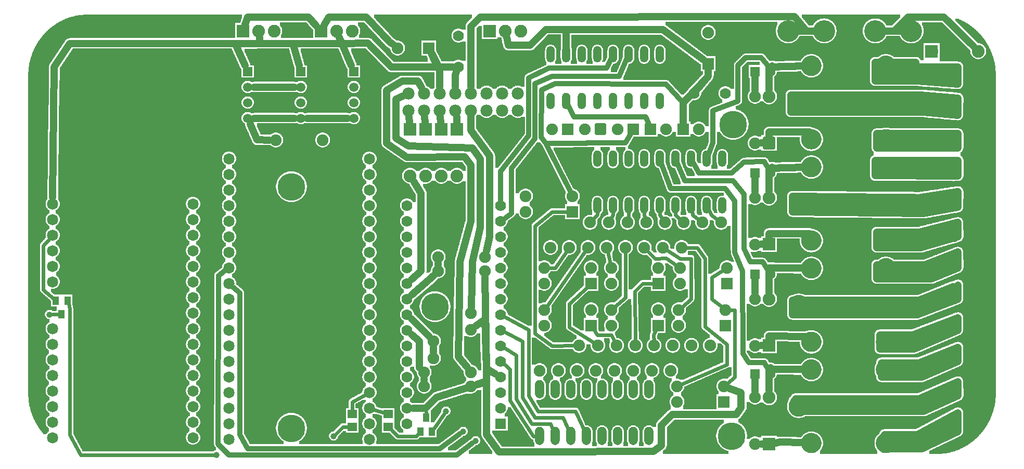
<source format=gtl>
G04 MADE WITH FRITZING*
G04 WWW.FRITZING.ORG*
G04 DOUBLE SIDED*
G04 HOLES PLATED*
G04 CONTOUR ON CENTER OF CONTOUR VECTOR*
%ASAXBY*%
%FSLAX23Y23*%
%MOIN*%
%OFA0B0*%
%SFA1.0B1.0*%
%ADD10C,0.075000*%
%ADD11C,0.059000*%
%ADD12C,0.039370*%
%ADD13C,0.071858*%
%ADD14C,0.058189*%
%ADD15C,0.082000*%
%ADD16C,0.129921*%
%ADD17C,0.070000*%
%ADD18C,0.052000*%
%ADD19C,0.078000*%
%ADD20C,0.140000*%
%ADD21C,0.088750*%
%ADD22C,0.062992*%
%ADD23C,0.177165*%
%ADD24R,0.059000X0.059000*%
%ADD25R,0.039370X0.055118*%
%ADD26R,0.059055X0.055118*%
%ADD27R,0.075000X0.075000*%
%ADD28R,0.082000X0.082000*%
%ADD29R,0.062992X0.062992*%
%ADD30R,0.069972X0.070000*%
%ADD31C,0.048000*%
%ADD32C,0.024000*%
%ADD33C,0.032000*%
%ADD34C,0.020000*%
%ADD35R,0.001000X0.001000*%
%LNCOPPER1*%
G90*
G70*
G54D10*
X294Y2779D03*
X1721Y2762D03*
X2720Y2624D03*
X2988Y2559D03*
X4197Y2476D03*
X2984Y2123D03*
X358Y2577D03*
X3290Y1933D03*
X3505Y1953D03*
X2885Y722D03*
X4296Y927D03*
X2642Y1693D03*
X4372Y475D03*
X5292Y2773D03*
X3161Y203D03*
X2857Y375D03*
X4183Y193D03*
X3317Y576D03*
X3570Y737D03*
G54D11*
X1447Y2496D03*
X1447Y2396D03*
X1447Y2296D03*
X1447Y2196D03*
X1787Y2496D03*
X1787Y2396D03*
X1787Y2296D03*
X1787Y2196D03*
X2127Y2496D03*
X2127Y2396D03*
X2127Y2296D03*
X2127Y2196D03*
G54D12*
X2717Y316D03*
X1247Y36D03*
X177Y936D03*
X1997Y156D03*
X2827Y186D03*
X2907Y126D03*
G54D13*
X1096Y146D03*
X1096Y245D03*
X1096Y346D03*
X1096Y446D03*
X1096Y546D03*
X1096Y646D03*
X1096Y745D03*
X1096Y846D03*
X1096Y946D03*
X1096Y1046D03*
X1096Y1146D03*
X1096Y1245D03*
X1096Y1346D03*
X1096Y1445D03*
X1096Y1546D03*
X1096Y1646D03*
X197Y1646D03*
X197Y1546D03*
X197Y1445D03*
X197Y1346D03*
X197Y1245D03*
X197Y1146D03*
X197Y846D03*
X197Y745D03*
X197Y646D03*
X197Y546D03*
X197Y446D03*
X197Y346D03*
X197Y245D03*
X197Y146D03*
X2226Y136D03*
X2226Y236D03*
X2226Y336D03*
X2226Y436D03*
X2226Y535D03*
X2226Y636D03*
X2226Y736D03*
X2226Y836D03*
X2226Y936D03*
X2226Y1035D03*
X2226Y1136D03*
X2226Y1236D03*
X2226Y1336D03*
X2226Y1436D03*
X2226Y1535D03*
X2226Y1636D03*
X2226Y1735D03*
X2226Y1836D03*
X2226Y1936D03*
X1327Y1936D03*
X1327Y1836D03*
X1327Y1735D03*
X1327Y1636D03*
X1327Y1535D03*
X1327Y1436D03*
X1327Y1336D03*
X1327Y1236D03*
X1327Y1136D03*
X1327Y1035D03*
X1327Y936D03*
X1327Y836D03*
X1327Y736D03*
X1327Y636D03*
X1327Y535D03*
X1327Y436D03*
X1327Y336D03*
X1327Y236D03*
X1327Y136D03*
G54D10*
X3527Y1596D03*
X3227Y1596D03*
X3527Y1696D03*
X3227Y1696D03*
X3647Y1136D03*
X3347Y1136D03*
X3647Y1236D03*
X3347Y1236D03*
X4077Y1136D03*
X3777Y1136D03*
X4077Y1236D03*
X3777Y1236D03*
X4517Y1136D03*
X4217Y1136D03*
X4517Y1236D03*
X4217Y1236D03*
X4497Y376D03*
X4197Y376D03*
X4497Y476D03*
X4197Y476D03*
X4507Y866D03*
X4207Y866D03*
X4507Y966D03*
X4207Y966D03*
X4077Y866D03*
X3777Y866D03*
X4077Y966D03*
X3777Y966D03*
X3647Y866D03*
X3347Y866D03*
X3647Y966D03*
X3347Y966D03*
X4697Y106D03*
X4697Y406D03*
X4697Y736D03*
X4697Y1036D03*
X4697Y2036D03*
X4697Y2336D03*
X4697Y1386D03*
X4697Y1686D03*
X4157Y576D03*
X4410Y737D03*
X4037Y576D03*
X4290Y737D03*
X3917Y576D03*
X4170Y737D03*
X3797Y576D03*
X4050Y737D03*
X3677Y576D03*
X3930Y737D03*
X3557Y576D03*
X3810Y737D03*
X3437Y576D03*
X3690Y737D03*
X3867Y1366D03*
X4120Y1527D03*
X3747Y1366D03*
X4000Y1527D03*
X3627Y1366D03*
X3880Y1527D03*
X3507Y1366D03*
X3760Y1527D03*
X3987Y1366D03*
X4240Y1527D03*
X4107Y1366D03*
X4360Y1527D03*
X4227Y1366D03*
X4480Y1527D03*
X3387Y1366D03*
X3640Y1527D03*
G54D14*
X3317Y156D03*
X3417Y156D03*
X3917Y156D03*
X4017Y156D03*
X3517Y156D03*
X3617Y156D03*
X3817Y156D03*
X3717Y156D03*
X4017Y456D03*
X3917Y456D03*
X3817Y456D03*
X3717Y456D03*
X3617Y456D03*
X3517Y456D03*
X3417Y456D03*
X3317Y456D03*
X3317Y156D03*
X3417Y156D03*
X3917Y156D03*
X4017Y156D03*
X3517Y156D03*
X3617Y156D03*
X3817Y156D03*
X3717Y156D03*
X4017Y456D03*
X3917Y456D03*
X3817Y456D03*
X3717Y456D03*
X3617Y456D03*
X3517Y456D03*
X3417Y456D03*
X3317Y456D03*
G54D15*
X4787Y2038D03*
X4787Y2336D03*
X4787Y1388D03*
X4787Y1686D03*
X4787Y738D03*
X4787Y1036D03*
X4787Y106D03*
X4787Y404D03*
G54D16*
X4977Y2296D03*
X5058Y2060D03*
X5536Y2060D03*
X5058Y2532D03*
X5536Y2532D03*
X4977Y1646D03*
X5058Y1410D03*
X5536Y1410D03*
X5058Y1882D03*
X5536Y1882D03*
X4977Y996D03*
X5058Y760D03*
X5536Y760D03*
X5058Y1232D03*
X5536Y1232D03*
X4977Y346D03*
X5058Y110D03*
X5536Y110D03*
X5058Y582D03*
X5536Y582D03*
G54D10*
X2607Y2646D03*
X2407Y2646D03*
X4397Y2546D03*
X4397Y2746D03*
G54D17*
X4507Y2356D03*
X4307Y2356D03*
X2797Y2726D03*
X2797Y2526D03*
G54D10*
X4237Y2126D03*
X4337Y2126D03*
G54D15*
X2687Y2124D03*
X2687Y1826D03*
X2787Y2124D03*
X2787Y1826D03*
X2487Y2124D03*
X2487Y1826D03*
X2587Y2124D03*
X2587Y1826D03*
G54D18*
X3687Y1636D03*
X3787Y1636D03*
X4287Y1636D03*
X4387Y1636D03*
X3887Y1636D03*
X3987Y1636D03*
X4187Y1636D03*
X4087Y1636D03*
X4487Y1636D03*
X4487Y1936D03*
X4387Y1936D03*
X4287Y1936D03*
X4187Y1936D03*
X4087Y1936D03*
X3987Y1936D03*
X3887Y1936D03*
X3787Y1936D03*
X3687Y1936D03*
X3687Y1636D03*
X3787Y1636D03*
X4287Y1636D03*
X4387Y1636D03*
X3887Y1636D03*
X3987Y1636D03*
X4187Y1636D03*
X4087Y1636D03*
X4487Y1636D03*
X4487Y1936D03*
X4387Y1936D03*
X4287Y1936D03*
X4187Y1936D03*
X4087Y1936D03*
X3987Y1936D03*
X3887Y1936D03*
X3787Y1936D03*
X3687Y1936D03*
G54D10*
X2967Y1216D03*
X2667Y1216D03*
X2878Y945D03*
X2637Y766D03*
X2877Y566D03*
X2577Y566D03*
X2875Y838D03*
X2637Y656D03*
X1927Y2056D03*
X1627Y2056D03*
X2877Y476D03*
X2577Y476D03*
X2967Y1306D03*
X2667Y1306D03*
G54D19*
X3177Y2356D03*
X3077Y2356D03*
X2977Y2356D03*
X2877Y2356D03*
X2777Y2356D03*
X2677Y2356D03*
X2577Y2356D03*
X2477Y2356D03*
X2477Y2246D03*
X2577Y2246D03*
X2677Y2246D03*
X2777Y2246D03*
X2877Y2246D03*
X2977Y2246D03*
X3077Y2246D03*
X3177Y2246D03*
G54D18*
X3387Y2306D03*
X3487Y2306D03*
X3587Y2306D03*
X3687Y2306D03*
X3787Y2306D03*
X3887Y2306D03*
X3987Y2306D03*
X4087Y2306D03*
X4087Y2606D03*
X3987Y2606D03*
X3887Y2606D03*
X3787Y2606D03*
X3687Y2606D03*
X3587Y2606D03*
X3487Y2606D03*
X3387Y2606D03*
X3387Y2306D03*
X3487Y2306D03*
X3587Y2306D03*
X3687Y2306D03*
X3787Y2306D03*
X3887Y2306D03*
X3987Y2306D03*
X4087Y2306D03*
X4087Y2606D03*
X3987Y2606D03*
X3887Y2606D03*
X3787Y2606D03*
X3687Y2606D03*
X3587Y2606D03*
X3487Y2606D03*
X3387Y2606D03*
G54D10*
X3917Y2126D03*
X3817Y2126D03*
X3707Y2126D03*
X3607Y2126D03*
X3497Y2126D03*
X3397Y2126D03*
X4027Y2126D03*
X4127Y2126D03*
G54D20*
X4910Y2756D03*
X5140Y2756D03*
X5697Y2756D03*
X5467Y2756D03*
X4910Y2756D03*
X5140Y2756D03*
X5697Y2756D03*
X5467Y2756D03*
G54D15*
X5829Y2626D03*
X6127Y2626D03*
X1417Y2756D03*
X1517Y2756D03*
X1617Y2756D03*
X1917Y2756D03*
X2017Y2756D03*
X2117Y2756D03*
X2997Y2756D03*
X3097Y2756D03*
X3197Y2756D03*
G54D21*
X5967Y1246D03*
X5967Y1446D03*
X5967Y1646D03*
X5967Y1846D03*
X5967Y2046D03*
X5967Y2246D03*
X5967Y2446D03*
X5967Y246D03*
X5967Y446D03*
X5967Y646D03*
X5967Y846D03*
X5967Y1046D03*
X5967Y1246D03*
X5967Y1446D03*
G54D22*
X4697Y1196D03*
X4795Y1196D03*
X4697Y1846D03*
X4795Y1846D03*
X4697Y2496D03*
X4795Y2496D03*
X4697Y556D03*
X4795Y556D03*
G54D17*
X3067Y236D03*
X3067Y336D03*
X3067Y436D03*
X3067Y536D03*
X3067Y636D03*
X3067Y736D03*
X3067Y836D03*
X3067Y936D03*
X3067Y1036D03*
X3067Y1136D03*
X3067Y1236D03*
X3067Y1336D03*
X3067Y1436D03*
X3067Y1536D03*
X3067Y1636D03*
X2467Y236D03*
X2467Y336D03*
X2467Y436D03*
X2467Y536D03*
X2467Y636D03*
X2467Y736D03*
X2467Y836D03*
X2467Y936D03*
X2467Y1036D03*
X2467Y1136D03*
X2467Y1236D03*
X2467Y1336D03*
X2467Y1436D03*
X2467Y1536D03*
X2467Y1636D03*
G54D23*
X1727Y206D03*
X4547Y156D03*
X4557Y2156D03*
X2647Y986D03*
X1727Y1756D03*
G54D24*
X1447Y2496D03*
X1787Y2496D03*
X2127Y2496D03*
G54D25*
X254Y939D03*
X217Y1026D03*
X292Y1026D03*
X2590Y273D03*
X2627Y186D03*
X2552Y186D03*
G54D26*
X2117Y297D03*
X2117Y216D03*
X2347Y297D03*
X2347Y216D03*
G54D27*
X3527Y1596D03*
X3647Y1136D03*
X4077Y1136D03*
X4517Y1136D03*
X4497Y376D03*
X4507Y866D03*
X4077Y866D03*
X3647Y866D03*
G54D28*
X4787Y1387D03*
X4787Y737D03*
X4787Y105D03*
G54D27*
X2607Y2646D03*
X4397Y2546D03*
X4237Y2126D03*
G54D28*
X2687Y2125D03*
X2787Y2125D03*
X2487Y2125D03*
X2587Y2125D03*
G54D27*
X3917Y2126D03*
X3497Y2126D03*
X4027Y2126D03*
G54D28*
X5828Y2626D03*
X1417Y2756D03*
X1917Y2756D03*
X2997Y2756D03*
G54D29*
X4697Y1196D03*
X4697Y1846D03*
X4697Y2496D03*
X4697Y556D03*
G54D30*
X3067Y236D03*
G54D31*
X1367Y2675D02*
X1430Y2533D01*
D02*
X1527Y2676D02*
X1367Y2675D01*
D02*
X1522Y2713D02*
X1527Y2676D01*
D02*
X1738Y2676D02*
X1776Y2535D01*
D02*
X1527Y2676D02*
X1738Y2676D01*
D02*
X1522Y2713D02*
X1527Y2676D01*
D02*
X2034Y2716D02*
X2111Y2533D01*
D02*
X1828Y2196D02*
X2086Y2196D01*
D02*
X1746Y2196D02*
X1488Y2196D01*
D02*
X1508Y2057D02*
X1587Y2056D01*
D02*
X1463Y2159D02*
X1508Y2057D01*
D02*
X1488Y2396D02*
X1746Y2396D01*
G54D32*
D02*
X240Y939D02*
X196Y937D01*
D02*
X138Y1378D02*
X138Y1096D01*
D02*
X138Y1096D02*
X203Y1039D01*
D02*
X177Y1422D02*
X138Y1378D01*
D02*
X2058Y216D02*
X2093Y216D01*
D02*
X2011Y169D02*
X2058Y216D01*
D02*
X2116Y376D02*
X2200Y421D01*
D02*
X2117Y319D02*
X2116Y376D01*
G54D31*
D02*
X208Y2526D02*
X198Y1688D01*
D02*
X308Y2676D02*
X208Y2526D01*
D02*
X1527Y2676D02*
X308Y2676D01*
D02*
X1522Y2713D02*
X1527Y2676D01*
G54D32*
D02*
X307Y976D02*
X307Y165D01*
D02*
X307Y165D02*
X376Y35D01*
D02*
X376Y35D02*
X1228Y36D01*
D02*
X299Y1004D02*
X307Y976D01*
G54D31*
D02*
X1837Y2844D02*
X1888Y2788D01*
D02*
X1447Y2846D02*
X1837Y2844D01*
D02*
X1431Y2797D02*
X1447Y2846D01*
D02*
X1527Y2676D02*
X2047Y2676D01*
D02*
X2047Y2676D02*
X2032Y2715D01*
D02*
X1522Y2713D02*
X1527Y2676D01*
D02*
X2357Y2684D02*
X2375Y2670D01*
D02*
X2207Y2844D02*
X2357Y2684D01*
D02*
X1967Y2846D02*
X2207Y2844D01*
D02*
X1938Y2794D02*
X1967Y2846D01*
D02*
X2367Y2524D02*
X2669Y2526D01*
D02*
X2218Y2677D02*
X2367Y2524D01*
D02*
X2047Y2676D02*
X2218Y2677D01*
D02*
X2669Y2526D02*
X2625Y2611D01*
D02*
X2032Y2715D02*
X2047Y2676D01*
G54D32*
D02*
X4419Y1036D02*
X4485Y984D01*
D02*
X4419Y1175D02*
X4419Y1036D01*
D02*
X4493Y1221D02*
X4419Y1175D01*
G54D33*
D02*
X1397Y166D02*
X1397Y1076D01*
D02*
X1397Y1076D02*
X1354Y1112D01*
D02*
X1447Y76D02*
X1397Y166D01*
D02*
X2677Y76D02*
X1447Y76D01*
D02*
X1327Y36D02*
X1256Y105D01*
D02*
X1259Y1186D02*
X1298Y1215D01*
D02*
X1256Y105D02*
X1259Y1186D01*
D02*
X2787Y36D02*
X1327Y36D01*
D02*
X2887Y111D02*
X2787Y36D01*
D02*
X2807Y171D02*
X2677Y76D01*
G54D32*
D02*
X2527Y156D02*
X2538Y169D01*
D02*
X2323Y304D02*
X2255Y326D01*
D02*
X2407Y156D02*
X2527Y156D01*
D02*
X2369Y194D02*
X2407Y156D01*
D02*
X2587Y335D02*
X2496Y336D01*
D02*
X2589Y295D02*
X2587Y335D01*
D02*
X2706Y300D02*
X2641Y206D01*
G54D31*
D02*
X4697Y518D02*
X4697Y446D01*
D02*
X4697Y1158D02*
X4697Y1076D01*
D02*
X4744Y737D02*
X4737Y737D01*
D02*
X4744Y2037D02*
X4737Y2037D01*
D02*
X4697Y2458D02*
X4697Y2376D01*
D02*
X4744Y1387D02*
X4737Y1387D01*
D02*
X4697Y1726D02*
X4697Y1808D01*
G54D32*
D02*
X3886Y1575D02*
X3884Y1555D01*
D02*
X4187Y1575D02*
X4219Y1546D01*
D02*
X4187Y1609D02*
X4187Y1575D01*
D02*
X4087Y1575D02*
X4104Y1551D01*
D02*
X4087Y1609D02*
X4087Y1575D01*
D02*
X3987Y1575D02*
X3992Y1555D01*
D02*
X3987Y1609D02*
X3987Y1575D01*
D02*
X3887Y1609D02*
X3886Y1575D01*
D02*
X3786Y1575D02*
X3774Y1552D01*
D02*
X3787Y1609D02*
X3786Y1575D01*
D02*
X3686Y1577D02*
X3659Y1548D01*
D02*
X3686Y1609D02*
X3686Y1577D01*
G54D31*
D02*
X2667Y2526D02*
X2625Y2610D01*
D02*
X2760Y2526D02*
X2667Y2526D01*
D02*
X2776Y2476D02*
X2777Y2397D01*
D02*
X2783Y2492D02*
X2776Y2476D01*
D02*
X2678Y2525D02*
X2677Y2397D01*
D02*
X2667Y2515D02*
X2678Y2525D01*
D02*
X2624Y2610D02*
X2667Y2515D01*
D02*
X4744Y106D02*
X4737Y106D01*
G54D32*
D02*
X4417Y1575D02*
X4457Y1545D01*
D02*
X4399Y1612D02*
X4417Y1575D01*
D02*
X4297Y1575D02*
X4337Y1545D01*
D02*
X4292Y1609D02*
X4297Y1575D01*
G54D33*
D02*
X3867Y2037D02*
X3378Y2036D01*
D02*
X3357Y2035D02*
X3512Y1727D01*
D02*
X3529Y2036D02*
X3357Y2035D01*
D02*
X3378Y2036D02*
X3529Y2036D01*
D02*
X3537Y2205D02*
X3998Y2205D01*
D02*
X3998Y2205D02*
X4015Y2158D01*
D02*
X3501Y2277D02*
X3537Y2205D01*
G54D31*
D02*
X4166Y295D02*
X4097Y226D01*
D02*
X4097Y95D02*
X4046Y57D01*
D02*
X4097Y226D02*
X4097Y95D01*
D02*
X4577Y295D02*
X4166Y295D01*
D02*
X4608Y337D02*
X4577Y295D01*
D02*
X4046Y57D02*
X3308Y56D01*
D02*
X2978Y166D02*
X2978Y504D01*
D02*
X2978Y504D02*
X2657Y405D01*
D02*
X2587Y335D02*
X2507Y336D01*
D02*
X2657Y405D02*
X2587Y335D01*
D02*
X3056Y56D02*
X2978Y166D01*
D02*
X3308Y56D02*
X3056Y56D01*
D02*
X4608Y435D02*
X4608Y337D01*
D02*
X4534Y462D02*
X4608Y435D01*
G54D32*
D02*
X3753Y1338D02*
X3771Y1264D01*
D02*
X4046Y806D02*
X4064Y840D01*
D02*
X4049Y766D02*
X4046Y806D01*
D02*
X4517Y616D02*
X4223Y487D01*
D02*
X4516Y746D02*
X4517Y616D01*
D02*
X4376Y858D02*
X4516Y746D01*
D02*
X4376Y1296D02*
X4376Y858D01*
D02*
X4327Y1366D02*
X4376Y1296D01*
D02*
X4256Y1366D02*
X4327Y1366D01*
D02*
X4536Y966D02*
X4567Y965D01*
D02*
X4567Y965D02*
X4568Y536D01*
D02*
X4568Y536D02*
X4519Y495D01*
D02*
X3508Y856D02*
X3508Y1005D01*
D02*
X3508Y1005D02*
X3626Y1116D01*
D02*
X3666Y753D02*
X3508Y856D01*
D02*
X3398Y1595D02*
X3498Y1596D01*
D02*
X3287Y816D02*
X3287Y1505D01*
D02*
X3287Y1505D02*
X3398Y1595D01*
D02*
X3397Y735D02*
X3287Y816D01*
D02*
X3541Y737D02*
X3397Y735D01*
D02*
X3978Y1135D02*
X4048Y1136D01*
D02*
X3926Y1086D02*
X3978Y1135D01*
D02*
X3930Y766D02*
X3926Y1086D01*
D02*
X3776Y806D02*
X3687Y806D01*
D02*
X3687Y806D02*
X3663Y842D01*
D02*
X3797Y763D02*
X3776Y806D01*
D02*
X3611Y1343D02*
X3363Y989D01*
D02*
X3418Y1236D02*
X3376Y1236D01*
D02*
X3491Y1342D02*
X3418Y1236D01*
D02*
X4216Y1296D02*
X4287Y1296D01*
D02*
X4131Y1351D02*
X4217Y1296D01*
D02*
X4287Y1296D02*
X4287Y1036D01*
D02*
X4287Y1036D02*
X4229Y985D01*
D02*
X4057Y1296D02*
X4128Y1297D01*
D02*
X4128Y1297D02*
X4193Y1252D01*
D02*
X4007Y1346D02*
X4057Y1296D01*
D02*
X3866Y1046D02*
X3798Y985D01*
D02*
X3867Y1337D02*
X3866Y1046D01*
G54D31*
D02*
X5678Y2844D02*
X5587Y2756D01*
D02*
X5587Y2756D02*
X5698Y2756D01*
D02*
X5698Y2756D02*
X5539Y2756D01*
D02*
X5908Y2846D02*
X5678Y2844D01*
D02*
X6096Y2657D02*
X5908Y2846D01*
D02*
X2937Y2846D02*
X2877Y2786D01*
D02*
X4949Y2847D02*
X2937Y2846D01*
D02*
X5027Y2756D02*
X4949Y2847D01*
D02*
X5141Y2756D02*
X5027Y2756D01*
D02*
X4397Y2466D02*
X4331Y2385D01*
D02*
X4397Y2506D02*
X4397Y2466D01*
D02*
X3258Y2665D02*
X3116Y2665D01*
D02*
X3356Y2766D02*
X3258Y2665D01*
D02*
X4106Y2766D02*
X3356Y2766D01*
D02*
X3116Y2665D02*
X3106Y2714D01*
D02*
X4365Y2570D02*
X4106Y2766D01*
D02*
X2877Y2786D02*
X2877Y2397D01*
D02*
X4982Y2756D02*
X5141Y2756D01*
D02*
X5967Y226D02*
X5977Y257D01*
D02*
X5737Y986D02*
X4957Y986D01*
D02*
X5777Y986D02*
X5777Y1016D01*
D02*
X5957Y1055D02*
X5777Y986D01*
D02*
X5777Y1016D02*
X5737Y986D01*
D02*
X4957Y986D02*
X5737Y976D01*
D02*
X5997Y1126D02*
X5957Y1055D01*
D02*
X5017Y976D02*
X5020Y975D01*
D02*
X5737Y976D02*
X5017Y976D01*
D02*
X5746Y1027D02*
X4937Y1027D01*
D02*
X4937Y1027D02*
X4937Y935D01*
D02*
X5737Y935D02*
X5997Y1036D01*
D02*
X4937Y935D02*
X5737Y935D01*
D02*
X5997Y1036D02*
X5997Y1126D01*
D02*
X5966Y1116D02*
X5746Y1027D01*
D02*
X5768Y986D02*
X5966Y1116D01*
D02*
X5922Y1032D02*
X5768Y986D01*
D02*
X4967Y357D02*
X4945Y381D01*
D02*
X5757Y117D02*
X5537Y96D01*
D02*
X5537Y96D02*
X5747Y96D01*
D02*
X5747Y96D02*
X5967Y226D01*
D02*
X5558Y125D02*
X5527Y125D01*
D02*
X5747Y125D02*
X5558Y125D01*
D02*
X5977Y257D02*
X5747Y125D01*
D02*
X5527Y76D02*
X5767Y76D01*
D02*
X5527Y166D02*
X5527Y76D01*
D02*
X5527Y125D02*
X5527Y166D01*
D02*
X5961Y190D02*
X5757Y117D01*
D02*
X5737Y166D02*
X5527Y166D01*
D02*
X5997Y186D02*
X5997Y306D01*
D02*
X5527Y166D02*
X5528Y157D01*
D02*
X5997Y306D02*
X5737Y166D01*
D02*
X5767Y76D02*
X5997Y186D01*
D02*
X5962Y200D02*
X5961Y190D01*
D02*
X5967Y446D02*
X5917Y440D01*
D02*
X5747Y356D02*
X5967Y446D01*
D02*
X5777Y316D02*
X5997Y416D01*
D02*
X5997Y416D02*
X5997Y505D01*
D02*
X5997Y505D02*
X5747Y396D01*
D02*
X5747Y396D02*
X5747Y356D01*
D02*
X5777Y316D02*
X5747Y356D01*
D02*
X5747Y356D02*
X4967Y357D01*
D02*
X4957Y316D02*
X5777Y316D01*
D02*
X4957Y396D02*
X4957Y316D01*
D02*
X5747Y396D02*
X4957Y396D01*
D02*
X5917Y440D02*
X5777Y316D01*
D02*
X5757Y356D02*
X5747Y396D01*
D02*
X5924Y428D02*
X5757Y356D01*
D02*
X4237Y2295D02*
X4237Y2166D01*
D02*
X4397Y2466D02*
X4237Y2295D01*
D02*
X4106Y2766D02*
X3487Y2766D01*
D02*
X3487Y2766D02*
X3487Y2644D01*
D02*
X4365Y2570D02*
X4106Y2766D01*
D02*
X4397Y2506D02*
X4397Y2466D01*
G54D33*
D02*
X3248Y2085D02*
X3246Y2456D01*
D02*
X3067Y1856D02*
X3248Y2085D01*
D02*
X3137Y1586D02*
X3138Y1875D01*
D02*
X3377Y2517D02*
X3746Y2517D01*
D02*
X3246Y2456D02*
X3377Y2517D01*
D02*
X3288Y2066D02*
X3286Y2417D01*
D02*
X3138Y1875D02*
X3288Y2066D01*
D02*
X3746Y2517D02*
X3773Y2576D01*
D02*
X3828Y2465D02*
X3874Y2576D01*
D02*
X3398Y2465D02*
X3828Y2465D01*
D02*
X3285Y2417D02*
X3398Y2465D01*
D02*
X3067Y1671D02*
X3067Y1856D01*
D02*
X3095Y1556D02*
X3137Y1586D01*
D02*
X3357Y2036D02*
X3327Y2074D01*
D02*
X3867Y2037D02*
X3357Y2036D01*
D02*
X3416Y2417D02*
X4126Y2415D01*
D02*
X3329Y2378D02*
X3416Y2417D01*
D02*
X3327Y2074D02*
X3329Y2378D01*
D02*
X4237Y2295D02*
X4237Y2160D01*
D02*
X4126Y2415D02*
X4237Y2295D01*
D02*
X3900Y2096D02*
X3867Y2037D01*
G54D31*
D02*
X2787Y2196D02*
X2787Y2167D01*
D02*
X2785Y2206D02*
X2787Y2196D01*
D02*
X2680Y2205D02*
X2683Y2167D01*
D02*
X2580Y2205D02*
X2583Y2167D01*
D02*
X2480Y2205D02*
X2483Y2167D01*
D02*
X2886Y1275D02*
X2879Y985D01*
D02*
X2937Y1496D02*
X2886Y1275D01*
D02*
X2938Y1935D02*
X2937Y1496D01*
D02*
X2886Y2004D02*
X2938Y1935D01*
D02*
X2477Y2017D02*
X2886Y2004D01*
D02*
X2997Y1956D02*
X2997Y1435D01*
D02*
X2997Y1435D02*
X2976Y1345D01*
D02*
X2807Y1275D02*
X2797Y666D01*
D02*
X2876Y1535D02*
X2807Y1275D01*
D02*
X2797Y666D02*
X2852Y597D01*
D02*
X2438Y2435D02*
X2338Y2376D01*
D02*
X2538Y2435D02*
X2438Y2435D01*
D02*
X2338Y2035D02*
X2467Y1946D01*
D02*
X2338Y2376D02*
X2338Y2035D01*
D02*
X2838Y1948D02*
X2877Y1896D01*
D02*
X2467Y1946D02*
X2838Y1948D01*
D02*
X2877Y1896D02*
X2876Y1535D01*
D02*
X2559Y2393D02*
X2538Y2435D01*
D02*
X2397Y2067D02*
X2477Y2017D01*
D02*
X2397Y2317D02*
X2397Y2067D01*
D02*
X2440Y2338D02*
X2397Y2317D01*
D02*
X2877Y2117D02*
X2997Y1956D01*
D02*
X2877Y2205D02*
X2877Y2117D01*
G54D33*
D02*
X4547Y1845D02*
X4338Y1844D01*
D02*
X4628Y1916D02*
X4547Y1845D01*
D02*
X4758Y1917D02*
X4628Y1916D01*
D02*
X4338Y1844D02*
X4303Y1907D01*
D02*
X4780Y1875D02*
X4758Y1917D01*
D02*
X4245Y1796D02*
X4558Y1795D01*
D02*
X4628Y1707D02*
X4627Y1357D01*
D02*
X4558Y1795D02*
X4628Y1707D01*
D02*
X4627Y1357D02*
X4668Y1275D01*
D02*
X4745Y1275D02*
X4778Y1223D01*
D02*
X4668Y1275D02*
X4745Y1275D01*
D02*
X4200Y1906D02*
X4245Y1796D01*
D02*
X4156Y1744D02*
X4508Y1745D01*
D02*
X4619Y684D02*
X4658Y627D01*
D02*
X4616Y1216D02*
X4619Y684D01*
D02*
X4567Y1335D02*
X4616Y1216D01*
D02*
X4566Y1665D02*
X4567Y1335D01*
D02*
X4508Y1745D02*
X4566Y1665D01*
D02*
X4758Y627D02*
X4780Y585D01*
D02*
X4658Y627D02*
X4758Y627D01*
D02*
X4098Y1905D02*
X4156Y1744D01*
D02*
X4788Y2335D02*
X4794Y2464D01*
D02*
X4786Y2526D02*
X4788Y2335D01*
D02*
X4588Y2535D02*
X4638Y2585D01*
D02*
X4588Y2306D02*
X4588Y2535D01*
D02*
X4638Y2585D02*
X4738Y2585D01*
D02*
X4738Y2585D02*
X4786Y2526D01*
D02*
X4427Y2244D02*
X4588Y2306D01*
D02*
X4427Y2037D02*
X4427Y2244D01*
D02*
X4399Y1966D02*
X4427Y2037D01*
G54D32*
D02*
X3277Y156D02*
X3287Y156D01*
D02*
X3128Y386D02*
X3277Y156D01*
D02*
X3127Y586D02*
X3128Y386D01*
D02*
X3089Y617D02*
X3127Y586D01*
D02*
X3387Y236D02*
X3267Y236D01*
D02*
X3167Y396D02*
X3167Y676D01*
D02*
X3267Y236D02*
X3167Y396D01*
D02*
X3167Y676D02*
X3092Y721D01*
D02*
X3407Y184D02*
X3387Y236D01*
D02*
X3207Y406D02*
X3207Y766D01*
D02*
X3287Y276D02*
X3207Y406D01*
D02*
X3207Y766D02*
X3093Y823D01*
D02*
X3467Y276D02*
X3287Y276D01*
D02*
X3505Y184D02*
X3467Y276D01*
D02*
X3307Y316D02*
X3547Y316D01*
D02*
X3547Y316D02*
X3605Y184D01*
D02*
X3247Y415D02*
X3307Y316D01*
D02*
X3247Y837D02*
X3247Y415D01*
D02*
X3093Y922D02*
X3247Y837D01*
G54D31*
D02*
X4787Y2525D02*
X4787Y2379D01*
D02*
X5010Y2531D02*
X4787Y2525D01*
D02*
X4786Y2107D02*
X4787Y2081D01*
D02*
X5047Y2107D02*
X4786Y2107D01*
D02*
X5047Y2106D02*
X5047Y2107D01*
D02*
X4787Y1876D02*
X4787Y1729D01*
D02*
X5010Y1881D02*
X4787Y1876D01*
D02*
X4786Y1456D02*
X4787Y1431D01*
D02*
X5047Y1456D02*
X4786Y1456D01*
D02*
X5047Y1456D02*
X5047Y1456D01*
D02*
X4787Y1236D02*
X4787Y1079D01*
D02*
X5010Y1233D02*
X4787Y1236D01*
D02*
X4786Y797D02*
X4786Y781D01*
D02*
X5028Y795D02*
X4786Y797D01*
D02*
X5027Y796D02*
X5028Y795D01*
D02*
X4857Y117D02*
X4830Y112D01*
D02*
X5006Y116D02*
X4857Y117D01*
D02*
X5010Y115D02*
X5006Y116D01*
D02*
X4787Y586D02*
X4787Y447D01*
D02*
X5010Y583D02*
X4787Y586D01*
D02*
X4797Y586D02*
X4797Y594D01*
D02*
X5010Y583D02*
X4797Y586D01*
D02*
X4797Y1236D02*
X4797Y1234D01*
D02*
X5010Y1233D02*
X4797Y1236D01*
D02*
X4806Y2526D02*
X4808Y2532D01*
D02*
X5010Y2531D02*
X4806Y2526D01*
D02*
X4806Y1876D02*
X4808Y1882D01*
D02*
X5010Y1881D02*
X4806Y1876D01*
D02*
X5987Y1876D02*
X5757Y1876D01*
D02*
X5987Y1827D02*
X5987Y1876D01*
D02*
X5757Y1876D02*
X5584Y1881D01*
D02*
X5996Y1926D02*
X5987Y1827D01*
D02*
X5987Y1886D02*
X5997Y1926D01*
D02*
X5557Y1886D02*
X5987Y1886D01*
D02*
X5997Y1826D02*
X5497Y1897D01*
D02*
X5997Y1926D02*
X5997Y1826D01*
D02*
X5497Y1897D02*
X5497Y1856D01*
D02*
X5497Y1856D02*
X5996Y1856D01*
D02*
X5996Y1856D02*
X5997Y1826D01*
D02*
X5997Y1826D02*
X5468Y1827D01*
D02*
X5468Y1926D02*
X5996Y1926D01*
D02*
X5468Y1827D02*
X5468Y1926D01*
D02*
X5837Y1836D02*
X5557Y1886D01*
D02*
X5921Y1843D02*
X5837Y1836D01*
D02*
X4966Y1656D02*
X5968Y1666D01*
D02*
X5888Y1686D02*
X4936Y1695D01*
D02*
X5987Y1676D02*
X5727Y1637D01*
D02*
X5727Y1637D02*
X5025Y1645D01*
D02*
X4988Y1626D02*
X5987Y1676D01*
D02*
X5677Y1676D02*
X4966Y1656D01*
D02*
X5776Y1586D02*
X5997Y1625D01*
D02*
X5757Y1676D02*
X5888Y1686D01*
D02*
X4936Y1695D02*
X4937Y1595D01*
D02*
X4937Y1595D02*
X5776Y1586D01*
D02*
X5997Y1725D02*
X5677Y1676D01*
D02*
X5737Y1616D02*
X4988Y1626D01*
D02*
X5968Y1666D02*
X5737Y1616D01*
D02*
X5997Y1625D02*
X5997Y1725D01*
D02*
X5758Y1646D02*
X5757Y1676D01*
D02*
X5920Y1646D02*
X5758Y1646D01*
D02*
X5757Y1366D02*
X5477Y1366D01*
D02*
X5817Y1466D02*
X5767Y1406D01*
D02*
X5477Y1466D02*
X5817Y1466D01*
D02*
X5477Y1366D02*
X5477Y1466D01*
D02*
X5767Y1406D02*
X5584Y1409D01*
D02*
X5997Y1436D02*
X5757Y1366D01*
D02*
X5727Y1426D02*
X5947Y1495D01*
D02*
X5947Y1495D02*
X5968Y1456D01*
D02*
X5788Y1406D02*
X5727Y1426D01*
D02*
X5968Y1456D02*
X5777Y1416D01*
D02*
X5957Y1466D02*
X5788Y1406D01*
D02*
X5507Y1436D02*
X5722Y1458D01*
D02*
X5507Y1406D02*
X5507Y1436D01*
D02*
X5722Y1458D02*
X5997Y1527D01*
D02*
X5997Y1527D02*
X5997Y1436D01*
D02*
X5777Y1416D02*
X5507Y1406D01*
D02*
X5946Y1488D02*
X5957Y1466D01*
D02*
X5807Y1255D02*
X5847Y1266D01*
D02*
X5507Y1226D02*
X5747Y1226D01*
D02*
X5767Y1226D02*
X5507Y1226D01*
D02*
X5967Y1296D02*
X5767Y1226D01*
D02*
X5967Y1255D02*
X5967Y1296D01*
D02*
X5767Y1186D02*
X5967Y1255D01*
D02*
X5507Y1186D02*
X5767Y1186D01*
D02*
X5997Y1236D02*
X5827Y1166D01*
D02*
X5767Y1247D02*
X5997Y1337D01*
D02*
X5827Y1166D02*
X5477Y1166D01*
D02*
X5847Y1266D02*
X5507Y1186D01*
D02*
X5747Y1226D02*
X5777Y1227D01*
D02*
X5477Y1255D02*
X5807Y1255D01*
D02*
X5477Y1166D02*
X5477Y1255D01*
D02*
X5777Y1227D02*
X5584Y1231D01*
D02*
X5997Y1337D02*
X5997Y1236D01*
D02*
X5757Y1227D02*
X5767Y1247D01*
D02*
X5921Y1242D02*
X5757Y1227D01*
D02*
X5767Y756D02*
X5584Y759D01*
D02*
X5997Y916D02*
X5767Y756D01*
D02*
X5527Y756D02*
X5677Y756D01*
D02*
X5767Y766D02*
X5997Y916D01*
D02*
X5707Y806D02*
X5997Y916D01*
D02*
X5517Y785D02*
X5527Y756D01*
D02*
X5756Y796D02*
X5517Y785D01*
D02*
X5957Y886D02*
X5756Y796D01*
D02*
X5967Y866D02*
X5957Y886D01*
D02*
X5997Y836D02*
X5717Y716D01*
D02*
X5677Y756D02*
X5767Y766D01*
D02*
X5717Y716D02*
X5497Y716D01*
D02*
X5997Y916D02*
X5997Y836D01*
D02*
X5497Y716D02*
X5497Y806D01*
D02*
X5497Y806D02*
X5707Y806D01*
D02*
X5767Y756D02*
X5967Y866D01*
D02*
X5925Y827D02*
X5767Y756D01*
D02*
X5756Y595D02*
X5537Y586D01*
D02*
X5756Y546D02*
X5756Y595D01*
D02*
X5537Y586D02*
X5977Y655D01*
D02*
X5977Y655D02*
X5756Y566D01*
D02*
X5756Y566D02*
X5584Y579D01*
D02*
X5977Y636D02*
X5756Y546D01*
D02*
X5777Y626D02*
X5777Y586D01*
D02*
X5997Y726D02*
X5777Y626D01*
D02*
X5997Y636D02*
X5997Y726D01*
D02*
X5767Y535D02*
X5997Y636D01*
D02*
X5506Y535D02*
X5767Y535D01*
D02*
X5777Y586D02*
X5977Y636D01*
D02*
X5957Y676D02*
X5547Y576D01*
D02*
X5747Y626D02*
X5506Y626D01*
D02*
X5997Y726D02*
X5747Y626D01*
D02*
X5767Y626D02*
X5997Y726D01*
D02*
X5506Y626D02*
X5506Y535D01*
D02*
X5547Y576D02*
X5767Y626D01*
D02*
X5953Y690D02*
X5957Y676D01*
D02*
X5507Y2457D02*
X5920Y2447D01*
D02*
X5977Y2446D02*
X5507Y2457D01*
D02*
X5977Y2486D02*
X5977Y2446D01*
D02*
X5507Y2486D02*
X5977Y2486D01*
D02*
X5507Y2526D02*
X5507Y2486D01*
D02*
X5697Y2526D02*
X5507Y2526D01*
D02*
X5997Y2526D02*
X5697Y2526D01*
D02*
X5997Y2416D02*
X5997Y2526D01*
D02*
X5737Y2436D02*
X5997Y2416D01*
D02*
X5467Y2436D02*
X5737Y2436D01*
D02*
X5467Y2555D02*
X5467Y2436D01*
D02*
X5726Y2555D02*
X5467Y2555D01*
D02*
X5726Y2526D02*
X5726Y2555D01*
D02*
X5584Y2531D02*
X5726Y2526D01*
D02*
X5758Y2296D02*
X5922Y2257D01*
D02*
X5607Y2296D02*
X5758Y2296D01*
D02*
X4986Y2286D02*
X5727Y2326D01*
D02*
X5727Y2326D02*
X5977Y2286D01*
D02*
X5977Y2286D02*
X5987Y2246D01*
D02*
X5987Y2246D02*
X5787Y2276D01*
D02*
X5937Y2256D02*
X4986Y2286D01*
D02*
X5787Y2276D02*
X4958Y2265D01*
D02*
X4958Y2316D02*
X5607Y2296D01*
D02*
X4958Y2265D02*
X4958Y2316D01*
D02*
X5777Y2236D02*
X4927Y2236D01*
D02*
X5997Y2325D02*
X5937Y2256D01*
D02*
X5758Y2345D02*
X5997Y2325D01*
D02*
X5997Y2325D02*
X5996Y2216D01*
D02*
X5996Y2216D02*
X5777Y2236D01*
D02*
X4927Y2345D02*
X5758Y2345D01*
D02*
X4927Y2236D02*
X4927Y2345D01*
D02*
X5607Y2296D02*
X5997Y2325D01*
D02*
X5025Y2296D02*
X5607Y2296D01*
D02*
X5758Y2057D02*
X5584Y2059D01*
D02*
X5987Y2047D02*
X5507Y2047D01*
D02*
X5507Y2047D02*
X5997Y2097D01*
D02*
X5997Y2097D02*
X5997Y2006D01*
D02*
X5997Y2006D02*
X5477Y2006D01*
D02*
X5477Y2006D02*
X5477Y2097D01*
D02*
X5477Y2097D02*
X5758Y2057D01*
D02*
X5997Y2097D02*
X5916Y2047D01*
D02*
X5517Y2055D02*
X5987Y2047D01*
D02*
X5477Y2097D02*
X5997Y2097D01*
D02*
X5767Y2055D02*
X5477Y2097D01*
D02*
X5916Y2047D02*
X5517Y2055D01*
D02*
X5920Y2048D02*
X5767Y2055D01*
D02*
X2976Y587D02*
X2967Y905D01*
D02*
X2967Y905D02*
X2907Y862D01*
D02*
X3032Y556D02*
X2976Y587D01*
D02*
X2558Y1715D02*
X2558Y1215D01*
D02*
X2978Y507D02*
X2976Y587D01*
D02*
X2976Y587D02*
X3032Y556D01*
D02*
X2915Y488D02*
X2978Y507D01*
D02*
X2558Y1215D02*
X2497Y1162D01*
D02*
X2510Y1790D02*
X2558Y1715D01*
D02*
X2546Y766D02*
X2497Y809D01*
D02*
X2547Y596D02*
X2546Y766D01*
D02*
X2549Y594D02*
X2547Y596D01*
D02*
X2667Y1256D02*
X2667Y1266D01*
D02*
X2609Y794D02*
X2495Y908D01*
D02*
X2637Y726D02*
X2637Y696D01*
D02*
X2577Y526D02*
X2577Y516D01*
D02*
X2608Y1157D02*
X2498Y1062D01*
D02*
X2639Y1188D02*
X2608Y1157D01*
D02*
X2976Y587D02*
X2968Y1176D01*
D02*
X3032Y556D02*
X2976Y587D01*
G36*
X394Y2861D02*
X394Y2859D01*
X374Y2859D01*
X374Y2857D01*
X360Y2857D01*
X360Y2855D01*
X350Y2855D01*
X350Y2853D01*
X340Y2853D01*
X340Y2851D01*
X332Y2851D01*
X332Y2849D01*
X324Y2849D01*
X324Y2847D01*
X316Y2847D01*
X316Y2845D01*
X310Y2845D01*
X310Y2843D01*
X304Y2843D01*
X304Y2841D01*
X298Y2841D01*
X298Y2839D01*
X292Y2839D01*
X292Y2837D01*
X288Y2837D01*
X288Y2835D01*
X282Y2835D01*
X282Y2833D01*
X278Y2833D01*
X278Y2831D01*
X272Y2831D01*
X272Y2829D01*
X268Y2829D01*
X268Y2827D01*
X264Y2827D01*
X264Y2825D01*
X260Y2825D01*
X260Y2823D01*
X256Y2823D01*
X256Y2821D01*
X252Y2821D01*
X252Y2819D01*
X248Y2819D01*
X248Y2817D01*
X244Y2817D01*
X244Y2815D01*
X240Y2815D01*
X240Y2813D01*
X236Y2813D01*
X236Y2811D01*
X234Y2811D01*
X234Y2809D01*
X230Y2809D01*
X230Y2807D01*
X226Y2807D01*
X226Y2805D01*
X224Y2805D01*
X224Y2803D01*
X220Y2803D01*
X220Y2801D01*
X218Y2801D01*
X218Y2799D01*
X214Y2799D01*
X214Y2797D01*
X212Y2797D01*
X212Y2795D01*
X208Y2795D01*
X208Y2793D01*
X206Y2793D01*
X206Y2791D01*
X202Y2791D01*
X202Y2789D01*
X200Y2789D01*
X200Y2787D01*
X198Y2787D01*
X198Y2785D01*
X194Y2785D01*
X194Y2783D01*
X192Y2783D01*
X192Y2781D01*
X190Y2781D01*
X190Y2779D01*
X188Y2779D01*
X188Y2777D01*
X184Y2777D01*
X184Y2775D01*
X182Y2775D01*
X182Y2773D01*
X180Y2773D01*
X180Y2771D01*
X178Y2771D01*
X178Y2769D01*
X176Y2769D01*
X176Y2767D01*
X172Y2767D01*
X172Y2765D01*
X170Y2765D01*
X170Y2763D01*
X168Y2763D01*
X168Y2761D01*
X166Y2761D01*
X166Y2759D01*
X164Y2759D01*
X164Y2757D01*
X162Y2757D01*
X162Y2755D01*
X160Y2755D01*
X160Y2753D01*
X158Y2753D01*
X158Y2751D01*
X156Y2751D01*
X156Y2749D01*
X154Y2749D01*
X154Y2747D01*
X152Y2747D01*
X152Y2745D01*
X150Y2745D01*
X150Y2743D01*
X148Y2743D01*
X148Y2741D01*
X146Y2741D01*
X146Y2739D01*
X144Y2739D01*
X144Y2737D01*
X142Y2737D01*
X142Y2735D01*
X140Y2735D01*
X140Y2731D01*
X138Y2731D01*
X138Y2729D01*
X136Y2729D01*
X136Y2727D01*
X134Y2727D01*
X134Y2725D01*
X132Y2725D01*
X132Y2723D01*
X130Y2723D01*
X130Y2719D01*
X128Y2719D01*
X128Y2717D01*
X126Y2717D01*
X126Y2715D01*
X124Y2715D01*
X124Y2713D01*
X122Y2713D01*
X122Y2709D01*
X120Y2709D01*
X120Y2707D01*
X118Y2707D01*
X118Y2705D01*
X116Y2705D01*
X116Y2701D01*
X114Y2701D01*
X114Y2699D01*
X112Y2699D01*
X112Y2695D01*
X110Y2695D01*
X110Y2693D01*
X108Y2693D01*
X108Y2689D01*
X106Y2689D01*
X106Y2687D01*
X104Y2687D01*
X104Y2683D01*
X102Y2683D01*
X102Y2681D01*
X100Y2681D01*
X100Y2677D01*
X98Y2677D01*
X98Y2675D01*
X96Y2675D01*
X96Y2671D01*
X94Y2671D01*
X94Y2667D01*
X92Y2667D01*
X92Y2663D01*
X90Y2663D01*
X90Y2659D01*
X88Y2659D01*
X88Y2657D01*
X86Y2657D01*
X86Y2653D01*
X84Y2653D01*
X84Y2649D01*
X82Y2649D01*
X82Y2645D01*
X80Y2645D01*
X80Y2641D01*
X78Y2641D01*
X78Y2637D01*
X76Y2637D01*
X76Y2631D01*
X74Y2631D01*
X74Y2627D01*
X72Y2627D01*
X72Y2623D01*
X70Y2623D01*
X70Y2617D01*
X68Y2617D01*
X68Y2613D01*
X66Y2613D01*
X66Y2607D01*
X64Y2607D01*
X64Y2601D01*
X62Y2601D01*
X62Y2595D01*
X60Y2595D01*
X60Y2589D01*
X58Y2589D01*
X58Y2583D01*
X56Y2583D01*
X56Y2575D01*
X54Y2575D01*
X54Y2569D01*
X52Y2569D01*
X52Y2561D01*
X50Y2561D01*
X50Y2551D01*
X48Y2551D01*
X48Y2541D01*
X46Y2541D01*
X46Y2529D01*
X44Y2529D01*
X44Y2515D01*
X42Y2515D01*
X42Y2493D01*
X40Y2493D01*
X40Y965D01*
X186Y965D01*
X186Y963D01*
X192Y963D01*
X192Y961D01*
X194Y961D01*
X194Y959D01*
X220Y959D01*
X220Y961D01*
X224Y961D01*
X224Y989D01*
X188Y989D01*
X188Y1023D01*
X186Y1023D01*
X186Y1025D01*
X184Y1025D01*
X184Y1027D01*
X182Y1027D01*
X182Y1029D01*
X180Y1029D01*
X180Y1031D01*
X178Y1031D01*
X178Y1033D01*
X174Y1033D01*
X174Y1035D01*
X172Y1035D01*
X172Y1037D01*
X170Y1037D01*
X170Y1039D01*
X168Y1039D01*
X168Y1041D01*
X166Y1041D01*
X166Y1043D01*
X164Y1043D01*
X164Y1045D01*
X162Y1045D01*
X162Y1047D01*
X160Y1047D01*
X160Y1049D01*
X156Y1049D01*
X156Y1051D01*
X154Y1051D01*
X154Y1053D01*
X152Y1053D01*
X152Y1055D01*
X150Y1055D01*
X150Y1057D01*
X148Y1057D01*
X148Y1059D01*
X146Y1059D01*
X146Y1061D01*
X144Y1061D01*
X144Y1063D01*
X142Y1063D01*
X142Y1065D01*
X138Y1065D01*
X138Y1067D01*
X136Y1067D01*
X136Y1069D01*
X134Y1069D01*
X134Y1071D01*
X132Y1071D01*
X132Y1073D01*
X130Y1073D01*
X130Y1075D01*
X128Y1075D01*
X128Y1077D01*
X126Y1077D01*
X126Y1079D01*
X124Y1079D01*
X124Y1081D01*
X122Y1081D01*
X122Y1083D01*
X120Y1083D01*
X120Y1085D01*
X118Y1085D01*
X118Y1089D01*
X116Y1089D01*
X116Y1385D01*
X118Y1385D01*
X118Y1389D01*
X120Y1389D01*
X120Y1393D01*
X122Y1393D01*
X122Y1395D01*
X124Y1395D01*
X124Y1397D01*
X126Y1397D01*
X126Y1399D01*
X128Y1399D01*
X128Y1401D01*
X130Y1401D01*
X130Y1403D01*
X132Y1403D01*
X132Y1405D01*
X134Y1405D01*
X134Y1409D01*
X136Y1409D01*
X136Y1411D01*
X138Y1411D01*
X138Y1413D01*
X140Y1413D01*
X140Y1415D01*
X142Y1415D01*
X142Y1417D01*
X144Y1417D01*
X144Y1419D01*
X146Y1419D01*
X146Y1421D01*
X148Y1421D01*
X148Y1425D01*
X150Y1425D01*
X150Y1427D01*
X152Y1427D01*
X152Y1457D01*
X154Y1457D01*
X154Y1463D01*
X156Y1463D01*
X156Y1467D01*
X158Y1467D01*
X158Y1471D01*
X160Y1471D01*
X160Y1473D01*
X162Y1473D01*
X162Y1475D01*
X164Y1475D01*
X164Y1479D01*
X168Y1479D01*
X168Y1481D01*
X170Y1481D01*
X170Y1483D01*
X172Y1483D01*
X172Y1485D01*
X176Y1485D01*
X176Y1505D01*
X174Y1505D01*
X174Y1507D01*
X170Y1507D01*
X170Y1509D01*
X168Y1509D01*
X168Y1511D01*
X166Y1511D01*
X166Y1513D01*
X164Y1513D01*
X164Y1515D01*
X162Y1515D01*
X162Y1517D01*
X160Y1517D01*
X160Y1521D01*
X158Y1521D01*
X158Y1523D01*
X156Y1523D01*
X156Y1527D01*
X154Y1527D01*
X154Y1533D01*
X152Y1533D01*
X152Y1557D01*
X154Y1557D01*
X154Y1565D01*
X156Y1565D01*
X156Y1567D01*
X158Y1567D01*
X158Y1571D01*
X160Y1571D01*
X160Y1573D01*
X162Y1573D01*
X162Y1577D01*
X164Y1577D01*
X164Y1579D01*
X166Y1579D01*
X166Y1581D01*
X170Y1581D01*
X170Y1583D01*
X172Y1583D01*
X172Y1585D01*
X176Y1585D01*
X176Y1607D01*
X172Y1607D01*
X172Y1609D01*
X168Y1609D01*
X168Y1611D01*
X166Y1611D01*
X166Y1613D01*
X164Y1613D01*
X164Y1615D01*
X162Y1615D01*
X162Y1617D01*
X160Y1617D01*
X160Y1621D01*
X158Y1621D01*
X158Y1623D01*
X156Y1623D01*
X156Y1627D01*
X154Y1627D01*
X154Y1633D01*
X152Y1633D01*
X152Y1659D01*
X154Y1659D01*
X154Y1665D01*
X156Y1665D01*
X156Y1669D01*
X158Y1669D01*
X158Y1671D01*
X160Y1671D01*
X160Y1675D01*
X162Y1675D01*
X162Y1677D01*
X164Y1677D01*
X164Y1805D01*
X166Y1805D01*
X166Y1965D01*
X168Y1965D01*
X168Y2123D01*
X170Y2123D01*
X170Y2281D01*
X172Y2281D01*
X172Y2441D01*
X174Y2441D01*
X174Y2533D01*
X176Y2533D01*
X176Y2539D01*
X178Y2539D01*
X178Y2543D01*
X180Y2543D01*
X180Y2547D01*
X182Y2547D01*
X182Y2549D01*
X184Y2549D01*
X184Y2553D01*
X186Y2553D01*
X186Y2555D01*
X188Y2555D01*
X188Y2559D01*
X190Y2559D01*
X190Y2561D01*
X192Y2561D01*
X192Y2565D01*
X194Y2565D01*
X194Y2567D01*
X196Y2567D01*
X196Y2571D01*
X198Y2571D01*
X198Y2573D01*
X200Y2573D01*
X200Y2577D01*
X202Y2577D01*
X202Y2579D01*
X204Y2579D01*
X204Y2583D01*
X206Y2583D01*
X206Y2585D01*
X208Y2585D01*
X208Y2589D01*
X210Y2589D01*
X210Y2591D01*
X212Y2591D01*
X212Y2595D01*
X214Y2595D01*
X214Y2597D01*
X216Y2597D01*
X216Y2601D01*
X218Y2601D01*
X218Y2603D01*
X220Y2603D01*
X220Y2607D01*
X222Y2607D01*
X222Y2609D01*
X224Y2609D01*
X224Y2613D01*
X226Y2613D01*
X226Y2615D01*
X228Y2615D01*
X228Y2619D01*
X230Y2619D01*
X230Y2621D01*
X232Y2621D01*
X232Y2625D01*
X234Y2625D01*
X234Y2627D01*
X236Y2627D01*
X236Y2631D01*
X238Y2631D01*
X238Y2633D01*
X240Y2633D01*
X240Y2637D01*
X242Y2637D01*
X242Y2639D01*
X244Y2639D01*
X244Y2643D01*
X246Y2643D01*
X246Y2645D01*
X248Y2645D01*
X248Y2649D01*
X250Y2649D01*
X250Y2651D01*
X252Y2651D01*
X252Y2655D01*
X254Y2655D01*
X254Y2657D01*
X256Y2657D01*
X256Y2661D01*
X258Y2661D01*
X258Y2663D01*
X260Y2663D01*
X260Y2667D01*
X262Y2667D01*
X262Y2669D01*
X264Y2669D01*
X264Y2673D01*
X266Y2673D01*
X266Y2675D01*
X268Y2675D01*
X268Y2679D01*
X270Y2679D01*
X270Y2681D01*
X272Y2681D01*
X272Y2685D01*
X274Y2685D01*
X274Y2687D01*
X276Y2687D01*
X276Y2691D01*
X278Y2691D01*
X278Y2693D01*
X280Y2693D01*
X280Y2697D01*
X282Y2697D01*
X282Y2699D01*
X284Y2699D01*
X284Y2701D01*
X286Y2701D01*
X286Y2703D01*
X288Y2703D01*
X288Y2705D01*
X292Y2705D01*
X292Y2707D01*
X296Y2707D01*
X296Y2709D01*
X306Y2709D01*
X306Y2711D01*
X1366Y2711D01*
X1366Y2807D01*
X1398Y2807D01*
X1398Y2809D01*
X1400Y2809D01*
X1400Y2815D01*
X1402Y2815D01*
X1402Y2821D01*
X1404Y2821D01*
X1404Y2827D01*
X1406Y2827D01*
X1406Y2833D01*
X1408Y2833D01*
X1408Y2839D01*
X1410Y2839D01*
X1410Y2861D01*
X394Y2861D01*
G37*
D02*
G36*
X40Y965D02*
X40Y407D01*
X42Y407D01*
X42Y385D01*
X44Y385D01*
X44Y371D01*
X46Y371D01*
X46Y359D01*
X48Y359D01*
X48Y349D01*
X50Y349D01*
X50Y341D01*
X52Y341D01*
X52Y333D01*
X54Y333D01*
X54Y325D01*
X56Y325D01*
X56Y317D01*
X58Y317D01*
X58Y311D01*
X60Y311D01*
X60Y305D01*
X62Y305D01*
X62Y299D01*
X64Y299D01*
X64Y295D01*
X66Y295D01*
X66Y289D01*
X68Y289D01*
X68Y283D01*
X70Y283D01*
X70Y279D01*
X72Y279D01*
X72Y275D01*
X74Y275D01*
X74Y269D01*
X76Y269D01*
X76Y265D01*
X78Y265D01*
X78Y261D01*
X80Y261D01*
X80Y257D01*
X82Y257D01*
X82Y253D01*
X84Y253D01*
X84Y249D01*
X86Y249D01*
X86Y245D01*
X88Y245D01*
X88Y241D01*
X90Y241D01*
X90Y237D01*
X92Y237D01*
X92Y233D01*
X94Y233D01*
X94Y231D01*
X96Y231D01*
X96Y227D01*
X98Y227D01*
X98Y223D01*
X100Y223D01*
X100Y221D01*
X102Y221D01*
X102Y217D01*
X104Y217D01*
X104Y215D01*
X106Y215D01*
X106Y211D01*
X108Y211D01*
X108Y209D01*
X110Y209D01*
X110Y205D01*
X112Y205D01*
X112Y203D01*
X114Y203D01*
X114Y199D01*
X116Y199D01*
X116Y197D01*
X118Y197D01*
X118Y195D01*
X120Y195D01*
X120Y191D01*
X122Y191D01*
X122Y189D01*
X124Y189D01*
X124Y187D01*
X126Y187D01*
X126Y183D01*
X128Y183D01*
X128Y181D01*
X130Y181D01*
X130Y179D01*
X132Y179D01*
X132Y177D01*
X134Y177D01*
X134Y173D01*
X136Y173D01*
X136Y171D01*
X138Y171D01*
X138Y169D01*
X158Y169D01*
X158Y171D01*
X160Y171D01*
X160Y175D01*
X162Y175D01*
X162Y177D01*
X164Y177D01*
X164Y179D01*
X166Y179D01*
X166Y181D01*
X168Y181D01*
X168Y183D01*
X172Y183D01*
X172Y185D01*
X174Y185D01*
X174Y207D01*
X170Y207D01*
X170Y209D01*
X168Y209D01*
X168Y211D01*
X166Y211D01*
X166Y213D01*
X164Y213D01*
X164Y215D01*
X162Y215D01*
X162Y217D01*
X160Y217D01*
X160Y219D01*
X158Y219D01*
X158Y223D01*
X156Y223D01*
X156Y227D01*
X154Y227D01*
X154Y233D01*
X152Y233D01*
X152Y257D01*
X154Y257D01*
X154Y263D01*
X156Y263D01*
X156Y267D01*
X158Y267D01*
X158Y271D01*
X160Y271D01*
X160Y273D01*
X162Y273D01*
X162Y277D01*
X164Y277D01*
X164Y279D01*
X168Y279D01*
X168Y281D01*
X170Y281D01*
X170Y283D01*
X172Y283D01*
X172Y285D01*
X176Y285D01*
X176Y305D01*
X174Y305D01*
X174Y307D01*
X172Y307D01*
X172Y309D01*
X168Y309D01*
X168Y311D01*
X166Y311D01*
X166Y313D01*
X164Y313D01*
X164Y315D01*
X162Y315D01*
X162Y317D01*
X160Y317D01*
X160Y321D01*
X158Y321D01*
X158Y323D01*
X156Y323D01*
X156Y327D01*
X154Y327D01*
X154Y333D01*
X152Y333D01*
X152Y359D01*
X154Y359D01*
X154Y365D01*
X156Y365D01*
X156Y367D01*
X158Y367D01*
X158Y371D01*
X160Y371D01*
X160Y373D01*
X162Y373D01*
X162Y377D01*
X164Y377D01*
X164Y379D01*
X166Y379D01*
X166Y381D01*
X170Y381D01*
X170Y383D01*
X172Y383D01*
X172Y385D01*
X176Y385D01*
X176Y407D01*
X172Y407D01*
X172Y409D01*
X170Y409D01*
X170Y411D01*
X166Y411D01*
X166Y413D01*
X164Y413D01*
X164Y415D01*
X162Y415D01*
X162Y419D01*
X160Y419D01*
X160Y421D01*
X158Y421D01*
X158Y425D01*
X156Y425D01*
X156Y427D01*
X154Y427D01*
X154Y433D01*
X152Y433D01*
X152Y459D01*
X154Y459D01*
X154Y465D01*
X156Y465D01*
X156Y469D01*
X158Y469D01*
X158Y471D01*
X160Y471D01*
X160Y475D01*
X162Y475D01*
X162Y477D01*
X164Y477D01*
X164Y479D01*
X166Y479D01*
X166Y481D01*
X168Y481D01*
X168Y483D01*
X172Y483D01*
X172Y485D01*
X174Y485D01*
X174Y507D01*
X170Y507D01*
X170Y509D01*
X168Y509D01*
X168Y511D01*
X166Y511D01*
X166Y513D01*
X164Y513D01*
X164Y515D01*
X162Y515D01*
X162Y517D01*
X160Y517D01*
X160Y521D01*
X158Y521D01*
X158Y523D01*
X156Y523D01*
X156Y527D01*
X154Y527D01*
X154Y533D01*
X152Y533D01*
X152Y557D01*
X154Y557D01*
X154Y565D01*
X156Y565D01*
X156Y567D01*
X158Y567D01*
X158Y571D01*
X160Y571D01*
X160Y573D01*
X162Y573D01*
X162Y577D01*
X164Y577D01*
X164Y579D01*
X166Y579D01*
X166Y581D01*
X170Y581D01*
X170Y583D01*
X172Y583D01*
X172Y585D01*
X176Y585D01*
X176Y607D01*
X172Y607D01*
X172Y609D01*
X168Y609D01*
X168Y611D01*
X166Y611D01*
X166Y613D01*
X164Y613D01*
X164Y615D01*
X162Y615D01*
X162Y617D01*
X160Y617D01*
X160Y621D01*
X158Y621D01*
X158Y625D01*
X156Y625D01*
X156Y627D01*
X154Y627D01*
X154Y633D01*
X152Y633D01*
X152Y659D01*
X154Y659D01*
X154Y665D01*
X156Y665D01*
X156Y669D01*
X158Y669D01*
X158Y671D01*
X160Y671D01*
X160Y675D01*
X162Y675D01*
X162Y677D01*
X164Y677D01*
X164Y679D01*
X166Y679D01*
X166Y681D01*
X168Y681D01*
X168Y683D01*
X172Y683D01*
X172Y685D01*
X174Y685D01*
X174Y707D01*
X170Y707D01*
X170Y709D01*
X168Y709D01*
X168Y711D01*
X166Y711D01*
X166Y713D01*
X164Y713D01*
X164Y715D01*
X162Y715D01*
X162Y717D01*
X160Y717D01*
X160Y719D01*
X158Y719D01*
X158Y723D01*
X156Y723D01*
X156Y727D01*
X154Y727D01*
X154Y733D01*
X152Y733D01*
X152Y757D01*
X154Y757D01*
X154Y763D01*
X156Y763D01*
X156Y767D01*
X158Y767D01*
X158Y771D01*
X160Y771D01*
X160Y773D01*
X162Y773D01*
X162Y777D01*
X164Y777D01*
X164Y779D01*
X168Y779D01*
X168Y781D01*
X170Y781D01*
X170Y783D01*
X172Y783D01*
X172Y785D01*
X176Y785D01*
X176Y805D01*
X174Y805D01*
X174Y807D01*
X172Y807D01*
X172Y809D01*
X168Y809D01*
X168Y811D01*
X166Y811D01*
X166Y813D01*
X164Y813D01*
X164Y815D01*
X162Y815D01*
X162Y817D01*
X160Y817D01*
X160Y821D01*
X158Y821D01*
X158Y823D01*
X156Y823D01*
X156Y827D01*
X154Y827D01*
X154Y833D01*
X152Y833D01*
X152Y859D01*
X154Y859D01*
X154Y865D01*
X156Y865D01*
X156Y867D01*
X158Y867D01*
X158Y871D01*
X160Y871D01*
X160Y873D01*
X162Y873D01*
X162Y877D01*
X164Y877D01*
X164Y879D01*
X166Y879D01*
X166Y881D01*
X170Y881D01*
X170Y883D01*
X172Y883D01*
X172Y885D01*
X176Y885D01*
X176Y887D01*
X178Y887D01*
X178Y907D01*
X168Y907D01*
X168Y909D01*
X164Y909D01*
X164Y911D01*
X160Y911D01*
X160Y913D01*
X158Y913D01*
X158Y915D01*
X156Y915D01*
X156Y917D01*
X154Y917D01*
X154Y919D01*
X152Y919D01*
X152Y923D01*
X150Y923D01*
X150Y927D01*
X148Y927D01*
X148Y945D01*
X150Y945D01*
X150Y951D01*
X152Y951D01*
X152Y953D01*
X154Y953D01*
X154Y955D01*
X156Y955D01*
X156Y957D01*
X158Y957D01*
X158Y959D01*
X160Y959D01*
X160Y961D01*
X162Y961D01*
X162Y963D01*
X168Y963D01*
X168Y965D01*
X40Y965D01*
G37*
D02*
G36*
X1654Y2811D02*
X1654Y2789D01*
X1656Y2789D01*
X1656Y2787D01*
X1658Y2787D01*
X1658Y2785D01*
X1660Y2785D01*
X1660Y2781D01*
X1662Y2781D01*
X1662Y2777D01*
X1664Y2777D01*
X1664Y2773D01*
X1666Y2773D01*
X1666Y2765D01*
X1668Y2765D01*
X1668Y2747D01*
X1666Y2747D01*
X1666Y2739D01*
X1664Y2739D01*
X1664Y2735D01*
X1662Y2735D01*
X1662Y2731D01*
X1660Y2731D01*
X1660Y2711D01*
X1866Y2711D01*
X1866Y2763D01*
X1864Y2763D01*
X1864Y2765D01*
X1862Y2765D01*
X1862Y2767D01*
X1860Y2767D01*
X1860Y2769D01*
X1858Y2769D01*
X1858Y2771D01*
X1856Y2771D01*
X1856Y2775D01*
X1854Y2775D01*
X1854Y2777D01*
X1852Y2777D01*
X1852Y2779D01*
X1850Y2779D01*
X1850Y2781D01*
X1848Y2781D01*
X1848Y2783D01*
X1846Y2783D01*
X1846Y2785D01*
X1844Y2785D01*
X1844Y2787D01*
X1842Y2787D01*
X1842Y2789D01*
X1840Y2789D01*
X1840Y2791D01*
X1838Y2791D01*
X1838Y2795D01*
X1836Y2795D01*
X1836Y2797D01*
X1834Y2797D01*
X1834Y2799D01*
X1832Y2799D01*
X1832Y2801D01*
X1830Y2801D01*
X1830Y2803D01*
X1828Y2803D01*
X1828Y2805D01*
X1826Y2805D01*
X1826Y2807D01*
X1824Y2807D01*
X1824Y2809D01*
X1822Y2809D01*
X1822Y2811D01*
X1654Y2811D01*
G37*
D02*
G36*
X2256Y2861D02*
X2256Y2841D01*
X2258Y2841D01*
X2258Y2839D01*
X2260Y2839D01*
X2260Y2837D01*
X2262Y2837D01*
X2262Y2835D01*
X2264Y2835D01*
X2264Y2833D01*
X2266Y2833D01*
X2266Y2831D01*
X2268Y2831D01*
X2268Y2827D01*
X2270Y2827D01*
X2270Y2825D01*
X2272Y2825D01*
X2272Y2823D01*
X2274Y2823D01*
X2274Y2821D01*
X2276Y2821D01*
X2276Y2819D01*
X2278Y2819D01*
X2278Y2817D01*
X2280Y2817D01*
X2280Y2815D01*
X2282Y2815D01*
X2282Y2813D01*
X2284Y2813D01*
X2284Y2811D01*
X2286Y2811D01*
X2286Y2809D01*
X2288Y2809D01*
X2288Y2807D01*
X2290Y2807D01*
X2290Y2805D01*
X2292Y2805D01*
X2292Y2803D01*
X2294Y2803D01*
X2294Y2801D01*
X2296Y2801D01*
X2296Y2797D01*
X2298Y2797D01*
X2298Y2795D01*
X2300Y2795D01*
X2300Y2793D01*
X2302Y2793D01*
X2302Y2791D01*
X2304Y2791D01*
X2304Y2789D01*
X2306Y2789D01*
X2306Y2787D01*
X2308Y2787D01*
X2308Y2785D01*
X2310Y2785D01*
X2310Y2783D01*
X2312Y2783D01*
X2312Y2781D01*
X2314Y2781D01*
X2314Y2779D01*
X2316Y2779D01*
X2316Y2777D01*
X2318Y2777D01*
X2318Y2775D01*
X2320Y2775D01*
X2320Y2773D01*
X2322Y2773D01*
X2322Y2771D01*
X2806Y2771D01*
X2806Y2769D01*
X2812Y2769D01*
X2812Y2767D01*
X2818Y2767D01*
X2818Y2765D01*
X2820Y2765D01*
X2820Y2763D01*
X2842Y2763D01*
X2842Y2785D01*
X2844Y2785D01*
X2844Y2797D01*
X2846Y2797D01*
X2846Y2801D01*
X2848Y2801D01*
X2848Y2805D01*
X2850Y2805D01*
X2850Y2807D01*
X2852Y2807D01*
X2852Y2811D01*
X2854Y2811D01*
X2854Y2813D01*
X2856Y2813D01*
X2856Y2815D01*
X2858Y2815D01*
X2858Y2817D01*
X2860Y2817D01*
X2860Y2819D01*
X2862Y2819D01*
X2862Y2821D01*
X2864Y2821D01*
X2864Y2823D01*
X2866Y2823D01*
X2866Y2825D01*
X2868Y2825D01*
X2868Y2827D01*
X2870Y2827D01*
X2870Y2829D01*
X2872Y2829D01*
X2872Y2831D01*
X2874Y2831D01*
X2874Y2833D01*
X2876Y2833D01*
X2876Y2835D01*
X2878Y2835D01*
X2878Y2837D01*
X2880Y2837D01*
X2880Y2839D01*
X2882Y2839D01*
X2882Y2841D01*
X2884Y2841D01*
X2884Y2861D01*
X2256Y2861D01*
G37*
D02*
G36*
X2154Y2811D02*
X2154Y2789D01*
X2156Y2789D01*
X2156Y2787D01*
X2158Y2787D01*
X2158Y2785D01*
X2160Y2785D01*
X2160Y2781D01*
X2162Y2781D01*
X2162Y2777D01*
X2164Y2777D01*
X2164Y2773D01*
X2166Y2773D01*
X2166Y2765D01*
X2168Y2765D01*
X2168Y2747D01*
X2166Y2747D01*
X2166Y2739D01*
X2164Y2739D01*
X2164Y2735D01*
X2162Y2735D01*
X2162Y2731D01*
X2160Y2731D01*
X2160Y2711D01*
X2226Y2711D01*
X2226Y2709D01*
X2232Y2709D01*
X2232Y2707D01*
X2236Y2707D01*
X2236Y2705D01*
X2238Y2705D01*
X2238Y2703D01*
X2242Y2703D01*
X2242Y2701D01*
X2244Y2701D01*
X2244Y2699D01*
X2246Y2699D01*
X2246Y2697D01*
X2248Y2697D01*
X2248Y2693D01*
X2250Y2693D01*
X2250Y2691D01*
X2252Y2691D01*
X2252Y2689D01*
X2254Y2689D01*
X2254Y2687D01*
X2256Y2687D01*
X2256Y2685D01*
X2258Y2685D01*
X2258Y2683D01*
X2260Y2683D01*
X2260Y2681D01*
X2262Y2681D01*
X2262Y2679D01*
X2264Y2679D01*
X2264Y2677D01*
X2266Y2677D01*
X2266Y2675D01*
X2268Y2675D01*
X2268Y2673D01*
X2270Y2673D01*
X2270Y2671D01*
X2272Y2671D01*
X2272Y2669D01*
X2274Y2669D01*
X2274Y2667D01*
X2276Y2667D01*
X2276Y2665D01*
X2278Y2665D01*
X2278Y2663D01*
X2280Y2663D01*
X2280Y2661D01*
X2282Y2661D01*
X2282Y2659D01*
X2284Y2659D01*
X2284Y2657D01*
X2286Y2657D01*
X2286Y2655D01*
X2288Y2655D01*
X2288Y2653D01*
X2290Y2653D01*
X2290Y2651D01*
X2292Y2651D01*
X2292Y2649D01*
X2294Y2649D01*
X2294Y2647D01*
X2296Y2647D01*
X2296Y2645D01*
X2298Y2645D01*
X2298Y2643D01*
X2300Y2643D01*
X2300Y2641D01*
X2302Y2641D01*
X2302Y2639D01*
X2304Y2639D01*
X2304Y2637D01*
X2306Y2637D01*
X2306Y2635D01*
X2308Y2635D01*
X2308Y2633D01*
X2310Y2633D01*
X2310Y2631D01*
X2312Y2631D01*
X2312Y2629D01*
X2314Y2629D01*
X2314Y2627D01*
X2316Y2627D01*
X2316Y2625D01*
X2318Y2625D01*
X2318Y2623D01*
X2320Y2623D01*
X2320Y2621D01*
X2322Y2621D01*
X2322Y2619D01*
X2324Y2619D01*
X2324Y2617D01*
X2326Y2617D01*
X2326Y2615D01*
X2328Y2615D01*
X2328Y2613D01*
X2330Y2613D01*
X2330Y2611D01*
X2332Y2611D01*
X2332Y2607D01*
X2334Y2607D01*
X2334Y2605D01*
X2336Y2605D01*
X2336Y2603D01*
X2338Y2603D01*
X2338Y2601D01*
X2340Y2601D01*
X2340Y2599D01*
X2396Y2599D01*
X2396Y2601D01*
X2390Y2601D01*
X2390Y2603D01*
X2386Y2603D01*
X2386Y2605D01*
X2382Y2605D01*
X2382Y2607D01*
X2378Y2607D01*
X2378Y2609D01*
X2376Y2609D01*
X2376Y2611D01*
X2374Y2611D01*
X2374Y2613D01*
X2372Y2613D01*
X2372Y2615D01*
X2370Y2615D01*
X2370Y2617D01*
X2368Y2617D01*
X2368Y2621D01*
X2366Y2621D01*
X2366Y2625D01*
X2364Y2625D01*
X2364Y2629D01*
X2362Y2629D01*
X2362Y2635D01*
X2360Y2635D01*
X2360Y2641D01*
X2356Y2641D01*
X2356Y2643D01*
X2354Y2643D01*
X2354Y2645D01*
X2350Y2645D01*
X2350Y2647D01*
X2348Y2647D01*
X2348Y2649D01*
X2346Y2649D01*
X2346Y2651D01*
X2342Y2651D01*
X2342Y2653D01*
X2340Y2653D01*
X2340Y2655D01*
X2338Y2655D01*
X2338Y2657D01*
X2336Y2657D01*
X2336Y2659D01*
X2332Y2659D01*
X2332Y2661D01*
X2330Y2661D01*
X2330Y2663D01*
X2328Y2663D01*
X2328Y2667D01*
X2326Y2667D01*
X2326Y2669D01*
X2324Y2669D01*
X2324Y2671D01*
X2322Y2671D01*
X2322Y2673D01*
X2320Y2673D01*
X2320Y2675D01*
X2318Y2675D01*
X2318Y2677D01*
X2316Y2677D01*
X2316Y2679D01*
X2314Y2679D01*
X2314Y2681D01*
X2312Y2681D01*
X2312Y2683D01*
X2310Y2683D01*
X2310Y2685D01*
X2308Y2685D01*
X2308Y2687D01*
X2306Y2687D01*
X2306Y2689D01*
X2304Y2689D01*
X2304Y2691D01*
X2302Y2691D01*
X2302Y2693D01*
X2300Y2693D01*
X2300Y2697D01*
X2298Y2697D01*
X2298Y2699D01*
X2296Y2699D01*
X2296Y2701D01*
X2294Y2701D01*
X2294Y2703D01*
X2292Y2703D01*
X2292Y2705D01*
X2290Y2705D01*
X2290Y2707D01*
X2288Y2707D01*
X2288Y2709D01*
X2286Y2709D01*
X2286Y2711D01*
X2284Y2711D01*
X2284Y2713D01*
X2282Y2713D01*
X2282Y2715D01*
X2280Y2715D01*
X2280Y2717D01*
X2278Y2717D01*
X2278Y2719D01*
X2276Y2719D01*
X2276Y2721D01*
X2274Y2721D01*
X2274Y2723D01*
X2272Y2723D01*
X2272Y2727D01*
X2270Y2727D01*
X2270Y2729D01*
X2268Y2729D01*
X2268Y2731D01*
X2266Y2731D01*
X2266Y2733D01*
X2264Y2733D01*
X2264Y2735D01*
X2262Y2735D01*
X2262Y2737D01*
X2260Y2737D01*
X2260Y2739D01*
X2258Y2739D01*
X2258Y2741D01*
X2256Y2741D01*
X2256Y2743D01*
X2254Y2743D01*
X2254Y2745D01*
X2252Y2745D01*
X2252Y2747D01*
X2250Y2747D01*
X2250Y2749D01*
X2248Y2749D01*
X2248Y2751D01*
X2246Y2751D01*
X2246Y2753D01*
X2244Y2753D01*
X2244Y2757D01*
X2242Y2757D01*
X2242Y2759D01*
X2240Y2759D01*
X2240Y2761D01*
X2238Y2761D01*
X2238Y2763D01*
X2236Y2763D01*
X2236Y2765D01*
X2234Y2765D01*
X2234Y2767D01*
X2232Y2767D01*
X2232Y2769D01*
X2230Y2769D01*
X2230Y2771D01*
X2228Y2771D01*
X2228Y2773D01*
X2226Y2773D01*
X2226Y2775D01*
X2224Y2775D01*
X2224Y2777D01*
X2222Y2777D01*
X2222Y2779D01*
X2220Y2779D01*
X2220Y2781D01*
X2218Y2781D01*
X2218Y2783D01*
X2216Y2783D01*
X2216Y2787D01*
X2214Y2787D01*
X2214Y2789D01*
X2212Y2789D01*
X2212Y2791D01*
X2210Y2791D01*
X2210Y2793D01*
X2208Y2793D01*
X2208Y2795D01*
X2206Y2795D01*
X2206Y2797D01*
X2204Y2797D01*
X2204Y2799D01*
X2202Y2799D01*
X2202Y2801D01*
X2200Y2801D01*
X2200Y2803D01*
X2198Y2803D01*
X2198Y2805D01*
X2196Y2805D01*
X2196Y2807D01*
X2194Y2807D01*
X2194Y2809D01*
X2192Y2809D01*
X2192Y2811D01*
X2154Y2811D01*
G37*
D02*
G36*
X2324Y2771D02*
X2324Y2767D01*
X2326Y2767D01*
X2326Y2765D01*
X2328Y2765D01*
X2328Y2763D01*
X2330Y2763D01*
X2330Y2761D01*
X2332Y2761D01*
X2332Y2759D01*
X2334Y2759D01*
X2334Y2757D01*
X2336Y2757D01*
X2336Y2755D01*
X2338Y2755D01*
X2338Y2753D01*
X2340Y2753D01*
X2340Y2751D01*
X2342Y2751D01*
X2342Y2749D01*
X2344Y2749D01*
X2344Y2747D01*
X2346Y2747D01*
X2346Y2745D01*
X2348Y2745D01*
X2348Y2743D01*
X2350Y2743D01*
X2350Y2741D01*
X2352Y2741D01*
X2352Y2737D01*
X2354Y2737D01*
X2354Y2735D01*
X2356Y2735D01*
X2356Y2733D01*
X2358Y2733D01*
X2358Y2731D01*
X2360Y2731D01*
X2360Y2729D01*
X2362Y2729D01*
X2362Y2727D01*
X2364Y2727D01*
X2364Y2725D01*
X2366Y2725D01*
X2366Y2723D01*
X2368Y2723D01*
X2368Y2721D01*
X2370Y2721D01*
X2370Y2719D01*
X2372Y2719D01*
X2372Y2717D01*
X2374Y2717D01*
X2374Y2715D01*
X2376Y2715D01*
X2376Y2713D01*
X2378Y2713D01*
X2378Y2711D01*
X2380Y2711D01*
X2380Y2709D01*
X2382Y2709D01*
X2382Y2707D01*
X2384Y2707D01*
X2384Y2705D01*
X2386Y2705D01*
X2386Y2703D01*
X2390Y2703D01*
X2390Y2701D01*
X2392Y2701D01*
X2392Y2699D01*
X2394Y2699D01*
X2394Y2697D01*
X2398Y2697D01*
X2398Y2695D01*
X2400Y2695D01*
X2400Y2693D01*
X2654Y2693D01*
X2654Y2681D01*
X2788Y2681D01*
X2788Y2683D01*
X2782Y2683D01*
X2782Y2685D01*
X2776Y2685D01*
X2776Y2687D01*
X2774Y2687D01*
X2774Y2689D01*
X2770Y2689D01*
X2770Y2691D01*
X2768Y2691D01*
X2768Y2693D01*
X2766Y2693D01*
X2766Y2695D01*
X2764Y2695D01*
X2764Y2697D01*
X2762Y2697D01*
X2762Y2699D01*
X2760Y2699D01*
X2760Y2703D01*
X2758Y2703D01*
X2758Y2705D01*
X2756Y2705D01*
X2756Y2711D01*
X2754Y2711D01*
X2754Y2717D01*
X2752Y2717D01*
X2752Y2735D01*
X2754Y2735D01*
X2754Y2741D01*
X2756Y2741D01*
X2756Y2747D01*
X2758Y2747D01*
X2758Y2749D01*
X2760Y2749D01*
X2760Y2753D01*
X2762Y2753D01*
X2762Y2755D01*
X2764Y2755D01*
X2764Y2757D01*
X2766Y2757D01*
X2766Y2759D01*
X2768Y2759D01*
X2768Y2761D01*
X2770Y2761D01*
X2770Y2763D01*
X2774Y2763D01*
X2774Y2765D01*
X2776Y2765D01*
X2776Y2767D01*
X2782Y2767D01*
X2782Y2769D01*
X2788Y2769D01*
X2788Y2771D01*
X2324Y2771D01*
G37*
D02*
G36*
X2418Y2693D02*
X2418Y2691D01*
X2424Y2691D01*
X2424Y2689D01*
X2428Y2689D01*
X2428Y2687D01*
X2432Y2687D01*
X2432Y2685D01*
X2436Y2685D01*
X2436Y2683D01*
X2438Y2683D01*
X2438Y2681D01*
X2440Y2681D01*
X2440Y2679D01*
X2442Y2679D01*
X2442Y2677D01*
X2444Y2677D01*
X2444Y2675D01*
X2446Y2675D01*
X2446Y2671D01*
X2448Y2671D01*
X2448Y2667D01*
X2450Y2667D01*
X2450Y2663D01*
X2452Y2663D01*
X2452Y2657D01*
X2454Y2657D01*
X2454Y2635D01*
X2452Y2635D01*
X2452Y2629D01*
X2450Y2629D01*
X2450Y2625D01*
X2448Y2625D01*
X2448Y2621D01*
X2446Y2621D01*
X2446Y2617D01*
X2444Y2617D01*
X2444Y2615D01*
X2442Y2615D01*
X2442Y2613D01*
X2440Y2613D01*
X2440Y2611D01*
X2438Y2611D01*
X2438Y2609D01*
X2436Y2609D01*
X2436Y2607D01*
X2432Y2607D01*
X2432Y2605D01*
X2428Y2605D01*
X2428Y2603D01*
X2424Y2603D01*
X2424Y2601D01*
X2418Y2601D01*
X2418Y2599D01*
X2560Y2599D01*
X2560Y2693D01*
X2418Y2693D01*
G37*
D02*
G36*
X2820Y2689D02*
X2820Y2687D01*
X2816Y2687D01*
X2816Y2685D01*
X2812Y2685D01*
X2812Y2683D01*
X2806Y2683D01*
X2806Y2681D01*
X2842Y2681D01*
X2842Y2689D01*
X2820Y2689D01*
G37*
D02*
G36*
X2654Y2681D02*
X2654Y2679D01*
X2842Y2679D01*
X2842Y2681D01*
X2654Y2681D01*
G37*
D02*
G36*
X2654Y2681D02*
X2654Y2679D01*
X2842Y2679D01*
X2842Y2681D01*
X2654Y2681D01*
G37*
D02*
G36*
X2654Y2679D02*
X2654Y2627D01*
X2656Y2627D01*
X2656Y2623D01*
X2658Y2623D01*
X2658Y2619D01*
X2660Y2619D01*
X2660Y2615D01*
X2662Y2615D01*
X2662Y2611D01*
X2664Y2611D01*
X2664Y2609D01*
X2666Y2609D01*
X2666Y2605D01*
X2668Y2605D01*
X2668Y2601D01*
X2670Y2601D01*
X2670Y2597D01*
X2672Y2597D01*
X2672Y2593D01*
X2674Y2593D01*
X2674Y2589D01*
X2676Y2589D01*
X2676Y2585D01*
X2678Y2585D01*
X2678Y2581D01*
X2680Y2581D01*
X2680Y2577D01*
X2682Y2577D01*
X2682Y2573D01*
X2684Y2573D01*
X2684Y2571D01*
X2806Y2571D01*
X2806Y2569D01*
X2812Y2569D01*
X2812Y2567D01*
X2818Y2567D01*
X2818Y2565D01*
X2820Y2565D01*
X2820Y2563D01*
X2842Y2563D01*
X2842Y2679D01*
X2654Y2679D01*
G37*
D02*
G36*
X2342Y2599D02*
X2342Y2597D01*
X2592Y2597D01*
X2592Y2599D01*
X2342Y2599D01*
G37*
D02*
G36*
X2342Y2599D02*
X2342Y2597D01*
X2592Y2597D01*
X2592Y2599D01*
X2342Y2599D01*
G37*
D02*
G36*
X2344Y2597D02*
X2344Y2595D01*
X2346Y2595D01*
X2346Y2593D01*
X2348Y2593D01*
X2348Y2591D01*
X2350Y2591D01*
X2350Y2589D01*
X2352Y2589D01*
X2352Y2587D01*
X2354Y2587D01*
X2354Y2585D01*
X2356Y2585D01*
X2356Y2583D01*
X2358Y2583D01*
X2358Y2581D01*
X2360Y2581D01*
X2360Y2579D01*
X2362Y2579D01*
X2362Y2577D01*
X2364Y2577D01*
X2364Y2575D01*
X2366Y2575D01*
X2366Y2573D01*
X2368Y2573D01*
X2368Y2571D01*
X2370Y2571D01*
X2370Y2569D01*
X2372Y2569D01*
X2372Y2567D01*
X2374Y2567D01*
X2374Y2565D01*
X2376Y2565D01*
X2376Y2563D01*
X2378Y2563D01*
X2378Y2561D01*
X2380Y2561D01*
X2380Y2559D01*
X2600Y2559D01*
X2600Y2583D01*
X2598Y2583D01*
X2598Y2587D01*
X2596Y2587D01*
X2596Y2591D01*
X2594Y2591D01*
X2594Y2595D01*
X2592Y2595D01*
X2592Y2597D01*
X2344Y2597D01*
G37*
D02*
G36*
X2684Y2571D02*
X2684Y2569D01*
X2686Y2569D01*
X2686Y2565D01*
X2688Y2565D01*
X2688Y2561D01*
X2770Y2561D01*
X2770Y2563D01*
X2774Y2563D01*
X2774Y2565D01*
X2776Y2565D01*
X2776Y2567D01*
X2782Y2567D01*
X2782Y2569D01*
X2788Y2569D01*
X2788Y2571D01*
X2684Y2571D01*
G37*
D02*
G36*
X2926Y2787D02*
X2926Y2785D01*
X2924Y2785D01*
X2924Y2783D01*
X2922Y2783D01*
X2922Y2781D01*
X2920Y2781D01*
X2920Y2779D01*
X2918Y2779D01*
X2918Y2777D01*
X2916Y2777D01*
X2916Y2775D01*
X2914Y2775D01*
X2914Y2773D01*
X2912Y2773D01*
X2912Y2705D01*
X2946Y2705D01*
X2946Y2787D01*
X2926Y2787D01*
G37*
D02*
G36*
X3370Y2733D02*
X3370Y2731D01*
X3368Y2731D01*
X3368Y2729D01*
X3366Y2729D01*
X3366Y2727D01*
X3364Y2727D01*
X3364Y2725D01*
X3362Y2725D01*
X3362Y2723D01*
X3360Y2723D01*
X3360Y2721D01*
X3358Y2721D01*
X3358Y2719D01*
X3356Y2719D01*
X3356Y2717D01*
X3354Y2717D01*
X3354Y2715D01*
X3352Y2715D01*
X3352Y2711D01*
X3350Y2711D01*
X3350Y2709D01*
X3348Y2709D01*
X3348Y2707D01*
X3346Y2707D01*
X3346Y2705D01*
X3344Y2705D01*
X3344Y2703D01*
X3342Y2703D01*
X3342Y2701D01*
X3340Y2701D01*
X3340Y2699D01*
X3338Y2699D01*
X3338Y2697D01*
X3336Y2697D01*
X3336Y2695D01*
X3334Y2695D01*
X3334Y2693D01*
X3332Y2693D01*
X3332Y2691D01*
X3330Y2691D01*
X3330Y2689D01*
X3328Y2689D01*
X3328Y2687D01*
X3326Y2687D01*
X3326Y2685D01*
X3324Y2685D01*
X3324Y2683D01*
X3322Y2683D01*
X3322Y2681D01*
X3320Y2681D01*
X3320Y2679D01*
X3318Y2679D01*
X3318Y2677D01*
X3316Y2677D01*
X3316Y2675D01*
X3314Y2675D01*
X3314Y2673D01*
X3312Y2673D01*
X3312Y2671D01*
X3310Y2671D01*
X3310Y2669D01*
X3388Y2669D01*
X3388Y2667D01*
X3398Y2667D01*
X3398Y2665D01*
X3402Y2665D01*
X3402Y2663D01*
X3406Y2663D01*
X3406Y2661D01*
X3410Y2661D01*
X3410Y2659D01*
X3412Y2659D01*
X3412Y2657D01*
X3414Y2657D01*
X3414Y2655D01*
X3416Y2655D01*
X3416Y2651D01*
X3418Y2651D01*
X3418Y2647D01*
X3420Y2647D01*
X3420Y2643D01*
X3422Y2643D01*
X3422Y2631D01*
X3424Y2631D01*
X3424Y2581D01*
X3422Y2581D01*
X3422Y2569D01*
X3420Y2569D01*
X3420Y2565D01*
X3418Y2565D01*
X3418Y2543D01*
X3456Y2543D01*
X3456Y2565D01*
X3454Y2565D01*
X3454Y2569D01*
X3452Y2569D01*
X3452Y2581D01*
X3450Y2581D01*
X3450Y2631D01*
X3452Y2631D01*
X3452Y2733D01*
X3370Y2733D01*
G37*
D02*
G36*
X3048Y2715D02*
X3048Y2705D01*
X3072Y2705D01*
X3072Y2713D01*
X3068Y2713D01*
X3068Y2715D01*
X3048Y2715D01*
G37*
D02*
G36*
X2912Y2705D02*
X2912Y2703D01*
X3074Y2703D01*
X3074Y2705D01*
X2912Y2705D01*
G37*
D02*
G36*
X2912Y2705D02*
X2912Y2703D01*
X3074Y2703D01*
X3074Y2705D01*
X2912Y2705D01*
G37*
D02*
G36*
X2912Y2703D02*
X2912Y2631D01*
X3108Y2631D01*
X3108Y2633D01*
X3102Y2633D01*
X3102Y2635D01*
X3098Y2635D01*
X3098Y2637D01*
X3096Y2637D01*
X3096Y2639D01*
X3094Y2639D01*
X3094Y2641D01*
X3092Y2641D01*
X3092Y2643D01*
X3090Y2643D01*
X3090Y2645D01*
X3088Y2645D01*
X3088Y2649D01*
X3086Y2649D01*
X3086Y2653D01*
X3084Y2653D01*
X3084Y2659D01*
X3082Y2659D01*
X3082Y2669D01*
X3080Y2669D01*
X3080Y2677D01*
X3078Y2677D01*
X3078Y2687D01*
X3076Y2687D01*
X3076Y2697D01*
X3074Y2697D01*
X3074Y2703D01*
X2912Y2703D01*
G37*
D02*
G36*
X3308Y2669D02*
X3308Y2667D01*
X3306Y2667D01*
X3306Y2665D01*
X3304Y2665D01*
X3304Y2663D01*
X3302Y2663D01*
X3302Y2661D01*
X3300Y2661D01*
X3300Y2659D01*
X3298Y2659D01*
X3298Y2657D01*
X3296Y2657D01*
X3296Y2655D01*
X3294Y2655D01*
X3294Y2653D01*
X3292Y2653D01*
X3292Y2651D01*
X3290Y2651D01*
X3290Y2647D01*
X3288Y2647D01*
X3288Y2645D01*
X3286Y2645D01*
X3286Y2643D01*
X3284Y2643D01*
X3284Y2641D01*
X3282Y2641D01*
X3282Y2639D01*
X3278Y2639D01*
X3278Y2637D01*
X3276Y2637D01*
X3276Y2635D01*
X3272Y2635D01*
X3272Y2633D01*
X3266Y2633D01*
X3266Y2631D01*
X3352Y2631D01*
X3352Y2643D01*
X3354Y2643D01*
X3354Y2647D01*
X3356Y2647D01*
X3356Y2651D01*
X3358Y2651D01*
X3358Y2655D01*
X3360Y2655D01*
X3360Y2657D01*
X3362Y2657D01*
X3362Y2659D01*
X3364Y2659D01*
X3364Y2661D01*
X3368Y2661D01*
X3368Y2663D01*
X3372Y2663D01*
X3372Y2665D01*
X3376Y2665D01*
X3376Y2667D01*
X3386Y2667D01*
X3386Y2669D01*
X3308Y2669D01*
G37*
D02*
G36*
X2912Y2631D02*
X2912Y2629D01*
X3350Y2629D01*
X3350Y2631D01*
X2912Y2631D01*
G37*
D02*
G36*
X2912Y2631D02*
X2912Y2629D01*
X3350Y2629D01*
X3350Y2631D01*
X2912Y2631D01*
G37*
D02*
G36*
X2912Y2629D02*
X2912Y2405D01*
X3186Y2405D01*
X3186Y2403D01*
X3194Y2403D01*
X3194Y2401D01*
X3198Y2401D01*
X3198Y2399D01*
X3220Y2399D01*
X3220Y2461D01*
X3222Y2461D01*
X3222Y2467D01*
X3224Y2467D01*
X3224Y2471D01*
X3226Y2471D01*
X3226Y2473D01*
X3228Y2473D01*
X3228Y2475D01*
X3230Y2475D01*
X3230Y2477D01*
X3232Y2477D01*
X3232Y2479D01*
X3236Y2479D01*
X3236Y2481D01*
X3240Y2481D01*
X3240Y2483D01*
X3244Y2483D01*
X3244Y2485D01*
X3248Y2485D01*
X3248Y2487D01*
X3254Y2487D01*
X3254Y2489D01*
X3258Y2489D01*
X3258Y2491D01*
X3262Y2491D01*
X3262Y2493D01*
X3266Y2493D01*
X3266Y2495D01*
X3270Y2495D01*
X3270Y2497D01*
X3274Y2497D01*
X3274Y2499D01*
X3278Y2499D01*
X3278Y2501D01*
X3284Y2501D01*
X3284Y2503D01*
X3288Y2503D01*
X3288Y2505D01*
X3292Y2505D01*
X3292Y2507D01*
X3296Y2507D01*
X3296Y2509D01*
X3300Y2509D01*
X3300Y2511D01*
X3304Y2511D01*
X3304Y2513D01*
X3308Y2513D01*
X3308Y2515D01*
X3314Y2515D01*
X3314Y2517D01*
X3318Y2517D01*
X3318Y2519D01*
X3322Y2519D01*
X3322Y2521D01*
X3326Y2521D01*
X3326Y2523D01*
X3330Y2523D01*
X3330Y2525D01*
X3334Y2525D01*
X3334Y2527D01*
X3338Y2527D01*
X3338Y2529D01*
X3344Y2529D01*
X3344Y2531D01*
X3348Y2531D01*
X3348Y2533D01*
X3352Y2533D01*
X3352Y2535D01*
X3356Y2535D01*
X3356Y2537D01*
X3360Y2537D01*
X3360Y2557D01*
X3358Y2557D01*
X3358Y2561D01*
X3356Y2561D01*
X3356Y2565D01*
X3354Y2565D01*
X3354Y2569D01*
X3352Y2569D01*
X3352Y2581D01*
X3350Y2581D01*
X3350Y2629D01*
X2912Y2629D01*
G37*
D02*
G36*
X2912Y2405D02*
X2912Y2389D01*
X2914Y2389D01*
X2914Y2387D01*
X2916Y2387D01*
X2916Y2385D01*
X2938Y2385D01*
X2938Y2387D01*
X2940Y2387D01*
X2940Y2389D01*
X2942Y2389D01*
X2942Y2391D01*
X2944Y2391D01*
X2944Y2393D01*
X2946Y2393D01*
X2946Y2395D01*
X2948Y2395D01*
X2948Y2397D01*
X2952Y2397D01*
X2952Y2399D01*
X2956Y2399D01*
X2956Y2401D01*
X2960Y2401D01*
X2960Y2403D01*
X2968Y2403D01*
X2968Y2405D01*
X2912Y2405D01*
G37*
D02*
G36*
X2986Y2405D02*
X2986Y2403D01*
X2994Y2403D01*
X2994Y2401D01*
X2998Y2401D01*
X2998Y2399D01*
X3002Y2399D01*
X3002Y2397D01*
X3006Y2397D01*
X3006Y2395D01*
X3008Y2395D01*
X3008Y2393D01*
X3010Y2393D01*
X3010Y2391D01*
X3012Y2391D01*
X3012Y2389D01*
X3014Y2389D01*
X3014Y2387D01*
X3016Y2387D01*
X3016Y2385D01*
X3038Y2385D01*
X3038Y2387D01*
X3040Y2387D01*
X3040Y2389D01*
X3042Y2389D01*
X3042Y2391D01*
X3044Y2391D01*
X3044Y2393D01*
X3046Y2393D01*
X3046Y2395D01*
X3048Y2395D01*
X3048Y2397D01*
X3052Y2397D01*
X3052Y2399D01*
X3056Y2399D01*
X3056Y2401D01*
X3060Y2401D01*
X3060Y2403D01*
X3068Y2403D01*
X3068Y2405D01*
X2986Y2405D01*
G37*
D02*
G36*
X3086Y2405D02*
X3086Y2403D01*
X3094Y2403D01*
X3094Y2401D01*
X3098Y2401D01*
X3098Y2399D01*
X3102Y2399D01*
X3102Y2397D01*
X3106Y2397D01*
X3106Y2395D01*
X3108Y2395D01*
X3108Y2393D01*
X3110Y2393D01*
X3110Y2391D01*
X3112Y2391D01*
X3112Y2389D01*
X3114Y2389D01*
X3114Y2387D01*
X3116Y2387D01*
X3116Y2385D01*
X3138Y2385D01*
X3138Y2387D01*
X3140Y2387D01*
X3140Y2389D01*
X3142Y2389D01*
X3142Y2391D01*
X3144Y2391D01*
X3144Y2393D01*
X3146Y2393D01*
X3146Y2395D01*
X3148Y2395D01*
X3148Y2397D01*
X3152Y2397D01*
X3152Y2399D01*
X3156Y2399D01*
X3156Y2401D01*
X3160Y2401D01*
X3160Y2403D01*
X3168Y2403D01*
X3168Y2405D01*
X3086Y2405D01*
G37*
D02*
G36*
X3520Y2731D02*
X3520Y2669D01*
X4088Y2669D01*
X4088Y2667D01*
X4098Y2667D01*
X4098Y2665D01*
X4102Y2665D01*
X4102Y2663D01*
X4106Y2663D01*
X4106Y2661D01*
X4110Y2661D01*
X4110Y2659D01*
X4112Y2659D01*
X4112Y2657D01*
X4114Y2657D01*
X4114Y2655D01*
X4116Y2655D01*
X4116Y2651D01*
X4118Y2651D01*
X4118Y2647D01*
X4120Y2647D01*
X4120Y2643D01*
X4122Y2643D01*
X4122Y2631D01*
X4124Y2631D01*
X4124Y2581D01*
X4122Y2581D01*
X4122Y2569D01*
X4120Y2569D01*
X4120Y2565D01*
X4118Y2565D01*
X4118Y2561D01*
X4116Y2561D01*
X4116Y2557D01*
X4114Y2557D01*
X4114Y2555D01*
X4112Y2555D01*
X4112Y2553D01*
X4110Y2553D01*
X4110Y2551D01*
X4106Y2551D01*
X4106Y2549D01*
X4102Y2549D01*
X4102Y2547D01*
X4098Y2547D01*
X4098Y2545D01*
X4340Y2545D01*
X4340Y2547D01*
X4338Y2547D01*
X4338Y2549D01*
X4336Y2549D01*
X4336Y2551D01*
X4332Y2551D01*
X4332Y2553D01*
X4330Y2553D01*
X4330Y2555D01*
X4328Y2555D01*
X4328Y2557D01*
X4324Y2557D01*
X4324Y2559D01*
X4322Y2559D01*
X4322Y2561D01*
X4320Y2561D01*
X4320Y2563D01*
X4316Y2563D01*
X4316Y2565D01*
X4314Y2565D01*
X4314Y2567D01*
X4312Y2567D01*
X4312Y2569D01*
X4308Y2569D01*
X4308Y2571D01*
X4306Y2571D01*
X4306Y2573D01*
X4304Y2573D01*
X4304Y2575D01*
X4300Y2575D01*
X4300Y2577D01*
X4298Y2577D01*
X4298Y2579D01*
X4296Y2579D01*
X4296Y2581D01*
X4292Y2581D01*
X4292Y2583D01*
X4290Y2583D01*
X4290Y2585D01*
X4288Y2585D01*
X4288Y2587D01*
X4286Y2587D01*
X4286Y2589D01*
X4282Y2589D01*
X4282Y2591D01*
X4280Y2591D01*
X4280Y2593D01*
X4278Y2593D01*
X4278Y2595D01*
X4274Y2595D01*
X4274Y2597D01*
X4272Y2597D01*
X4272Y2599D01*
X4270Y2599D01*
X4270Y2601D01*
X4266Y2601D01*
X4266Y2603D01*
X4264Y2603D01*
X4264Y2605D01*
X4262Y2605D01*
X4262Y2607D01*
X4258Y2607D01*
X4258Y2609D01*
X4256Y2609D01*
X4256Y2611D01*
X4254Y2611D01*
X4254Y2613D01*
X4250Y2613D01*
X4250Y2615D01*
X4248Y2615D01*
X4248Y2617D01*
X4246Y2617D01*
X4246Y2619D01*
X4242Y2619D01*
X4242Y2621D01*
X4240Y2621D01*
X4240Y2623D01*
X4238Y2623D01*
X4238Y2625D01*
X4234Y2625D01*
X4234Y2627D01*
X4232Y2627D01*
X4232Y2629D01*
X4230Y2629D01*
X4230Y2631D01*
X4226Y2631D01*
X4226Y2633D01*
X4224Y2633D01*
X4224Y2635D01*
X4222Y2635D01*
X4222Y2637D01*
X4218Y2637D01*
X4218Y2639D01*
X4216Y2639D01*
X4216Y2641D01*
X4214Y2641D01*
X4214Y2643D01*
X4210Y2643D01*
X4210Y2645D01*
X4208Y2645D01*
X4208Y2647D01*
X4206Y2647D01*
X4206Y2649D01*
X4202Y2649D01*
X4202Y2651D01*
X4200Y2651D01*
X4200Y2653D01*
X4198Y2653D01*
X4198Y2655D01*
X4194Y2655D01*
X4194Y2657D01*
X4192Y2657D01*
X4192Y2659D01*
X4190Y2659D01*
X4190Y2661D01*
X4186Y2661D01*
X4186Y2663D01*
X4184Y2663D01*
X4184Y2665D01*
X4182Y2665D01*
X4182Y2667D01*
X4180Y2667D01*
X4180Y2669D01*
X4176Y2669D01*
X4176Y2671D01*
X4174Y2671D01*
X4174Y2673D01*
X4172Y2673D01*
X4172Y2675D01*
X4168Y2675D01*
X4168Y2677D01*
X4166Y2677D01*
X4166Y2679D01*
X4164Y2679D01*
X4164Y2681D01*
X4160Y2681D01*
X4160Y2683D01*
X4158Y2683D01*
X4158Y2685D01*
X4156Y2685D01*
X4156Y2687D01*
X4152Y2687D01*
X4152Y2689D01*
X4150Y2689D01*
X4150Y2691D01*
X4148Y2691D01*
X4148Y2693D01*
X4144Y2693D01*
X4144Y2695D01*
X4142Y2695D01*
X4142Y2697D01*
X4140Y2697D01*
X4140Y2699D01*
X4136Y2699D01*
X4136Y2701D01*
X4134Y2701D01*
X4134Y2703D01*
X4132Y2703D01*
X4132Y2705D01*
X4128Y2705D01*
X4128Y2707D01*
X4126Y2707D01*
X4126Y2709D01*
X4124Y2709D01*
X4124Y2711D01*
X4120Y2711D01*
X4120Y2713D01*
X4118Y2713D01*
X4118Y2715D01*
X4116Y2715D01*
X4116Y2717D01*
X4112Y2717D01*
X4112Y2719D01*
X4110Y2719D01*
X4110Y2721D01*
X4108Y2721D01*
X4108Y2723D01*
X4104Y2723D01*
X4104Y2725D01*
X4102Y2725D01*
X4102Y2727D01*
X4100Y2727D01*
X4100Y2729D01*
X4096Y2729D01*
X4096Y2731D01*
X3520Y2731D01*
G37*
D02*
G36*
X3520Y2669D02*
X3520Y2643D01*
X3522Y2643D01*
X3522Y2631D01*
X3524Y2631D01*
X3524Y2581D01*
X3522Y2581D01*
X3522Y2569D01*
X3520Y2569D01*
X3520Y2565D01*
X3518Y2565D01*
X3518Y2543D01*
X3556Y2543D01*
X3556Y2565D01*
X3554Y2565D01*
X3554Y2569D01*
X3552Y2569D01*
X3552Y2581D01*
X3550Y2581D01*
X3550Y2631D01*
X3552Y2631D01*
X3552Y2643D01*
X3554Y2643D01*
X3554Y2647D01*
X3556Y2647D01*
X3556Y2651D01*
X3558Y2651D01*
X3558Y2655D01*
X3560Y2655D01*
X3560Y2657D01*
X3562Y2657D01*
X3562Y2659D01*
X3564Y2659D01*
X3564Y2661D01*
X3568Y2661D01*
X3568Y2663D01*
X3572Y2663D01*
X3572Y2665D01*
X3576Y2665D01*
X3576Y2667D01*
X3586Y2667D01*
X3586Y2669D01*
X3520Y2669D01*
G37*
D02*
G36*
X3588Y2669D02*
X3588Y2667D01*
X3598Y2667D01*
X3598Y2665D01*
X3602Y2665D01*
X3602Y2663D01*
X3606Y2663D01*
X3606Y2661D01*
X3610Y2661D01*
X3610Y2659D01*
X3612Y2659D01*
X3612Y2657D01*
X3614Y2657D01*
X3614Y2655D01*
X3616Y2655D01*
X3616Y2651D01*
X3618Y2651D01*
X3618Y2647D01*
X3620Y2647D01*
X3620Y2643D01*
X3622Y2643D01*
X3622Y2631D01*
X3624Y2631D01*
X3624Y2581D01*
X3622Y2581D01*
X3622Y2569D01*
X3620Y2569D01*
X3620Y2565D01*
X3618Y2565D01*
X3618Y2543D01*
X3656Y2543D01*
X3656Y2565D01*
X3654Y2565D01*
X3654Y2569D01*
X3652Y2569D01*
X3652Y2581D01*
X3650Y2581D01*
X3650Y2631D01*
X3652Y2631D01*
X3652Y2643D01*
X3654Y2643D01*
X3654Y2647D01*
X3656Y2647D01*
X3656Y2651D01*
X3658Y2651D01*
X3658Y2655D01*
X3660Y2655D01*
X3660Y2657D01*
X3662Y2657D01*
X3662Y2659D01*
X3664Y2659D01*
X3664Y2661D01*
X3668Y2661D01*
X3668Y2663D01*
X3672Y2663D01*
X3672Y2665D01*
X3676Y2665D01*
X3676Y2667D01*
X3686Y2667D01*
X3686Y2669D01*
X3588Y2669D01*
G37*
D02*
G36*
X3688Y2669D02*
X3688Y2667D01*
X3698Y2667D01*
X3698Y2665D01*
X3702Y2665D01*
X3702Y2663D01*
X3706Y2663D01*
X3706Y2661D01*
X3710Y2661D01*
X3710Y2659D01*
X3712Y2659D01*
X3712Y2657D01*
X3714Y2657D01*
X3714Y2655D01*
X3716Y2655D01*
X3716Y2651D01*
X3718Y2651D01*
X3718Y2647D01*
X3720Y2647D01*
X3720Y2643D01*
X3722Y2643D01*
X3722Y2631D01*
X3724Y2631D01*
X3724Y2581D01*
X3722Y2581D01*
X3722Y2569D01*
X3720Y2569D01*
X3720Y2565D01*
X3718Y2565D01*
X3718Y2559D01*
X3738Y2559D01*
X3738Y2565D01*
X3740Y2565D01*
X3740Y2569D01*
X3742Y2569D01*
X3742Y2573D01*
X3744Y2573D01*
X3744Y2577D01*
X3746Y2577D01*
X3746Y2581D01*
X3748Y2581D01*
X3748Y2585D01*
X3750Y2585D01*
X3750Y2631D01*
X3752Y2631D01*
X3752Y2643D01*
X3754Y2643D01*
X3754Y2647D01*
X3756Y2647D01*
X3756Y2651D01*
X3758Y2651D01*
X3758Y2655D01*
X3760Y2655D01*
X3760Y2657D01*
X3762Y2657D01*
X3762Y2659D01*
X3764Y2659D01*
X3764Y2661D01*
X3768Y2661D01*
X3768Y2663D01*
X3772Y2663D01*
X3772Y2665D01*
X3776Y2665D01*
X3776Y2667D01*
X3786Y2667D01*
X3786Y2669D01*
X3688Y2669D01*
G37*
D02*
G36*
X3788Y2669D02*
X3788Y2667D01*
X3798Y2667D01*
X3798Y2665D01*
X3802Y2665D01*
X3802Y2663D01*
X3806Y2663D01*
X3806Y2661D01*
X3810Y2661D01*
X3810Y2659D01*
X3812Y2659D01*
X3812Y2657D01*
X3814Y2657D01*
X3814Y2655D01*
X3816Y2655D01*
X3816Y2651D01*
X3818Y2651D01*
X3818Y2647D01*
X3820Y2647D01*
X3820Y2643D01*
X3822Y2643D01*
X3822Y2631D01*
X3824Y2631D01*
X3824Y2581D01*
X3822Y2581D01*
X3822Y2569D01*
X3820Y2569D01*
X3820Y2565D01*
X3818Y2565D01*
X3818Y2561D01*
X3816Y2561D01*
X3816Y2557D01*
X3814Y2557D01*
X3814Y2555D01*
X3812Y2555D01*
X3812Y2553D01*
X3810Y2553D01*
X3810Y2551D01*
X3806Y2551D01*
X3806Y2549D01*
X3802Y2549D01*
X3802Y2547D01*
X3798Y2547D01*
X3798Y2545D01*
X3788Y2545D01*
X3788Y2543D01*
X3786Y2543D01*
X3786Y2539D01*
X3784Y2539D01*
X3784Y2535D01*
X3782Y2535D01*
X3782Y2531D01*
X3780Y2531D01*
X3780Y2527D01*
X3778Y2527D01*
X3778Y2523D01*
X3776Y2523D01*
X3776Y2517D01*
X3774Y2517D01*
X3774Y2513D01*
X3772Y2513D01*
X3772Y2491D01*
X3812Y2491D01*
X3812Y2495D01*
X3814Y2495D01*
X3814Y2501D01*
X3816Y2501D01*
X3816Y2505D01*
X3818Y2505D01*
X3818Y2511D01*
X3820Y2511D01*
X3820Y2515D01*
X3822Y2515D01*
X3822Y2519D01*
X3824Y2519D01*
X3824Y2525D01*
X3826Y2525D01*
X3826Y2529D01*
X3828Y2529D01*
X3828Y2535D01*
X3830Y2535D01*
X3830Y2539D01*
X3832Y2539D01*
X3832Y2543D01*
X3834Y2543D01*
X3834Y2549D01*
X3836Y2549D01*
X3836Y2553D01*
X3838Y2553D01*
X3838Y2559D01*
X3840Y2559D01*
X3840Y2563D01*
X3842Y2563D01*
X3842Y2567D01*
X3844Y2567D01*
X3844Y2573D01*
X3846Y2573D01*
X3846Y2577D01*
X3848Y2577D01*
X3848Y2583D01*
X3850Y2583D01*
X3850Y2631D01*
X3852Y2631D01*
X3852Y2643D01*
X3854Y2643D01*
X3854Y2647D01*
X3856Y2647D01*
X3856Y2651D01*
X3858Y2651D01*
X3858Y2655D01*
X3860Y2655D01*
X3860Y2657D01*
X3862Y2657D01*
X3862Y2659D01*
X3864Y2659D01*
X3864Y2661D01*
X3868Y2661D01*
X3868Y2663D01*
X3872Y2663D01*
X3872Y2665D01*
X3876Y2665D01*
X3876Y2667D01*
X3886Y2667D01*
X3886Y2669D01*
X3788Y2669D01*
G37*
D02*
G36*
X3888Y2669D02*
X3888Y2667D01*
X3898Y2667D01*
X3898Y2665D01*
X3902Y2665D01*
X3902Y2663D01*
X3906Y2663D01*
X3906Y2661D01*
X3910Y2661D01*
X3910Y2659D01*
X3912Y2659D01*
X3912Y2657D01*
X3914Y2657D01*
X3914Y2655D01*
X3916Y2655D01*
X3916Y2651D01*
X3918Y2651D01*
X3918Y2647D01*
X3920Y2647D01*
X3920Y2643D01*
X3922Y2643D01*
X3922Y2631D01*
X3924Y2631D01*
X3924Y2581D01*
X3922Y2581D01*
X3922Y2569D01*
X3920Y2569D01*
X3920Y2565D01*
X3918Y2565D01*
X3918Y2561D01*
X3916Y2561D01*
X3916Y2557D01*
X3914Y2557D01*
X3914Y2555D01*
X3912Y2555D01*
X3912Y2553D01*
X3910Y2553D01*
X3910Y2551D01*
X3906Y2551D01*
X3906Y2549D01*
X3902Y2549D01*
X3902Y2547D01*
X3898Y2547D01*
X3898Y2545D01*
X3976Y2545D01*
X3976Y2547D01*
X3972Y2547D01*
X3972Y2549D01*
X3968Y2549D01*
X3968Y2551D01*
X3964Y2551D01*
X3964Y2553D01*
X3962Y2553D01*
X3962Y2555D01*
X3960Y2555D01*
X3960Y2557D01*
X3958Y2557D01*
X3958Y2561D01*
X3956Y2561D01*
X3956Y2565D01*
X3954Y2565D01*
X3954Y2569D01*
X3952Y2569D01*
X3952Y2581D01*
X3950Y2581D01*
X3950Y2631D01*
X3952Y2631D01*
X3952Y2643D01*
X3954Y2643D01*
X3954Y2647D01*
X3956Y2647D01*
X3956Y2651D01*
X3958Y2651D01*
X3958Y2655D01*
X3960Y2655D01*
X3960Y2657D01*
X3962Y2657D01*
X3962Y2659D01*
X3964Y2659D01*
X3964Y2661D01*
X3968Y2661D01*
X3968Y2663D01*
X3972Y2663D01*
X3972Y2665D01*
X3976Y2665D01*
X3976Y2667D01*
X3986Y2667D01*
X3986Y2669D01*
X3888Y2669D01*
G37*
D02*
G36*
X3988Y2669D02*
X3988Y2667D01*
X3998Y2667D01*
X3998Y2665D01*
X4002Y2665D01*
X4002Y2663D01*
X4006Y2663D01*
X4006Y2661D01*
X4010Y2661D01*
X4010Y2659D01*
X4012Y2659D01*
X4012Y2657D01*
X4014Y2657D01*
X4014Y2655D01*
X4016Y2655D01*
X4016Y2651D01*
X4018Y2651D01*
X4018Y2647D01*
X4020Y2647D01*
X4020Y2643D01*
X4022Y2643D01*
X4022Y2631D01*
X4024Y2631D01*
X4024Y2581D01*
X4022Y2581D01*
X4022Y2569D01*
X4020Y2569D01*
X4020Y2565D01*
X4018Y2565D01*
X4018Y2561D01*
X4016Y2561D01*
X4016Y2557D01*
X4014Y2557D01*
X4014Y2555D01*
X4012Y2555D01*
X4012Y2553D01*
X4010Y2553D01*
X4010Y2551D01*
X4006Y2551D01*
X4006Y2549D01*
X4002Y2549D01*
X4002Y2547D01*
X3998Y2547D01*
X3998Y2545D01*
X4076Y2545D01*
X4076Y2547D01*
X4072Y2547D01*
X4072Y2549D01*
X4068Y2549D01*
X4068Y2551D01*
X4064Y2551D01*
X4064Y2553D01*
X4062Y2553D01*
X4062Y2555D01*
X4060Y2555D01*
X4060Y2557D01*
X4058Y2557D01*
X4058Y2561D01*
X4056Y2561D01*
X4056Y2565D01*
X4054Y2565D01*
X4054Y2569D01*
X4052Y2569D01*
X4052Y2581D01*
X4050Y2581D01*
X4050Y2631D01*
X4052Y2631D01*
X4052Y2643D01*
X4054Y2643D01*
X4054Y2647D01*
X4056Y2647D01*
X4056Y2651D01*
X4058Y2651D01*
X4058Y2655D01*
X4060Y2655D01*
X4060Y2657D01*
X4062Y2657D01*
X4062Y2659D01*
X4064Y2659D01*
X4064Y2661D01*
X4068Y2661D01*
X4068Y2663D01*
X4072Y2663D01*
X4072Y2665D01*
X4076Y2665D01*
X4076Y2667D01*
X4086Y2667D01*
X4086Y2669D01*
X3988Y2669D01*
G37*
D02*
G36*
X3890Y2545D02*
X3890Y2543D01*
X4344Y2543D01*
X4344Y2545D01*
X3890Y2545D01*
G37*
D02*
G36*
X3890Y2545D02*
X3890Y2543D01*
X4344Y2543D01*
X4344Y2545D01*
X3890Y2545D01*
G37*
D02*
G36*
X3890Y2545D02*
X3890Y2543D01*
X4344Y2543D01*
X4344Y2545D01*
X3890Y2545D01*
G37*
D02*
G36*
X3888Y2543D02*
X3888Y2539D01*
X3886Y2539D01*
X3886Y2533D01*
X3884Y2533D01*
X3884Y2529D01*
X3882Y2529D01*
X3882Y2523D01*
X3880Y2523D01*
X3880Y2519D01*
X3878Y2519D01*
X3878Y2515D01*
X3876Y2515D01*
X3876Y2509D01*
X3874Y2509D01*
X3874Y2505D01*
X3872Y2505D01*
X3872Y2499D01*
X3870Y2499D01*
X3870Y2495D01*
X3868Y2495D01*
X3868Y2491D01*
X3866Y2491D01*
X3866Y2485D01*
X3864Y2485D01*
X3864Y2481D01*
X3862Y2481D01*
X3862Y2475D01*
X3860Y2475D01*
X3860Y2471D01*
X3858Y2471D01*
X3858Y2465D01*
X3856Y2465D01*
X3856Y2461D01*
X3854Y2461D01*
X3854Y2441D01*
X4132Y2441D01*
X4132Y2439D01*
X4138Y2439D01*
X4138Y2437D01*
X4142Y2437D01*
X4142Y2435D01*
X4144Y2435D01*
X4144Y2433D01*
X4146Y2433D01*
X4146Y2431D01*
X4148Y2431D01*
X4148Y2429D01*
X4150Y2429D01*
X4150Y2427D01*
X4152Y2427D01*
X4152Y2423D01*
X4154Y2423D01*
X4154Y2421D01*
X4156Y2421D01*
X4156Y2419D01*
X4158Y2419D01*
X4158Y2417D01*
X4160Y2417D01*
X4160Y2415D01*
X4162Y2415D01*
X4162Y2413D01*
X4164Y2413D01*
X4164Y2411D01*
X4166Y2411D01*
X4166Y2409D01*
X4168Y2409D01*
X4168Y2407D01*
X4170Y2407D01*
X4170Y2405D01*
X4172Y2405D01*
X4172Y2403D01*
X4174Y2403D01*
X4174Y2401D01*
X4176Y2401D01*
X4176Y2399D01*
X4178Y2399D01*
X4178Y2395D01*
X4180Y2395D01*
X4180Y2393D01*
X4182Y2393D01*
X4182Y2391D01*
X4184Y2391D01*
X4184Y2389D01*
X4186Y2389D01*
X4186Y2387D01*
X4188Y2387D01*
X4188Y2385D01*
X4190Y2385D01*
X4190Y2383D01*
X4192Y2383D01*
X4192Y2381D01*
X4194Y2381D01*
X4194Y2379D01*
X4196Y2379D01*
X4196Y2377D01*
X4198Y2377D01*
X4198Y2375D01*
X4200Y2375D01*
X4200Y2373D01*
X4202Y2373D01*
X4202Y2369D01*
X4204Y2369D01*
X4204Y2367D01*
X4206Y2367D01*
X4206Y2365D01*
X4208Y2365D01*
X4208Y2363D01*
X4210Y2363D01*
X4210Y2361D01*
X4212Y2361D01*
X4212Y2359D01*
X4214Y2359D01*
X4214Y2357D01*
X4216Y2357D01*
X4216Y2355D01*
X4218Y2355D01*
X4218Y2353D01*
X4220Y2353D01*
X4220Y2351D01*
X4222Y2351D01*
X4222Y2349D01*
X4242Y2349D01*
X4242Y2351D01*
X4244Y2351D01*
X4244Y2353D01*
X4246Y2353D01*
X4246Y2355D01*
X4248Y2355D01*
X4248Y2357D01*
X4250Y2357D01*
X4250Y2359D01*
X4252Y2359D01*
X4252Y2361D01*
X4254Y2361D01*
X4254Y2365D01*
X4256Y2365D01*
X4256Y2367D01*
X4258Y2367D01*
X4258Y2369D01*
X4260Y2369D01*
X4260Y2371D01*
X4262Y2371D01*
X4262Y2373D01*
X4264Y2373D01*
X4264Y2375D01*
X4266Y2375D01*
X4266Y2377D01*
X4268Y2377D01*
X4268Y2379D01*
X4270Y2379D01*
X4270Y2383D01*
X4272Y2383D01*
X4272Y2385D01*
X4274Y2385D01*
X4274Y2387D01*
X4276Y2387D01*
X4276Y2389D01*
X4278Y2389D01*
X4278Y2391D01*
X4280Y2391D01*
X4280Y2393D01*
X4284Y2393D01*
X4284Y2397D01*
X4286Y2397D01*
X4286Y2399D01*
X4288Y2399D01*
X4288Y2401D01*
X4290Y2401D01*
X4290Y2403D01*
X4292Y2403D01*
X4292Y2405D01*
X4294Y2405D01*
X4294Y2407D01*
X4296Y2407D01*
X4296Y2409D01*
X4298Y2409D01*
X4298Y2411D01*
X4300Y2411D01*
X4300Y2413D01*
X4302Y2413D01*
X4302Y2415D01*
X4304Y2415D01*
X4304Y2417D01*
X4306Y2417D01*
X4306Y2419D01*
X4308Y2419D01*
X4308Y2421D01*
X4310Y2421D01*
X4310Y2423D01*
X4312Y2423D01*
X4312Y2427D01*
X4314Y2427D01*
X4314Y2429D01*
X4316Y2429D01*
X4316Y2431D01*
X4318Y2431D01*
X4318Y2433D01*
X4320Y2433D01*
X4320Y2435D01*
X4322Y2435D01*
X4322Y2437D01*
X4324Y2437D01*
X4324Y2439D01*
X4326Y2439D01*
X4326Y2441D01*
X4328Y2441D01*
X4328Y2443D01*
X4330Y2443D01*
X4330Y2445D01*
X4332Y2445D01*
X4332Y2447D01*
X4334Y2447D01*
X4334Y2449D01*
X4336Y2449D01*
X4336Y2451D01*
X4338Y2451D01*
X4338Y2453D01*
X4340Y2453D01*
X4340Y2457D01*
X4342Y2457D01*
X4342Y2459D01*
X4344Y2459D01*
X4344Y2461D01*
X4346Y2461D01*
X4346Y2463D01*
X4348Y2463D01*
X4348Y2465D01*
X4350Y2465D01*
X4350Y2467D01*
X4352Y2467D01*
X4352Y2469D01*
X4354Y2469D01*
X4354Y2471D01*
X4356Y2471D01*
X4356Y2473D01*
X4358Y2473D01*
X4358Y2475D01*
X4360Y2475D01*
X4360Y2477D01*
X4362Y2477D01*
X4362Y2499D01*
X4350Y2499D01*
X4350Y2541D01*
X4346Y2541D01*
X4346Y2543D01*
X3888Y2543D01*
G37*
D02*
G36*
X2916Y2219D02*
X2916Y2215D01*
X2914Y2215D01*
X2914Y2213D01*
X2912Y2213D01*
X2912Y2211D01*
X2910Y2211D01*
X2910Y2197D01*
X2968Y2197D01*
X2968Y2199D01*
X2962Y2199D01*
X2962Y2201D01*
X2956Y2201D01*
X2956Y2203D01*
X2952Y2203D01*
X2952Y2205D01*
X2950Y2205D01*
X2950Y2207D01*
X2946Y2207D01*
X2946Y2209D01*
X2944Y2209D01*
X2944Y2211D01*
X2942Y2211D01*
X2942Y2213D01*
X2940Y2213D01*
X2940Y2215D01*
X2938Y2215D01*
X2938Y2219D01*
X2916Y2219D01*
G37*
D02*
G36*
X3016Y2219D02*
X3016Y2215D01*
X3014Y2215D01*
X3014Y2213D01*
X3012Y2213D01*
X3012Y2211D01*
X3010Y2211D01*
X3010Y2209D01*
X3008Y2209D01*
X3008Y2207D01*
X3004Y2207D01*
X3004Y2205D01*
X3002Y2205D01*
X3002Y2203D01*
X2998Y2203D01*
X2998Y2201D01*
X2992Y2201D01*
X2992Y2199D01*
X2986Y2199D01*
X2986Y2197D01*
X3068Y2197D01*
X3068Y2199D01*
X3062Y2199D01*
X3062Y2201D01*
X3056Y2201D01*
X3056Y2203D01*
X3052Y2203D01*
X3052Y2205D01*
X3050Y2205D01*
X3050Y2207D01*
X3046Y2207D01*
X3046Y2209D01*
X3044Y2209D01*
X3044Y2211D01*
X3042Y2211D01*
X3042Y2213D01*
X3040Y2213D01*
X3040Y2215D01*
X3038Y2215D01*
X3038Y2219D01*
X3016Y2219D01*
G37*
D02*
G36*
X3116Y2219D02*
X3116Y2215D01*
X3114Y2215D01*
X3114Y2213D01*
X3112Y2213D01*
X3112Y2211D01*
X3110Y2211D01*
X3110Y2209D01*
X3108Y2209D01*
X3108Y2207D01*
X3104Y2207D01*
X3104Y2205D01*
X3102Y2205D01*
X3102Y2203D01*
X3098Y2203D01*
X3098Y2201D01*
X3092Y2201D01*
X3092Y2199D01*
X3086Y2199D01*
X3086Y2197D01*
X3168Y2197D01*
X3168Y2199D01*
X3162Y2199D01*
X3162Y2201D01*
X3156Y2201D01*
X3156Y2203D01*
X3152Y2203D01*
X3152Y2205D01*
X3150Y2205D01*
X3150Y2207D01*
X3146Y2207D01*
X3146Y2209D01*
X3144Y2209D01*
X3144Y2211D01*
X3142Y2211D01*
X3142Y2213D01*
X3140Y2213D01*
X3140Y2215D01*
X3138Y2215D01*
X3138Y2219D01*
X3116Y2219D01*
G37*
D02*
G36*
X3202Y2205D02*
X3202Y2203D01*
X3198Y2203D01*
X3198Y2201D01*
X3192Y2201D01*
X3192Y2199D01*
X3186Y2199D01*
X3186Y2197D01*
X3222Y2197D01*
X3222Y2205D01*
X3202Y2205D01*
G37*
D02*
G36*
X2910Y2197D02*
X2910Y2195D01*
X3222Y2195D01*
X3222Y2197D01*
X2910Y2197D01*
G37*
D02*
G36*
X2910Y2197D02*
X2910Y2195D01*
X3222Y2195D01*
X3222Y2197D01*
X2910Y2197D01*
G37*
D02*
G36*
X2910Y2197D02*
X2910Y2195D01*
X3222Y2195D01*
X3222Y2197D01*
X2910Y2197D01*
G37*
D02*
G36*
X2910Y2197D02*
X2910Y2195D01*
X3222Y2195D01*
X3222Y2197D01*
X2910Y2197D01*
G37*
D02*
G36*
X2910Y2195D02*
X2910Y2127D01*
X2912Y2127D01*
X2912Y2125D01*
X2914Y2125D01*
X2914Y2123D01*
X2916Y2123D01*
X2916Y2119D01*
X2918Y2119D01*
X2918Y2117D01*
X2920Y2117D01*
X2920Y2115D01*
X2922Y2115D01*
X2922Y2111D01*
X2924Y2111D01*
X2924Y2109D01*
X2926Y2109D01*
X2926Y2107D01*
X2928Y2107D01*
X2928Y2103D01*
X2930Y2103D01*
X2930Y2101D01*
X2932Y2101D01*
X2932Y2099D01*
X2934Y2099D01*
X2934Y2095D01*
X2936Y2095D01*
X2936Y2093D01*
X2938Y2093D01*
X2938Y2091D01*
X2940Y2091D01*
X2940Y2087D01*
X2942Y2087D01*
X2942Y2085D01*
X2944Y2085D01*
X2944Y2083D01*
X2946Y2083D01*
X2946Y2079D01*
X2948Y2079D01*
X2948Y2077D01*
X2950Y2077D01*
X2950Y2075D01*
X2952Y2075D01*
X2952Y2071D01*
X2954Y2071D01*
X2954Y2069D01*
X2956Y2069D01*
X2956Y2067D01*
X2958Y2067D01*
X2958Y2063D01*
X2960Y2063D01*
X2960Y2061D01*
X2962Y2061D01*
X2962Y2059D01*
X2964Y2059D01*
X2964Y2055D01*
X2966Y2055D01*
X2966Y2053D01*
X2968Y2053D01*
X2968Y2051D01*
X2970Y2051D01*
X2970Y2047D01*
X2972Y2047D01*
X2972Y2045D01*
X2974Y2045D01*
X2974Y2041D01*
X2976Y2041D01*
X2976Y2039D01*
X2978Y2039D01*
X2978Y2037D01*
X2980Y2037D01*
X2980Y2033D01*
X2982Y2033D01*
X2982Y2031D01*
X2984Y2031D01*
X2984Y2029D01*
X2986Y2029D01*
X2986Y2025D01*
X2988Y2025D01*
X2988Y2023D01*
X2990Y2023D01*
X2990Y2021D01*
X2992Y2021D01*
X2992Y2017D01*
X2994Y2017D01*
X2994Y2015D01*
X2996Y2015D01*
X2996Y2013D01*
X2998Y2013D01*
X2998Y2009D01*
X3000Y2009D01*
X3000Y2007D01*
X3002Y2007D01*
X3002Y2005D01*
X3004Y2005D01*
X3004Y2001D01*
X3006Y2001D01*
X3006Y1999D01*
X3008Y1999D01*
X3008Y1997D01*
X3010Y1997D01*
X3010Y1993D01*
X3012Y1993D01*
X3012Y1991D01*
X3014Y1991D01*
X3014Y1989D01*
X3016Y1989D01*
X3016Y1985D01*
X3018Y1985D01*
X3018Y1983D01*
X3020Y1983D01*
X3020Y1981D01*
X3022Y1981D01*
X3022Y1977D01*
X3024Y1977D01*
X3024Y1975D01*
X3026Y1975D01*
X3026Y1971D01*
X3028Y1971D01*
X3028Y1967D01*
X3030Y1967D01*
X3030Y1955D01*
X3032Y1955D01*
X3032Y1877D01*
X3052Y1877D01*
X3052Y1881D01*
X3054Y1881D01*
X3054Y1883D01*
X3056Y1883D01*
X3056Y1885D01*
X3058Y1885D01*
X3058Y1889D01*
X3060Y1889D01*
X3060Y1891D01*
X3062Y1891D01*
X3062Y1893D01*
X3064Y1893D01*
X3064Y1895D01*
X3066Y1895D01*
X3066Y1899D01*
X3068Y1899D01*
X3068Y1901D01*
X3070Y1901D01*
X3070Y1903D01*
X3072Y1903D01*
X3072Y1905D01*
X3074Y1905D01*
X3074Y1909D01*
X3076Y1909D01*
X3076Y1911D01*
X3078Y1911D01*
X3078Y1913D01*
X3080Y1913D01*
X3080Y1915D01*
X3082Y1915D01*
X3082Y1919D01*
X3084Y1919D01*
X3084Y1921D01*
X3086Y1921D01*
X3086Y1923D01*
X3088Y1923D01*
X3088Y1925D01*
X3090Y1925D01*
X3090Y1929D01*
X3092Y1929D01*
X3092Y1931D01*
X3094Y1931D01*
X3094Y1933D01*
X3096Y1933D01*
X3096Y1937D01*
X3098Y1937D01*
X3098Y1939D01*
X3100Y1939D01*
X3100Y1941D01*
X3102Y1941D01*
X3102Y1943D01*
X3104Y1943D01*
X3104Y1947D01*
X3106Y1947D01*
X3106Y1949D01*
X3108Y1949D01*
X3108Y1951D01*
X3110Y1951D01*
X3110Y1953D01*
X3112Y1953D01*
X3112Y1957D01*
X3114Y1957D01*
X3114Y1959D01*
X3116Y1959D01*
X3116Y1961D01*
X3118Y1961D01*
X3118Y1963D01*
X3120Y1963D01*
X3120Y1967D01*
X3122Y1967D01*
X3122Y1969D01*
X3124Y1969D01*
X3124Y1971D01*
X3126Y1971D01*
X3126Y1975D01*
X3128Y1975D01*
X3128Y1977D01*
X3130Y1977D01*
X3130Y1979D01*
X3132Y1979D01*
X3132Y1981D01*
X3134Y1981D01*
X3134Y1985D01*
X3136Y1985D01*
X3136Y1987D01*
X3138Y1987D01*
X3138Y1989D01*
X3140Y1989D01*
X3140Y1991D01*
X3142Y1991D01*
X3142Y1995D01*
X3144Y1995D01*
X3144Y1997D01*
X3146Y1997D01*
X3146Y1999D01*
X3148Y1999D01*
X3148Y2001D01*
X3150Y2001D01*
X3150Y2005D01*
X3152Y2005D01*
X3152Y2007D01*
X3154Y2007D01*
X3154Y2009D01*
X3156Y2009D01*
X3156Y2013D01*
X3158Y2013D01*
X3158Y2015D01*
X3160Y2015D01*
X3160Y2017D01*
X3162Y2017D01*
X3162Y2019D01*
X3164Y2019D01*
X3164Y2023D01*
X3166Y2023D01*
X3166Y2025D01*
X3168Y2025D01*
X3168Y2027D01*
X3170Y2027D01*
X3170Y2029D01*
X3172Y2029D01*
X3172Y2033D01*
X3174Y2033D01*
X3174Y2035D01*
X3176Y2035D01*
X3176Y2037D01*
X3178Y2037D01*
X3178Y2039D01*
X3180Y2039D01*
X3180Y2043D01*
X3182Y2043D01*
X3182Y2045D01*
X3184Y2045D01*
X3184Y2047D01*
X3186Y2047D01*
X3186Y2049D01*
X3188Y2049D01*
X3188Y2053D01*
X3190Y2053D01*
X3190Y2055D01*
X3192Y2055D01*
X3192Y2057D01*
X3194Y2057D01*
X3194Y2061D01*
X3196Y2061D01*
X3196Y2063D01*
X3198Y2063D01*
X3198Y2065D01*
X3200Y2065D01*
X3200Y2067D01*
X3202Y2067D01*
X3202Y2071D01*
X3204Y2071D01*
X3204Y2073D01*
X3206Y2073D01*
X3206Y2075D01*
X3208Y2075D01*
X3208Y2077D01*
X3210Y2077D01*
X3210Y2081D01*
X3212Y2081D01*
X3212Y2083D01*
X3214Y2083D01*
X3214Y2085D01*
X3216Y2085D01*
X3216Y2087D01*
X3218Y2087D01*
X3218Y2091D01*
X3220Y2091D01*
X3220Y2093D01*
X3222Y2093D01*
X3222Y2195D01*
X2910Y2195D01*
G37*
D02*
G36*
X326Y2643D02*
X326Y2641D01*
X324Y2641D01*
X324Y2637D01*
X322Y2637D01*
X322Y2635D01*
X320Y2635D01*
X320Y2631D01*
X318Y2631D01*
X318Y2629D01*
X316Y2629D01*
X316Y2625D01*
X314Y2625D01*
X314Y2623D01*
X312Y2623D01*
X312Y2619D01*
X310Y2619D01*
X310Y2617D01*
X308Y2617D01*
X308Y2613D01*
X306Y2613D01*
X306Y2611D01*
X304Y2611D01*
X304Y2607D01*
X302Y2607D01*
X302Y2605D01*
X300Y2605D01*
X300Y2601D01*
X298Y2601D01*
X298Y2599D01*
X296Y2599D01*
X296Y2595D01*
X294Y2595D01*
X294Y2593D01*
X292Y2593D01*
X292Y2589D01*
X290Y2589D01*
X290Y2587D01*
X288Y2587D01*
X288Y2583D01*
X286Y2583D01*
X286Y2581D01*
X284Y2581D01*
X284Y2577D01*
X282Y2577D01*
X282Y2575D01*
X280Y2575D01*
X280Y2571D01*
X278Y2571D01*
X278Y2569D01*
X276Y2569D01*
X276Y2565D01*
X274Y2565D01*
X274Y2563D01*
X272Y2563D01*
X272Y2559D01*
X270Y2559D01*
X270Y2557D01*
X268Y2557D01*
X268Y2553D01*
X266Y2553D01*
X266Y2551D01*
X264Y2551D01*
X264Y2547D01*
X262Y2547D01*
X262Y2545D01*
X260Y2545D01*
X260Y2541D01*
X258Y2541D01*
X258Y2539D01*
X256Y2539D01*
X256Y2535D01*
X254Y2535D01*
X254Y2533D01*
X252Y2533D01*
X252Y2529D01*
X250Y2529D01*
X250Y2527D01*
X248Y2527D01*
X248Y2523D01*
X246Y2523D01*
X246Y2521D01*
X244Y2521D01*
X244Y2517D01*
X242Y2517D01*
X242Y2457D01*
X1408Y2457D01*
X1408Y2509D01*
X1406Y2509D01*
X1406Y2511D01*
X1404Y2511D01*
X1404Y2513D01*
X1402Y2513D01*
X1402Y2517D01*
X1400Y2517D01*
X1400Y2521D01*
X1398Y2521D01*
X1398Y2525D01*
X1396Y2525D01*
X1396Y2529D01*
X1394Y2529D01*
X1394Y2533D01*
X1392Y2533D01*
X1392Y2539D01*
X1390Y2539D01*
X1390Y2543D01*
X1388Y2543D01*
X1388Y2547D01*
X1386Y2547D01*
X1386Y2551D01*
X1384Y2551D01*
X1384Y2555D01*
X1382Y2555D01*
X1382Y2561D01*
X1380Y2561D01*
X1380Y2565D01*
X1378Y2565D01*
X1378Y2569D01*
X1376Y2569D01*
X1376Y2573D01*
X1374Y2573D01*
X1374Y2579D01*
X1372Y2579D01*
X1372Y2583D01*
X1370Y2583D01*
X1370Y2587D01*
X1368Y2587D01*
X1368Y2591D01*
X1366Y2591D01*
X1366Y2597D01*
X1364Y2597D01*
X1364Y2601D01*
X1362Y2601D01*
X1362Y2605D01*
X1360Y2605D01*
X1360Y2609D01*
X1358Y2609D01*
X1358Y2615D01*
X1356Y2615D01*
X1356Y2619D01*
X1354Y2619D01*
X1354Y2623D01*
X1352Y2623D01*
X1352Y2627D01*
X1350Y2627D01*
X1350Y2631D01*
X1348Y2631D01*
X1348Y2637D01*
X1346Y2637D01*
X1346Y2641D01*
X1344Y2641D01*
X1344Y2643D01*
X326Y2643D01*
G37*
D02*
G36*
X1508Y2643D02*
X1508Y2641D01*
X1428Y2641D01*
X1428Y2619D01*
X1430Y2619D01*
X1430Y2615D01*
X1432Y2615D01*
X1432Y2611D01*
X1434Y2611D01*
X1434Y2607D01*
X1436Y2607D01*
X1436Y2601D01*
X1438Y2601D01*
X1438Y2597D01*
X1440Y2597D01*
X1440Y2593D01*
X1442Y2593D01*
X1442Y2589D01*
X1444Y2589D01*
X1444Y2583D01*
X1446Y2583D01*
X1446Y2579D01*
X1448Y2579D01*
X1448Y2575D01*
X1450Y2575D01*
X1450Y2571D01*
X1452Y2571D01*
X1452Y2565D01*
X1454Y2565D01*
X1454Y2561D01*
X1456Y2561D01*
X1456Y2557D01*
X1458Y2557D01*
X1458Y2553D01*
X1460Y2553D01*
X1460Y2549D01*
X1462Y2549D01*
X1462Y2543D01*
X1464Y2543D01*
X1464Y2535D01*
X1486Y2535D01*
X1486Y2457D01*
X1748Y2457D01*
X1748Y2519D01*
X1746Y2519D01*
X1746Y2523D01*
X1744Y2523D01*
X1744Y2529D01*
X1742Y2529D01*
X1742Y2535D01*
X1740Y2535D01*
X1740Y2543D01*
X1738Y2543D01*
X1738Y2549D01*
X1736Y2549D01*
X1736Y2557D01*
X1734Y2557D01*
X1734Y2565D01*
X1732Y2565D01*
X1732Y2571D01*
X1730Y2571D01*
X1730Y2579D01*
X1728Y2579D01*
X1728Y2587D01*
X1726Y2587D01*
X1726Y2593D01*
X1724Y2593D01*
X1724Y2601D01*
X1722Y2601D01*
X1722Y2609D01*
X1720Y2609D01*
X1720Y2615D01*
X1718Y2615D01*
X1718Y2623D01*
X1716Y2623D01*
X1716Y2631D01*
X1714Y2631D01*
X1714Y2637D01*
X1712Y2637D01*
X1712Y2643D01*
X1508Y2643D01*
G37*
D02*
G36*
X1788Y2643D02*
X1788Y2617D01*
X1790Y2617D01*
X1790Y2611D01*
X1792Y2611D01*
X1792Y2603D01*
X1794Y2603D01*
X1794Y2595D01*
X1796Y2595D01*
X1796Y2589D01*
X1798Y2589D01*
X1798Y2581D01*
X1800Y2581D01*
X1800Y2573D01*
X1802Y2573D01*
X1802Y2567D01*
X1804Y2567D01*
X1804Y2559D01*
X1806Y2559D01*
X1806Y2551D01*
X1808Y2551D01*
X1808Y2545D01*
X1810Y2545D01*
X1810Y2535D01*
X1826Y2535D01*
X1826Y2457D01*
X2088Y2457D01*
X2088Y2509D01*
X2086Y2509D01*
X2086Y2513D01*
X2084Y2513D01*
X2084Y2515D01*
X2082Y2515D01*
X2082Y2519D01*
X2080Y2519D01*
X2080Y2523D01*
X2078Y2523D01*
X2078Y2527D01*
X2076Y2527D01*
X2076Y2531D01*
X2074Y2531D01*
X2074Y2537D01*
X2072Y2537D01*
X2072Y2541D01*
X2070Y2541D01*
X2070Y2545D01*
X2068Y2545D01*
X2068Y2551D01*
X2066Y2551D01*
X2066Y2555D01*
X2064Y2555D01*
X2064Y2561D01*
X2062Y2561D01*
X2062Y2565D01*
X2060Y2565D01*
X2060Y2569D01*
X2058Y2569D01*
X2058Y2575D01*
X2056Y2575D01*
X2056Y2579D01*
X2054Y2579D01*
X2054Y2583D01*
X2052Y2583D01*
X2052Y2589D01*
X2050Y2589D01*
X2050Y2593D01*
X2048Y2593D01*
X2048Y2597D01*
X2046Y2597D01*
X2046Y2603D01*
X2044Y2603D01*
X2044Y2607D01*
X2042Y2607D01*
X2042Y2613D01*
X2040Y2613D01*
X2040Y2617D01*
X2038Y2617D01*
X2038Y2621D01*
X2036Y2621D01*
X2036Y2627D01*
X2034Y2627D01*
X2034Y2631D01*
X2032Y2631D01*
X2032Y2635D01*
X2030Y2635D01*
X2030Y2641D01*
X2028Y2641D01*
X2028Y2643D01*
X1788Y2643D01*
G37*
D02*
G36*
X2110Y2643D02*
X2110Y2621D01*
X2112Y2621D01*
X2112Y2617D01*
X2114Y2617D01*
X2114Y2611D01*
X2116Y2611D01*
X2116Y2607D01*
X2118Y2607D01*
X2118Y2603D01*
X2120Y2603D01*
X2120Y2597D01*
X2122Y2597D01*
X2122Y2593D01*
X2124Y2593D01*
X2124Y2589D01*
X2126Y2589D01*
X2126Y2583D01*
X2128Y2583D01*
X2128Y2579D01*
X2130Y2579D01*
X2130Y2573D01*
X2132Y2573D01*
X2132Y2569D01*
X2134Y2569D01*
X2134Y2565D01*
X2136Y2565D01*
X2136Y2559D01*
X2138Y2559D01*
X2138Y2555D01*
X2140Y2555D01*
X2140Y2551D01*
X2142Y2551D01*
X2142Y2545D01*
X2144Y2545D01*
X2144Y2535D01*
X2166Y2535D01*
X2166Y2469D01*
X2546Y2469D01*
X2546Y2467D01*
X2552Y2467D01*
X2552Y2465D01*
X2556Y2465D01*
X2556Y2463D01*
X2558Y2463D01*
X2558Y2461D01*
X2562Y2461D01*
X2562Y2457D01*
X2564Y2457D01*
X2564Y2455D01*
X2566Y2455D01*
X2566Y2453D01*
X2568Y2453D01*
X2568Y2449D01*
X2570Y2449D01*
X2570Y2445D01*
X2572Y2445D01*
X2572Y2441D01*
X2574Y2441D01*
X2574Y2437D01*
X2576Y2437D01*
X2576Y2433D01*
X2578Y2433D01*
X2578Y2429D01*
X2580Y2429D01*
X2580Y2425D01*
X2582Y2425D01*
X2582Y2421D01*
X2584Y2421D01*
X2584Y2417D01*
X2586Y2417D01*
X2586Y2413D01*
X2588Y2413D01*
X2588Y2409D01*
X2590Y2409D01*
X2590Y2403D01*
X2594Y2403D01*
X2594Y2401D01*
X2598Y2401D01*
X2598Y2399D01*
X2602Y2399D01*
X2602Y2397D01*
X2606Y2397D01*
X2606Y2395D01*
X2608Y2395D01*
X2608Y2393D01*
X2610Y2393D01*
X2610Y2391D01*
X2612Y2391D01*
X2612Y2389D01*
X2614Y2389D01*
X2614Y2387D01*
X2616Y2387D01*
X2616Y2385D01*
X2638Y2385D01*
X2638Y2387D01*
X2640Y2387D01*
X2640Y2389D01*
X2642Y2389D01*
X2642Y2391D01*
X2644Y2391D01*
X2644Y2491D01*
X2358Y2491D01*
X2358Y2493D01*
X2352Y2493D01*
X2352Y2495D01*
X2348Y2495D01*
X2348Y2497D01*
X2346Y2497D01*
X2346Y2499D01*
X2344Y2499D01*
X2344Y2501D01*
X2342Y2501D01*
X2342Y2503D01*
X2340Y2503D01*
X2340Y2505D01*
X2338Y2505D01*
X2338Y2507D01*
X2336Y2507D01*
X2336Y2509D01*
X2334Y2509D01*
X2334Y2511D01*
X2332Y2511D01*
X2332Y2513D01*
X2330Y2513D01*
X2330Y2515D01*
X2328Y2515D01*
X2328Y2517D01*
X2326Y2517D01*
X2326Y2519D01*
X2324Y2519D01*
X2324Y2521D01*
X2322Y2521D01*
X2322Y2523D01*
X2320Y2523D01*
X2320Y2525D01*
X2318Y2525D01*
X2318Y2527D01*
X2316Y2527D01*
X2316Y2529D01*
X2314Y2529D01*
X2314Y2531D01*
X2312Y2531D01*
X2312Y2533D01*
X2310Y2533D01*
X2310Y2535D01*
X2308Y2535D01*
X2308Y2537D01*
X2306Y2537D01*
X2306Y2539D01*
X2304Y2539D01*
X2304Y2541D01*
X2302Y2541D01*
X2302Y2543D01*
X2300Y2543D01*
X2300Y2545D01*
X2298Y2545D01*
X2298Y2547D01*
X2296Y2547D01*
X2296Y2549D01*
X2294Y2549D01*
X2294Y2551D01*
X2292Y2551D01*
X2292Y2553D01*
X2290Y2553D01*
X2290Y2555D01*
X2288Y2555D01*
X2288Y2557D01*
X2286Y2557D01*
X2286Y2559D01*
X2284Y2559D01*
X2284Y2561D01*
X2282Y2561D01*
X2282Y2563D01*
X2280Y2563D01*
X2280Y2565D01*
X2278Y2565D01*
X2278Y2569D01*
X2276Y2569D01*
X2276Y2571D01*
X2274Y2571D01*
X2274Y2573D01*
X2272Y2573D01*
X2272Y2575D01*
X2270Y2575D01*
X2270Y2577D01*
X2268Y2577D01*
X2268Y2579D01*
X2266Y2579D01*
X2266Y2581D01*
X2264Y2581D01*
X2264Y2583D01*
X2262Y2583D01*
X2262Y2585D01*
X2260Y2585D01*
X2260Y2587D01*
X2258Y2587D01*
X2258Y2589D01*
X2256Y2589D01*
X2256Y2591D01*
X2254Y2591D01*
X2254Y2593D01*
X2252Y2593D01*
X2252Y2595D01*
X2250Y2595D01*
X2250Y2597D01*
X2248Y2597D01*
X2248Y2599D01*
X2246Y2599D01*
X2246Y2601D01*
X2244Y2601D01*
X2244Y2603D01*
X2242Y2603D01*
X2242Y2605D01*
X2240Y2605D01*
X2240Y2607D01*
X2238Y2607D01*
X2238Y2609D01*
X2236Y2609D01*
X2236Y2611D01*
X2234Y2611D01*
X2234Y2613D01*
X2232Y2613D01*
X2232Y2615D01*
X2230Y2615D01*
X2230Y2617D01*
X2228Y2617D01*
X2228Y2619D01*
X2226Y2619D01*
X2226Y2621D01*
X2224Y2621D01*
X2224Y2623D01*
X2222Y2623D01*
X2222Y2625D01*
X2220Y2625D01*
X2220Y2627D01*
X2218Y2627D01*
X2218Y2629D01*
X2216Y2629D01*
X2216Y2631D01*
X2214Y2631D01*
X2214Y2633D01*
X2212Y2633D01*
X2212Y2635D01*
X2210Y2635D01*
X2210Y2637D01*
X2208Y2637D01*
X2208Y2639D01*
X2206Y2639D01*
X2206Y2641D01*
X2204Y2641D01*
X2204Y2643D01*
X2110Y2643D01*
G37*
D02*
G36*
X2166Y2469D02*
X2166Y2457D01*
X2410Y2457D01*
X2410Y2459D01*
X2412Y2459D01*
X2412Y2461D01*
X2416Y2461D01*
X2416Y2463D01*
X2420Y2463D01*
X2420Y2465D01*
X2424Y2465D01*
X2424Y2467D01*
X2428Y2467D01*
X2428Y2469D01*
X2166Y2469D01*
G37*
D02*
G36*
X242Y2457D02*
X242Y2455D01*
X2406Y2455D01*
X2406Y2457D01*
X242Y2457D01*
G37*
D02*
G36*
X242Y2457D02*
X242Y2455D01*
X2406Y2455D01*
X2406Y2457D01*
X242Y2457D01*
G37*
D02*
G36*
X242Y2457D02*
X242Y2455D01*
X2406Y2455D01*
X2406Y2457D01*
X242Y2457D01*
G37*
D02*
G36*
X242Y2457D02*
X242Y2455D01*
X2406Y2455D01*
X2406Y2457D01*
X242Y2457D01*
G37*
D02*
G36*
X242Y2455D02*
X242Y2439D01*
X240Y2439D01*
X240Y2435D01*
X2138Y2435D01*
X2138Y2433D01*
X2144Y2433D01*
X2144Y2431D01*
X2146Y2431D01*
X2146Y2429D01*
X2150Y2429D01*
X2150Y2427D01*
X2152Y2427D01*
X2152Y2425D01*
X2154Y2425D01*
X2154Y2423D01*
X2156Y2423D01*
X2156Y2421D01*
X2158Y2421D01*
X2158Y2419D01*
X2160Y2419D01*
X2160Y2415D01*
X2162Y2415D01*
X2162Y2413D01*
X2164Y2413D01*
X2164Y2407D01*
X2166Y2407D01*
X2166Y2387D01*
X2164Y2387D01*
X2164Y2381D01*
X2162Y2381D01*
X2162Y2377D01*
X2160Y2377D01*
X2160Y2373D01*
X2158Y2373D01*
X2158Y2371D01*
X2156Y2371D01*
X2156Y2369D01*
X2154Y2369D01*
X2154Y2367D01*
X2152Y2367D01*
X2152Y2365D01*
X2150Y2365D01*
X2150Y2363D01*
X2146Y2363D01*
X2146Y2361D01*
X2142Y2361D01*
X2142Y2359D01*
X2136Y2359D01*
X2136Y2357D01*
X2304Y2357D01*
X2304Y2385D01*
X2306Y2385D01*
X2306Y2391D01*
X2308Y2391D01*
X2308Y2395D01*
X2310Y2395D01*
X2310Y2397D01*
X2312Y2397D01*
X2312Y2399D01*
X2314Y2399D01*
X2314Y2401D01*
X2316Y2401D01*
X2316Y2403D01*
X2318Y2403D01*
X2318Y2405D01*
X2322Y2405D01*
X2322Y2407D01*
X2324Y2407D01*
X2324Y2409D01*
X2328Y2409D01*
X2328Y2411D01*
X2332Y2411D01*
X2332Y2413D01*
X2336Y2413D01*
X2336Y2415D01*
X2338Y2415D01*
X2338Y2417D01*
X2342Y2417D01*
X2342Y2419D01*
X2346Y2419D01*
X2346Y2421D01*
X2348Y2421D01*
X2348Y2423D01*
X2352Y2423D01*
X2352Y2425D01*
X2356Y2425D01*
X2356Y2427D01*
X2358Y2427D01*
X2358Y2429D01*
X2362Y2429D01*
X2362Y2431D01*
X2366Y2431D01*
X2366Y2433D01*
X2368Y2433D01*
X2368Y2435D01*
X2372Y2435D01*
X2372Y2437D01*
X2376Y2437D01*
X2376Y2439D01*
X2378Y2439D01*
X2378Y2441D01*
X2382Y2441D01*
X2382Y2443D01*
X2386Y2443D01*
X2386Y2445D01*
X2390Y2445D01*
X2390Y2447D01*
X2392Y2447D01*
X2392Y2449D01*
X2396Y2449D01*
X2396Y2451D01*
X2400Y2451D01*
X2400Y2453D01*
X2402Y2453D01*
X2402Y2455D01*
X242Y2455D01*
G37*
D02*
G36*
X240Y2435D02*
X240Y2357D01*
X1438Y2357D01*
X1438Y2359D01*
X1432Y2359D01*
X1432Y2361D01*
X1428Y2361D01*
X1428Y2363D01*
X1424Y2363D01*
X1424Y2365D01*
X1422Y2365D01*
X1422Y2367D01*
X1420Y2367D01*
X1420Y2369D01*
X1418Y2369D01*
X1418Y2371D01*
X1416Y2371D01*
X1416Y2373D01*
X1414Y2373D01*
X1414Y2377D01*
X1412Y2377D01*
X1412Y2379D01*
X1410Y2379D01*
X1410Y2385D01*
X1408Y2385D01*
X1408Y2407D01*
X1410Y2407D01*
X1410Y2413D01*
X1412Y2413D01*
X1412Y2415D01*
X1414Y2415D01*
X1414Y2419D01*
X1416Y2419D01*
X1416Y2421D01*
X1418Y2421D01*
X1418Y2423D01*
X1420Y2423D01*
X1420Y2425D01*
X1422Y2425D01*
X1422Y2427D01*
X1424Y2427D01*
X1424Y2429D01*
X1428Y2429D01*
X1428Y2431D01*
X1430Y2431D01*
X1430Y2433D01*
X1436Y2433D01*
X1436Y2435D01*
X240Y2435D01*
G37*
D02*
G36*
X1458Y2435D02*
X1458Y2433D01*
X1464Y2433D01*
X1464Y2431D01*
X1748Y2431D01*
X1748Y2429D01*
X1768Y2429D01*
X1768Y2431D01*
X1770Y2431D01*
X1770Y2433D01*
X1776Y2433D01*
X1776Y2435D01*
X1458Y2435D01*
G37*
D02*
G36*
X1798Y2435D02*
X1798Y2433D01*
X1804Y2433D01*
X1804Y2431D01*
X1806Y2431D01*
X1806Y2429D01*
X1810Y2429D01*
X1810Y2427D01*
X1812Y2427D01*
X1812Y2425D01*
X1814Y2425D01*
X1814Y2423D01*
X1816Y2423D01*
X1816Y2421D01*
X1818Y2421D01*
X1818Y2419D01*
X1820Y2419D01*
X1820Y2415D01*
X1822Y2415D01*
X1822Y2413D01*
X1824Y2413D01*
X1824Y2407D01*
X1826Y2407D01*
X1826Y2387D01*
X1824Y2387D01*
X1824Y2381D01*
X1822Y2381D01*
X1822Y2377D01*
X1820Y2377D01*
X1820Y2373D01*
X1818Y2373D01*
X1818Y2371D01*
X1816Y2371D01*
X1816Y2369D01*
X1814Y2369D01*
X1814Y2367D01*
X1812Y2367D01*
X1812Y2365D01*
X1810Y2365D01*
X1810Y2363D01*
X1806Y2363D01*
X1806Y2361D01*
X1802Y2361D01*
X1802Y2359D01*
X1796Y2359D01*
X1796Y2357D01*
X2118Y2357D01*
X2118Y2359D01*
X2112Y2359D01*
X2112Y2361D01*
X2108Y2361D01*
X2108Y2363D01*
X2104Y2363D01*
X2104Y2365D01*
X2102Y2365D01*
X2102Y2367D01*
X2100Y2367D01*
X2100Y2369D01*
X2098Y2369D01*
X2098Y2371D01*
X2096Y2371D01*
X2096Y2373D01*
X2094Y2373D01*
X2094Y2377D01*
X2092Y2377D01*
X2092Y2379D01*
X2090Y2379D01*
X2090Y2385D01*
X2088Y2385D01*
X2088Y2407D01*
X2090Y2407D01*
X2090Y2413D01*
X2092Y2413D01*
X2092Y2415D01*
X2094Y2415D01*
X2094Y2419D01*
X2096Y2419D01*
X2096Y2421D01*
X2098Y2421D01*
X2098Y2423D01*
X2100Y2423D01*
X2100Y2425D01*
X2102Y2425D01*
X2102Y2427D01*
X2104Y2427D01*
X2104Y2429D01*
X2108Y2429D01*
X2108Y2431D01*
X2110Y2431D01*
X2110Y2433D01*
X2116Y2433D01*
X2116Y2435D01*
X1798Y2435D01*
G37*
D02*
G36*
X1466Y2431D02*
X1466Y2429D01*
X1486Y2429D01*
X1486Y2431D01*
X1466Y2431D01*
G37*
D02*
G36*
X1466Y2363D02*
X1466Y2361D01*
X1462Y2361D01*
X1462Y2359D01*
X1456Y2359D01*
X1456Y2357D01*
X1778Y2357D01*
X1778Y2359D01*
X1772Y2359D01*
X1772Y2361D01*
X1768Y2361D01*
X1768Y2363D01*
X1466Y2363D01*
G37*
D02*
G36*
X240Y2357D02*
X240Y2355D01*
X2304Y2355D01*
X2304Y2357D01*
X240Y2357D01*
G37*
D02*
G36*
X240Y2357D02*
X240Y2355D01*
X2304Y2355D01*
X2304Y2357D01*
X240Y2357D01*
G37*
D02*
G36*
X240Y2357D02*
X240Y2355D01*
X2304Y2355D01*
X2304Y2357D01*
X240Y2357D01*
G37*
D02*
G36*
X240Y2357D02*
X240Y2355D01*
X2304Y2355D01*
X2304Y2357D01*
X240Y2357D01*
G37*
D02*
G36*
X240Y2355D02*
X240Y2335D01*
X2138Y2335D01*
X2138Y2333D01*
X2144Y2333D01*
X2144Y2331D01*
X2146Y2331D01*
X2146Y2329D01*
X2150Y2329D01*
X2150Y2327D01*
X2152Y2327D01*
X2152Y2325D01*
X2154Y2325D01*
X2154Y2323D01*
X2156Y2323D01*
X2156Y2321D01*
X2158Y2321D01*
X2158Y2319D01*
X2160Y2319D01*
X2160Y2315D01*
X2162Y2315D01*
X2162Y2313D01*
X2164Y2313D01*
X2164Y2307D01*
X2166Y2307D01*
X2166Y2287D01*
X2164Y2287D01*
X2164Y2281D01*
X2162Y2281D01*
X2162Y2277D01*
X2160Y2277D01*
X2160Y2273D01*
X2158Y2273D01*
X2158Y2271D01*
X2156Y2271D01*
X2156Y2269D01*
X2154Y2269D01*
X2154Y2267D01*
X2152Y2267D01*
X2152Y2265D01*
X2150Y2265D01*
X2150Y2263D01*
X2146Y2263D01*
X2146Y2261D01*
X2142Y2261D01*
X2142Y2259D01*
X2136Y2259D01*
X2136Y2257D01*
X2304Y2257D01*
X2304Y2355D01*
X240Y2355D01*
G37*
D02*
G36*
X240Y2335D02*
X240Y2279D01*
X238Y2279D01*
X238Y2257D01*
X1438Y2257D01*
X1438Y2259D01*
X1432Y2259D01*
X1432Y2261D01*
X1428Y2261D01*
X1428Y2263D01*
X1424Y2263D01*
X1424Y2265D01*
X1422Y2265D01*
X1422Y2267D01*
X1420Y2267D01*
X1420Y2269D01*
X1418Y2269D01*
X1418Y2271D01*
X1416Y2271D01*
X1416Y2273D01*
X1414Y2273D01*
X1414Y2277D01*
X1412Y2277D01*
X1412Y2279D01*
X1410Y2279D01*
X1410Y2285D01*
X1408Y2285D01*
X1408Y2307D01*
X1410Y2307D01*
X1410Y2313D01*
X1412Y2313D01*
X1412Y2315D01*
X1414Y2315D01*
X1414Y2319D01*
X1416Y2319D01*
X1416Y2321D01*
X1418Y2321D01*
X1418Y2323D01*
X1420Y2323D01*
X1420Y2325D01*
X1422Y2325D01*
X1422Y2327D01*
X1424Y2327D01*
X1424Y2329D01*
X1428Y2329D01*
X1428Y2331D01*
X1430Y2331D01*
X1430Y2333D01*
X1436Y2333D01*
X1436Y2335D01*
X240Y2335D01*
G37*
D02*
G36*
X1458Y2335D02*
X1458Y2333D01*
X1464Y2333D01*
X1464Y2331D01*
X1466Y2331D01*
X1466Y2329D01*
X1470Y2329D01*
X1470Y2327D01*
X1472Y2327D01*
X1472Y2325D01*
X1474Y2325D01*
X1474Y2323D01*
X1476Y2323D01*
X1476Y2321D01*
X1478Y2321D01*
X1478Y2319D01*
X1480Y2319D01*
X1480Y2315D01*
X1482Y2315D01*
X1482Y2313D01*
X1484Y2313D01*
X1484Y2307D01*
X1486Y2307D01*
X1486Y2287D01*
X1484Y2287D01*
X1484Y2281D01*
X1482Y2281D01*
X1482Y2277D01*
X1480Y2277D01*
X1480Y2273D01*
X1478Y2273D01*
X1478Y2271D01*
X1476Y2271D01*
X1476Y2269D01*
X1474Y2269D01*
X1474Y2267D01*
X1472Y2267D01*
X1472Y2265D01*
X1470Y2265D01*
X1470Y2263D01*
X1466Y2263D01*
X1466Y2261D01*
X1462Y2261D01*
X1462Y2259D01*
X1456Y2259D01*
X1456Y2257D01*
X1778Y2257D01*
X1778Y2259D01*
X1772Y2259D01*
X1772Y2261D01*
X1768Y2261D01*
X1768Y2263D01*
X1764Y2263D01*
X1764Y2265D01*
X1762Y2265D01*
X1762Y2267D01*
X1760Y2267D01*
X1760Y2269D01*
X1758Y2269D01*
X1758Y2271D01*
X1756Y2271D01*
X1756Y2273D01*
X1754Y2273D01*
X1754Y2277D01*
X1752Y2277D01*
X1752Y2279D01*
X1750Y2279D01*
X1750Y2285D01*
X1748Y2285D01*
X1748Y2307D01*
X1750Y2307D01*
X1750Y2313D01*
X1752Y2313D01*
X1752Y2315D01*
X1754Y2315D01*
X1754Y2319D01*
X1756Y2319D01*
X1756Y2321D01*
X1758Y2321D01*
X1758Y2323D01*
X1760Y2323D01*
X1760Y2325D01*
X1762Y2325D01*
X1762Y2327D01*
X1764Y2327D01*
X1764Y2329D01*
X1768Y2329D01*
X1768Y2331D01*
X1770Y2331D01*
X1770Y2333D01*
X1776Y2333D01*
X1776Y2335D01*
X1458Y2335D01*
G37*
D02*
G36*
X1798Y2335D02*
X1798Y2333D01*
X1804Y2333D01*
X1804Y2331D01*
X1806Y2331D01*
X1806Y2329D01*
X1810Y2329D01*
X1810Y2327D01*
X1812Y2327D01*
X1812Y2325D01*
X1814Y2325D01*
X1814Y2323D01*
X1816Y2323D01*
X1816Y2321D01*
X1818Y2321D01*
X1818Y2319D01*
X1820Y2319D01*
X1820Y2315D01*
X1822Y2315D01*
X1822Y2313D01*
X1824Y2313D01*
X1824Y2307D01*
X1826Y2307D01*
X1826Y2287D01*
X1824Y2287D01*
X1824Y2281D01*
X1822Y2281D01*
X1822Y2277D01*
X1820Y2277D01*
X1820Y2273D01*
X1818Y2273D01*
X1818Y2271D01*
X1816Y2271D01*
X1816Y2269D01*
X1814Y2269D01*
X1814Y2267D01*
X1812Y2267D01*
X1812Y2265D01*
X1810Y2265D01*
X1810Y2263D01*
X1806Y2263D01*
X1806Y2261D01*
X1802Y2261D01*
X1802Y2259D01*
X1796Y2259D01*
X1796Y2257D01*
X2118Y2257D01*
X2118Y2259D01*
X2112Y2259D01*
X2112Y2261D01*
X2108Y2261D01*
X2108Y2263D01*
X2104Y2263D01*
X2104Y2265D01*
X2102Y2265D01*
X2102Y2267D01*
X2100Y2267D01*
X2100Y2269D01*
X2098Y2269D01*
X2098Y2271D01*
X2096Y2271D01*
X2096Y2273D01*
X2094Y2273D01*
X2094Y2277D01*
X2092Y2277D01*
X2092Y2279D01*
X2090Y2279D01*
X2090Y2285D01*
X2088Y2285D01*
X2088Y2307D01*
X2090Y2307D01*
X2090Y2313D01*
X2092Y2313D01*
X2092Y2315D01*
X2094Y2315D01*
X2094Y2319D01*
X2096Y2319D01*
X2096Y2321D01*
X2098Y2321D01*
X2098Y2323D01*
X2100Y2323D01*
X2100Y2325D01*
X2102Y2325D01*
X2102Y2327D01*
X2104Y2327D01*
X2104Y2329D01*
X2108Y2329D01*
X2108Y2331D01*
X2110Y2331D01*
X2110Y2333D01*
X2116Y2333D01*
X2116Y2335D01*
X1798Y2335D01*
G37*
D02*
G36*
X238Y2257D02*
X238Y2255D01*
X2304Y2255D01*
X2304Y2257D01*
X238Y2257D01*
G37*
D02*
G36*
X238Y2257D02*
X238Y2255D01*
X2304Y2255D01*
X2304Y2257D01*
X238Y2257D01*
G37*
D02*
G36*
X238Y2257D02*
X238Y2255D01*
X2304Y2255D01*
X2304Y2257D01*
X238Y2257D01*
G37*
D02*
G36*
X238Y2257D02*
X238Y2255D01*
X2304Y2255D01*
X2304Y2257D01*
X238Y2257D01*
G37*
D02*
G36*
X238Y2255D02*
X238Y2235D01*
X2138Y2235D01*
X2138Y2233D01*
X2144Y2233D01*
X2144Y2231D01*
X2146Y2231D01*
X2146Y2229D01*
X2150Y2229D01*
X2150Y2227D01*
X2152Y2227D01*
X2152Y2225D01*
X2154Y2225D01*
X2154Y2223D01*
X2156Y2223D01*
X2156Y2221D01*
X2158Y2221D01*
X2158Y2219D01*
X2160Y2219D01*
X2160Y2215D01*
X2162Y2215D01*
X2162Y2213D01*
X2164Y2213D01*
X2164Y2207D01*
X2166Y2207D01*
X2166Y2187D01*
X2164Y2187D01*
X2164Y2181D01*
X2162Y2181D01*
X2162Y2177D01*
X2160Y2177D01*
X2160Y2173D01*
X2158Y2173D01*
X2158Y2171D01*
X2156Y2171D01*
X2156Y2169D01*
X2154Y2169D01*
X2154Y2167D01*
X2152Y2167D01*
X2152Y2165D01*
X2150Y2165D01*
X2150Y2163D01*
X2146Y2163D01*
X2146Y2161D01*
X2142Y2161D01*
X2142Y2159D01*
X2136Y2159D01*
X2136Y2157D01*
X2304Y2157D01*
X2304Y2255D01*
X238Y2255D01*
G37*
D02*
G36*
X238Y2235D02*
X238Y2121D01*
X236Y2121D01*
X236Y2009D01*
X1616Y2009D01*
X1616Y2011D01*
X1610Y2011D01*
X1610Y2013D01*
X1606Y2013D01*
X1606Y2015D01*
X1602Y2015D01*
X1602Y2017D01*
X1598Y2017D01*
X1598Y2019D01*
X1596Y2019D01*
X1596Y2021D01*
X1594Y2021D01*
X1594Y2023D01*
X1500Y2023D01*
X1500Y2025D01*
X1494Y2025D01*
X1494Y2027D01*
X1490Y2027D01*
X1490Y2029D01*
X1488Y2029D01*
X1488Y2031D01*
X1484Y2031D01*
X1484Y2033D01*
X1482Y2033D01*
X1482Y2037D01*
X1480Y2037D01*
X1480Y2039D01*
X1478Y2039D01*
X1478Y2043D01*
X1476Y2043D01*
X1476Y2047D01*
X1474Y2047D01*
X1474Y2053D01*
X1472Y2053D01*
X1472Y2057D01*
X1470Y2057D01*
X1470Y2061D01*
X1468Y2061D01*
X1468Y2065D01*
X1466Y2065D01*
X1466Y2071D01*
X1464Y2071D01*
X1464Y2075D01*
X1462Y2075D01*
X1462Y2079D01*
X1460Y2079D01*
X1460Y2083D01*
X1458Y2083D01*
X1458Y2089D01*
X1456Y2089D01*
X1456Y2093D01*
X1454Y2093D01*
X1454Y2097D01*
X1452Y2097D01*
X1452Y2103D01*
X1450Y2103D01*
X1450Y2107D01*
X1448Y2107D01*
X1448Y2111D01*
X1446Y2111D01*
X1446Y2115D01*
X1444Y2115D01*
X1444Y2121D01*
X1442Y2121D01*
X1442Y2125D01*
X1440Y2125D01*
X1440Y2129D01*
X1438Y2129D01*
X1438Y2135D01*
X1436Y2135D01*
X1436Y2139D01*
X1434Y2139D01*
X1434Y2143D01*
X1432Y2143D01*
X1432Y2149D01*
X1430Y2149D01*
X1430Y2161D01*
X1428Y2161D01*
X1428Y2163D01*
X1424Y2163D01*
X1424Y2165D01*
X1422Y2165D01*
X1422Y2167D01*
X1420Y2167D01*
X1420Y2169D01*
X1418Y2169D01*
X1418Y2171D01*
X1416Y2171D01*
X1416Y2173D01*
X1414Y2173D01*
X1414Y2177D01*
X1412Y2177D01*
X1412Y2179D01*
X1410Y2179D01*
X1410Y2185D01*
X1408Y2185D01*
X1408Y2207D01*
X1410Y2207D01*
X1410Y2213D01*
X1412Y2213D01*
X1412Y2215D01*
X1414Y2215D01*
X1414Y2219D01*
X1416Y2219D01*
X1416Y2221D01*
X1418Y2221D01*
X1418Y2223D01*
X1420Y2223D01*
X1420Y2225D01*
X1422Y2225D01*
X1422Y2227D01*
X1424Y2227D01*
X1424Y2229D01*
X1428Y2229D01*
X1428Y2231D01*
X1430Y2231D01*
X1430Y2233D01*
X1436Y2233D01*
X1436Y2235D01*
X238Y2235D01*
G37*
D02*
G36*
X1458Y2235D02*
X1458Y2233D01*
X1464Y2233D01*
X1464Y2231D01*
X1748Y2231D01*
X1748Y2229D01*
X1768Y2229D01*
X1768Y2231D01*
X1770Y2231D01*
X1770Y2233D01*
X1776Y2233D01*
X1776Y2235D01*
X1458Y2235D01*
G37*
D02*
G36*
X1798Y2235D02*
X1798Y2233D01*
X1804Y2233D01*
X1804Y2231D01*
X2088Y2231D01*
X2088Y2229D01*
X2108Y2229D01*
X2108Y2231D01*
X2110Y2231D01*
X2110Y2233D01*
X2116Y2233D01*
X2116Y2235D01*
X1798Y2235D01*
G37*
D02*
G36*
X1466Y2231D02*
X1466Y2229D01*
X1486Y2229D01*
X1486Y2231D01*
X1466Y2231D01*
G37*
D02*
G36*
X1806Y2231D02*
X1806Y2229D01*
X1826Y2229D01*
X1826Y2231D01*
X1806Y2231D01*
G37*
D02*
G36*
X1506Y2163D02*
X1506Y2157D01*
X1778Y2157D01*
X1778Y2159D01*
X1772Y2159D01*
X1772Y2161D01*
X1768Y2161D01*
X1768Y2163D01*
X1506Y2163D01*
G37*
D02*
G36*
X1806Y2163D02*
X1806Y2161D01*
X1802Y2161D01*
X1802Y2159D01*
X1796Y2159D01*
X1796Y2157D01*
X2118Y2157D01*
X2118Y2159D01*
X2112Y2159D01*
X2112Y2161D01*
X2108Y2161D01*
X2108Y2163D01*
X1806Y2163D01*
G37*
D02*
G36*
X1506Y2157D02*
X1506Y2155D01*
X2304Y2155D01*
X2304Y2157D01*
X1506Y2157D01*
G37*
D02*
G36*
X1506Y2157D02*
X1506Y2155D01*
X2304Y2155D01*
X2304Y2157D01*
X1506Y2157D01*
G37*
D02*
G36*
X1506Y2157D02*
X1506Y2155D01*
X2304Y2155D01*
X2304Y2157D01*
X1506Y2157D01*
G37*
D02*
G36*
X1506Y2155D02*
X1506Y2143D01*
X1508Y2143D01*
X1508Y2139D01*
X1510Y2139D01*
X1510Y2135D01*
X1512Y2135D01*
X1512Y2131D01*
X1514Y2131D01*
X1514Y2125D01*
X1516Y2125D01*
X1516Y2121D01*
X1518Y2121D01*
X1518Y2117D01*
X1520Y2117D01*
X1520Y2111D01*
X1522Y2111D01*
X1522Y2107D01*
X1524Y2107D01*
X1524Y2103D01*
X1938Y2103D01*
X1938Y2101D01*
X1944Y2101D01*
X1944Y2099D01*
X1948Y2099D01*
X1948Y2097D01*
X1952Y2097D01*
X1952Y2095D01*
X1956Y2095D01*
X1956Y2093D01*
X1958Y2093D01*
X1958Y2091D01*
X1960Y2091D01*
X1960Y2089D01*
X1962Y2089D01*
X1962Y2087D01*
X1964Y2087D01*
X1964Y2085D01*
X1966Y2085D01*
X1966Y2081D01*
X1968Y2081D01*
X1968Y2077D01*
X1970Y2077D01*
X1970Y2073D01*
X1972Y2073D01*
X1972Y2067D01*
X1974Y2067D01*
X1974Y2045D01*
X1972Y2045D01*
X1972Y2039D01*
X1970Y2039D01*
X1970Y2035D01*
X1968Y2035D01*
X1968Y2031D01*
X1966Y2031D01*
X1966Y2027D01*
X1964Y2027D01*
X1964Y2025D01*
X1962Y2025D01*
X1962Y2023D01*
X1960Y2023D01*
X1960Y2021D01*
X1958Y2021D01*
X1958Y2019D01*
X1956Y2019D01*
X1956Y2017D01*
X1952Y2017D01*
X1952Y2015D01*
X1948Y2015D01*
X1948Y2013D01*
X1944Y2013D01*
X1944Y2011D01*
X1938Y2011D01*
X1938Y2009D01*
X2316Y2009D01*
X2316Y2011D01*
X2314Y2011D01*
X2314Y2013D01*
X2312Y2013D01*
X2312Y2015D01*
X2310Y2015D01*
X2310Y2017D01*
X2308Y2017D01*
X2308Y2021D01*
X2306Y2021D01*
X2306Y2027D01*
X2304Y2027D01*
X2304Y2155D01*
X1506Y2155D01*
G37*
D02*
G36*
X1526Y2103D02*
X1526Y2099D01*
X1528Y2099D01*
X1528Y2093D01*
X1530Y2093D01*
X1530Y2091D01*
X1596Y2091D01*
X1596Y2093D01*
X1598Y2093D01*
X1598Y2095D01*
X1602Y2095D01*
X1602Y2097D01*
X1606Y2097D01*
X1606Y2099D01*
X1610Y2099D01*
X1610Y2101D01*
X1616Y2101D01*
X1616Y2103D01*
X1526Y2103D01*
G37*
D02*
G36*
X1638Y2103D02*
X1638Y2101D01*
X1644Y2101D01*
X1644Y2099D01*
X1648Y2099D01*
X1648Y2097D01*
X1652Y2097D01*
X1652Y2095D01*
X1656Y2095D01*
X1656Y2093D01*
X1658Y2093D01*
X1658Y2091D01*
X1660Y2091D01*
X1660Y2089D01*
X1662Y2089D01*
X1662Y2087D01*
X1664Y2087D01*
X1664Y2085D01*
X1666Y2085D01*
X1666Y2081D01*
X1668Y2081D01*
X1668Y2077D01*
X1670Y2077D01*
X1670Y2073D01*
X1672Y2073D01*
X1672Y2067D01*
X1674Y2067D01*
X1674Y2045D01*
X1672Y2045D01*
X1672Y2039D01*
X1670Y2039D01*
X1670Y2035D01*
X1668Y2035D01*
X1668Y2031D01*
X1666Y2031D01*
X1666Y2027D01*
X1664Y2027D01*
X1664Y2025D01*
X1662Y2025D01*
X1662Y2023D01*
X1660Y2023D01*
X1660Y2021D01*
X1658Y2021D01*
X1658Y2019D01*
X1656Y2019D01*
X1656Y2017D01*
X1652Y2017D01*
X1652Y2015D01*
X1648Y2015D01*
X1648Y2013D01*
X1644Y2013D01*
X1644Y2011D01*
X1638Y2011D01*
X1638Y2009D01*
X1916Y2009D01*
X1916Y2011D01*
X1910Y2011D01*
X1910Y2013D01*
X1906Y2013D01*
X1906Y2015D01*
X1902Y2015D01*
X1902Y2017D01*
X1898Y2017D01*
X1898Y2019D01*
X1896Y2019D01*
X1896Y2021D01*
X1894Y2021D01*
X1894Y2023D01*
X1892Y2023D01*
X1892Y2025D01*
X1890Y2025D01*
X1890Y2027D01*
X1888Y2027D01*
X1888Y2031D01*
X1886Y2031D01*
X1886Y2035D01*
X1884Y2035D01*
X1884Y2039D01*
X1882Y2039D01*
X1882Y2045D01*
X1880Y2045D01*
X1880Y2067D01*
X1882Y2067D01*
X1882Y2073D01*
X1884Y2073D01*
X1884Y2077D01*
X1886Y2077D01*
X1886Y2081D01*
X1888Y2081D01*
X1888Y2085D01*
X1890Y2085D01*
X1890Y2087D01*
X1892Y2087D01*
X1892Y2089D01*
X1894Y2089D01*
X1894Y2091D01*
X1896Y2091D01*
X1896Y2093D01*
X1898Y2093D01*
X1898Y2095D01*
X1902Y2095D01*
X1902Y2097D01*
X1906Y2097D01*
X1906Y2099D01*
X1910Y2099D01*
X1910Y2101D01*
X1916Y2101D01*
X1916Y2103D01*
X1638Y2103D01*
G37*
D02*
G36*
X236Y2009D02*
X236Y2007D01*
X2318Y2007D01*
X2318Y2009D01*
X236Y2009D01*
G37*
D02*
G36*
X236Y2009D02*
X236Y2007D01*
X2318Y2007D01*
X2318Y2009D01*
X236Y2009D01*
G37*
D02*
G36*
X236Y2009D02*
X236Y2007D01*
X2318Y2007D01*
X2318Y2009D01*
X236Y2009D01*
G37*
D02*
G36*
X236Y2007D02*
X236Y1981D01*
X2238Y1981D01*
X2238Y1979D01*
X2244Y1979D01*
X2244Y1977D01*
X2248Y1977D01*
X2248Y1975D01*
X2252Y1975D01*
X2252Y1973D01*
X2254Y1973D01*
X2254Y1971D01*
X2258Y1971D01*
X2258Y1969D01*
X2260Y1969D01*
X2260Y1965D01*
X2262Y1965D01*
X2262Y1963D01*
X2264Y1963D01*
X2264Y1961D01*
X2266Y1961D01*
X2266Y1957D01*
X2268Y1957D01*
X2268Y1953D01*
X2270Y1953D01*
X2270Y1947D01*
X2272Y1947D01*
X2272Y1925D01*
X2270Y1925D01*
X2270Y1919D01*
X2268Y1919D01*
X2268Y1915D01*
X2266Y1915D01*
X2266Y1911D01*
X2264Y1911D01*
X2264Y1909D01*
X2262Y1909D01*
X2262Y1907D01*
X2260Y1907D01*
X2260Y1903D01*
X2256Y1903D01*
X2256Y1901D01*
X2254Y1901D01*
X2254Y1899D01*
X2252Y1899D01*
X2252Y1897D01*
X2248Y1897D01*
X2248Y1877D01*
X2796Y1877D01*
X2796Y1875D01*
X2804Y1875D01*
X2804Y1873D01*
X2808Y1873D01*
X2808Y1871D01*
X2812Y1871D01*
X2812Y1869D01*
X2816Y1869D01*
X2816Y1867D01*
X2818Y1867D01*
X2818Y1865D01*
X2820Y1865D01*
X2820Y1863D01*
X2824Y1863D01*
X2824Y1859D01*
X2844Y1859D01*
X2844Y1885D01*
X2842Y1885D01*
X2842Y1887D01*
X2840Y1887D01*
X2840Y1891D01*
X2838Y1891D01*
X2838Y1893D01*
X2836Y1893D01*
X2836Y1895D01*
X2834Y1895D01*
X2834Y1899D01*
X2832Y1899D01*
X2832Y1901D01*
X2830Y1901D01*
X2830Y1903D01*
X2828Y1903D01*
X2828Y1907D01*
X2826Y1907D01*
X2826Y1909D01*
X2824Y1909D01*
X2824Y1911D01*
X2822Y1911D01*
X2822Y1913D01*
X2458Y1913D01*
X2458Y1915D01*
X2452Y1915D01*
X2452Y1917D01*
X2448Y1917D01*
X2448Y1919D01*
X2446Y1919D01*
X2446Y1921D01*
X2442Y1921D01*
X2442Y1923D01*
X2440Y1923D01*
X2440Y1925D01*
X2438Y1925D01*
X2438Y1927D01*
X2434Y1927D01*
X2434Y1929D01*
X2432Y1929D01*
X2432Y1931D01*
X2428Y1931D01*
X2428Y1933D01*
X2426Y1933D01*
X2426Y1935D01*
X2422Y1935D01*
X2422Y1937D01*
X2420Y1937D01*
X2420Y1939D01*
X2416Y1939D01*
X2416Y1941D01*
X2414Y1941D01*
X2414Y1943D01*
X2410Y1943D01*
X2410Y1945D01*
X2408Y1945D01*
X2408Y1947D01*
X2404Y1947D01*
X2404Y1949D01*
X2402Y1949D01*
X2402Y1951D01*
X2400Y1951D01*
X2400Y1953D01*
X2396Y1953D01*
X2396Y1955D01*
X2394Y1955D01*
X2394Y1957D01*
X2390Y1957D01*
X2390Y1959D01*
X2388Y1959D01*
X2388Y1961D01*
X2384Y1961D01*
X2384Y1963D01*
X2382Y1963D01*
X2382Y1965D01*
X2378Y1965D01*
X2378Y1967D01*
X2376Y1967D01*
X2376Y1969D01*
X2372Y1969D01*
X2372Y1971D01*
X2370Y1971D01*
X2370Y1973D01*
X2368Y1973D01*
X2368Y1975D01*
X2364Y1975D01*
X2364Y1977D01*
X2362Y1977D01*
X2362Y1979D01*
X2358Y1979D01*
X2358Y1981D01*
X2356Y1981D01*
X2356Y1983D01*
X2352Y1983D01*
X2352Y1985D01*
X2350Y1985D01*
X2350Y1987D01*
X2346Y1987D01*
X2346Y1989D01*
X2344Y1989D01*
X2344Y1991D01*
X2340Y1991D01*
X2340Y1993D01*
X2338Y1993D01*
X2338Y1995D01*
X2334Y1995D01*
X2334Y1997D01*
X2332Y1997D01*
X2332Y1999D01*
X2330Y1999D01*
X2330Y2001D01*
X2326Y2001D01*
X2326Y2003D01*
X2324Y2003D01*
X2324Y2005D01*
X2320Y2005D01*
X2320Y2007D01*
X236Y2007D01*
G37*
D02*
G36*
X236Y1981D02*
X236Y1963D01*
X234Y1963D01*
X234Y1803D01*
X232Y1803D01*
X232Y1691D01*
X1108Y1691D01*
X1108Y1689D01*
X1114Y1689D01*
X1114Y1687D01*
X1118Y1687D01*
X1118Y1685D01*
X1122Y1685D01*
X1122Y1683D01*
X1124Y1683D01*
X1124Y1681D01*
X1128Y1681D01*
X1128Y1679D01*
X1130Y1679D01*
X1130Y1675D01*
X1132Y1675D01*
X1132Y1673D01*
X1134Y1673D01*
X1134Y1671D01*
X1136Y1671D01*
X1136Y1667D01*
X1138Y1667D01*
X1138Y1663D01*
X1140Y1663D01*
X1140Y1657D01*
X1142Y1657D01*
X1142Y1635D01*
X1140Y1635D01*
X1140Y1629D01*
X1138Y1629D01*
X1138Y1625D01*
X1136Y1625D01*
X1136Y1621D01*
X1134Y1621D01*
X1134Y1619D01*
X1132Y1619D01*
X1132Y1617D01*
X1130Y1617D01*
X1130Y1613D01*
X1126Y1613D01*
X1126Y1611D01*
X1124Y1611D01*
X1124Y1609D01*
X1122Y1609D01*
X1122Y1607D01*
X1118Y1607D01*
X1118Y1585D01*
X1122Y1585D01*
X1122Y1583D01*
X1124Y1583D01*
X1124Y1581D01*
X1126Y1581D01*
X1126Y1579D01*
X1128Y1579D01*
X1128Y1577D01*
X1130Y1577D01*
X1130Y1575D01*
X1132Y1575D01*
X1132Y1573D01*
X1134Y1573D01*
X1134Y1571D01*
X1136Y1571D01*
X1136Y1567D01*
X1138Y1567D01*
X1138Y1563D01*
X1140Y1563D01*
X1140Y1555D01*
X1142Y1555D01*
X1142Y1535D01*
X1140Y1535D01*
X1140Y1529D01*
X1138Y1529D01*
X1138Y1525D01*
X1136Y1525D01*
X1136Y1521D01*
X1134Y1521D01*
X1134Y1519D01*
X1132Y1519D01*
X1132Y1515D01*
X1130Y1515D01*
X1130Y1513D01*
X1128Y1513D01*
X1128Y1511D01*
X1124Y1511D01*
X1124Y1509D01*
X1122Y1509D01*
X1122Y1507D01*
X1120Y1507D01*
X1120Y1505D01*
X1118Y1505D01*
X1118Y1485D01*
X1120Y1485D01*
X1120Y1483D01*
X1124Y1483D01*
X1124Y1481D01*
X1126Y1481D01*
X1126Y1479D01*
X1128Y1479D01*
X1128Y1477D01*
X1130Y1477D01*
X1130Y1475D01*
X1132Y1475D01*
X1132Y1473D01*
X1134Y1473D01*
X1134Y1469D01*
X1136Y1469D01*
X1136Y1467D01*
X1138Y1467D01*
X1138Y1463D01*
X1140Y1463D01*
X1140Y1455D01*
X1142Y1455D01*
X1142Y1435D01*
X1140Y1435D01*
X1140Y1429D01*
X1138Y1429D01*
X1138Y1425D01*
X1136Y1425D01*
X1136Y1421D01*
X1134Y1421D01*
X1134Y1417D01*
X1132Y1417D01*
X1132Y1415D01*
X1130Y1415D01*
X1130Y1413D01*
X1128Y1413D01*
X1128Y1411D01*
X1126Y1411D01*
X1126Y1409D01*
X1122Y1409D01*
X1122Y1407D01*
X1120Y1407D01*
X1120Y1405D01*
X1118Y1405D01*
X1118Y1385D01*
X1122Y1385D01*
X1122Y1383D01*
X1124Y1383D01*
X1124Y1381D01*
X1126Y1381D01*
X1126Y1379D01*
X1130Y1379D01*
X1130Y1375D01*
X1132Y1375D01*
X1132Y1373D01*
X1134Y1373D01*
X1134Y1371D01*
X1136Y1371D01*
X1136Y1367D01*
X1138Y1367D01*
X1138Y1363D01*
X1140Y1363D01*
X1140Y1357D01*
X1142Y1357D01*
X1142Y1335D01*
X1140Y1335D01*
X1140Y1329D01*
X1138Y1329D01*
X1138Y1325D01*
X1136Y1325D01*
X1136Y1321D01*
X1134Y1321D01*
X1134Y1319D01*
X1132Y1319D01*
X1132Y1317D01*
X1130Y1317D01*
X1130Y1313D01*
X1128Y1313D01*
X1128Y1311D01*
X1124Y1311D01*
X1124Y1309D01*
X1122Y1309D01*
X1122Y1307D01*
X1118Y1307D01*
X1118Y1285D01*
X1122Y1285D01*
X1122Y1283D01*
X1124Y1283D01*
X1124Y1281D01*
X1126Y1281D01*
X1126Y1279D01*
X1128Y1279D01*
X1128Y1277D01*
X1130Y1277D01*
X1130Y1275D01*
X1132Y1275D01*
X1132Y1273D01*
X1134Y1273D01*
X1134Y1269D01*
X1136Y1269D01*
X1136Y1267D01*
X1138Y1267D01*
X1138Y1263D01*
X1140Y1263D01*
X1140Y1255D01*
X1142Y1255D01*
X1142Y1235D01*
X1140Y1235D01*
X1140Y1229D01*
X1138Y1229D01*
X1138Y1225D01*
X1136Y1225D01*
X1136Y1221D01*
X1134Y1221D01*
X1134Y1219D01*
X1132Y1219D01*
X1132Y1215D01*
X1130Y1215D01*
X1130Y1213D01*
X1128Y1213D01*
X1128Y1211D01*
X1126Y1211D01*
X1126Y1209D01*
X1122Y1209D01*
X1122Y1207D01*
X1120Y1207D01*
X1120Y1205D01*
X1118Y1205D01*
X1118Y1185D01*
X1122Y1185D01*
X1122Y1183D01*
X1124Y1183D01*
X1124Y1181D01*
X1128Y1181D01*
X1128Y1179D01*
X1130Y1179D01*
X1130Y1175D01*
X1132Y1175D01*
X1132Y1173D01*
X1134Y1173D01*
X1134Y1171D01*
X1136Y1171D01*
X1136Y1167D01*
X1138Y1167D01*
X1138Y1163D01*
X1140Y1163D01*
X1140Y1157D01*
X1142Y1157D01*
X1142Y1135D01*
X1140Y1135D01*
X1140Y1129D01*
X1138Y1129D01*
X1138Y1125D01*
X1136Y1125D01*
X1136Y1121D01*
X1134Y1121D01*
X1134Y1119D01*
X1132Y1119D01*
X1132Y1117D01*
X1130Y1117D01*
X1130Y1113D01*
X1126Y1113D01*
X1126Y1111D01*
X1124Y1111D01*
X1124Y1109D01*
X1122Y1109D01*
X1122Y1107D01*
X1118Y1107D01*
X1118Y1085D01*
X1122Y1085D01*
X1122Y1083D01*
X1124Y1083D01*
X1124Y1081D01*
X1126Y1081D01*
X1126Y1079D01*
X1128Y1079D01*
X1128Y1077D01*
X1130Y1077D01*
X1130Y1075D01*
X1132Y1075D01*
X1132Y1073D01*
X1134Y1073D01*
X1134Y1071D01*
X1136Y1071D01*
X1136Y1067D01*
X1138Y1067D01*
X1138Y1063D01*
X1140Y1063D01*
X1140Y1055D01*
X1142Y1055D01*
X1142Y1035D01*
X1140Y1035D01*
X1140Y1029D01*
X1138Y1029D01*
X1138Y1025D01*
X1136Y1025D01*
X1136Y1021D01*
X1134Y1021D01*
X1134Y1019D01*
X1132Y1019D01*
X1132Y1015D01*
X1130Y1015D01*
X1130Y1013D01*
X1128Y1013D01*
X1128Y1011D01*
X1124Y1011D01*
X1124Y1009D01*
X1122Y1009D01*
X1122Y1007D01*
X1120Y1007D01*
X1120Y1005D01*
X1118Y1005D01*
X1118Y985D01*
X1122Y985D01*
X1122Y983D01*
X1124Y983D01*
X1124Y981D01*
X1128Y981D01*
X1128Y979D01*
X1130Y979D01*
X1130Y977D01*
X1132Y977D01*
X1132Y973D01*
X1134Y973D01*
X1134Y971D01*
X1136Y971D01*
X1136Y967D01*
X1138Y967D01*
X1138Y963D01*
X1140Y963D01*
X1140Y957D01*
X1142Y957D01*
X1142Y937D01*
X1140Y937D01*
X1140Y929D01*
X1138Y929D01*
X1138Y925D01*
X1136Y925D01*
X1136Y921D01*
X1134Y921D01*
X1134Y919D01*
X1132Y919D01*
X1132Y917D01*
X1130Y917D01*
X1130Y915D01*
X1128Y915D01*
X1128Y913D01*
X1126Y913D01*
X1126Y911D01*
X1124Y911D01*
X1124Y909D01*
X1122Y909D01*
X1122Y907D01*
X1118Y907D01*
X1118Y885D01*
X1122Y885D01*
X1122Y883D01*
X1124Y883D01*
X1124Y881D01*
X1126Y881D01*
X1126Y879D01*
X1130Y879D01*
X1130Y875D01*
X1132Y875D01*
X1132Y873D01*
X1134Y873D01*
X1134Y871D01*
X1136Y871D01*
X1136Y867D01*
X1138Y867D01*
X1138Y863D01*
X1140Y863D01*
X1140Y857D01*
X1142Y857D01*
X1142Y835D01*
X1140Y835D01*
X1140Y829D01*
X1138Y829D01*
X1138Y825D01*
X1136Y825D01*
X1136Y821D01*
X1134Y821D01*
X1134Y819D01*
X1132Y819D01*
X1132Y817D01*
X1130Y817D01*
X1130Y813D01*
X1128Y813D01*
X1128Y811D01*
X1124Y811D01*
X1124Y809D01*
X1122Y809D01*
X1122Y807D01*
X1118Y807D01*
X1118Y785D01*
X1122Y785D01*
X1122Y783D01*
X1124Y783D01*
X1124Y781D01*
X1126Y781D01*
X1126Y779D01*
X1128Y779D01*
X1128Y777D01*
X1130Y777D01*
X1130Y775D01*
X1132Y775D01*
X1132Y773D01*
X1134Y773D01*
X1134Y769D01*
X1136Y769D01*
X1136Y767D01*
X1138Y767D01*
X1138Y763D01*
X1140Y763D01*
X1140Y755D01*
X1142Y755D01*
X1142Y735D01*
X1140Y735D01*
X1140Y729D01*
X1138Y729D01*
X1138Y725D01*
X1136Y725D01*
X1136Y721D01*
X1134Y721D01*
X1134Y719D01*
X1132Y719D01*
X1132Y715D01*
X1130Y715D01*
X1130Y713D01*
X1128Y713D01*
X1128Y711D01*
X1126Y711D01*
X1126Y709D01*
X1122Y709D01*
X1122Y707D01*
X1120Y707D01*
X1120Y705D01*
X1118Y705D01*
X1118Y685D01*
X1122Y685D01*
X1122Y683D01*
X1124Y683D01*
X1124Y681D01*
X1128Y681D01*
X1128Y679D01*
X1130Y679D01*
X1130Y675D01*
X1132Y675D01*
X1132Y673D01*
X1134Y673D01*
X1134Y671D01*
X1136Y671D01*
X1136Y667D01*
X1138Y667D01*
X1138Y663D01*
X1140Y663D01*
X1140Y657D01*
X1142Y657D01*
X1142Y635D01*
X1140Y635D01*
X1140Y629D01*
X1138Y629D01*
X1138Y625D01*
X1136Y625D01*
X1136Y621D01*
X1134Y621D01*
X1134Y619D01*
X1132Y619D01*
X1132Y617D01*
X1130Y617D01*
X1130Y613D01*
X1126Y613D01*
X1126Y611D01*
X1124Y611D01*
X1124Y609D01*
X1122Y609D01*
X1122Y607D01*
X1118Y607D01*
X1118Y585D01*
X1122Y585D01*
X1122Y583D01*
X1124Y583D01*
X1124Y581D01*
X1126Y581D01*
X1126Y579D01*
X1128Y579D01*
X1128Y577D01*
X1130Y577D01*
X1130Y575D01*
X1132Y575D01*
X1132Y573D01*
X1134Y573D01*
X1134Y571D01*
X1136Y571D01*
X1136Y567D01*
X1138Y567D01*
X1138Y563D01*
X1140Y563D01*
X1140Y555D01*
X1142Y555D01*
X1142Y535D01*
X1140Y535D01*
X1140Y529D01*
X1138Y529D01*
X1138Y525D01*
X1136Y525D01*
X1136Y521D01*
X1134Y521D01*
X1134Y519D01*
X1132Y519D01*
X1132Y515D01*
X1130Y515D01*
X1130Y513D01*
X1128Y513D01*
X1128Y511D01*
X1124Y511D01*
X1124Y509D01*
X1122Y509D01*
X1122Y507D01*
X1120Y507D01*
X1120Y505D01*
X1118Y505D01*
X1118Y485D01*
X1122Y485D01*
X1122Y483D01*
X1124Y483D01*
X1124Y481D01*
X1128Y481D01*
X1128Y479D01*
X1130Y479D01*
X1130Y477D01*
X1132Y477D01*
X1132Y473D01*
X1134Y473D01*
X1134Y471D01*
X1136Y471D01*
X1136Y467D01*
X1138Y467D01*
X1138Y463D01*
X1140Y463D01*
X1140Y457D01*
X1142Y457D01*
X1142Y437D01*
X1140Y437D01*
X1140Y429D01*
X1138Y429D01*
X1138Y425D01*
X1136Y425D01*
X1136Y421D01*
X1134Y421D01*
X1134Y419D01*
X1132Y419D01*
X1132Y417D01*
X1130Y417D01*
X1130Y415D01*
X1128Y415D01*
X1128Y413D01*
X1126Y413D01*
X1126Y411D01*
X1124Y411D01*
X1124Y409D01*
X1122Y409D01*
X1122Y407D01*
X1118Y407D01*
X1118Y385D01*
X1122Y385D01*
X1122Y383D01*
X1124Y383D01*
X1124Y381D01*
X1126Y381D01*
X1126Y379D01*
X1130Y379D01*
X1130Y375D01*
X1132Y375D01*
X1132Y373D01*
X1134Y373D01*
X1134Y371D01*
X1136Y371D01*
X1136Y367D01*
X1138Y367D01*
X1138Y363D01*
X1140Y363D01*
X1140Y357D01*
X1142Y357D01*
X1142Y335D01*
X1140Y335D01*
X1140Y329D01*
X1138Y329D01*
X1138Y325D01*
X1136Y325D01*
X1136Y321D01*
X1134Y321D01*
X1134Y319D01*
X1132Y319D01*
X1132Y317D01*
X1130Y317D01*
X1130Y313D01*
X1128Y313D01*
X1128Y311D01*
X1124Y311D01*
X1124Y309D01*
X1122Y309D01*
X1122Y307D01*
X1118Y307D01*
X1118Y285D01*
X1122Y285D01*
X1122Y283D01*
X1124Y283D01*
X1124Y281D01*
X1126Y281D01*
X1126Y279D01*
X1128Y279D01*
X1128Y277D01*
X1130Y277D01*
X1130Y275D01*
X1132Y275D01*
X1132Y273D01*
X1134Y273D01*
X1134Y269D01*
X1136Y269D01*
X1136Y267D01*
X1138Y267D01*
X1138Y263D01*
X1140Y263D01*
X1140Y255D01*
X1142Y255D01*
X1142Y235D01*
X1140Y235D01*
X1140Y229D01*
X1138Y229D01*
X1138Y225D01*
X1136Y225D01*
X1136Y221D01*
X1134Y221D01*
X1134Y219D01*
X1132Y219D01*
X1132Y215D01*
X1130Y215D01*
X1130Y213D01*
X1128Y213D01*
X1128Y211D01*
X1126Y211D01*
X1126Y209D01*
X1122Y209D01*
X1122Y207D01*
X1120Y207D01*
X1120Y205D01*
X1118Y205D01*
X1118Y185D01*
X1122Y185D01*
X1122Y183D01*
X1124Y183D01*
X1124Y181D01*
X1128Y181D01*
X1128Y179D01*
X1130Y179D01*
X1130Y175D01*
X1132Y175D01*
X1132Y173D01*
X1134Y173D01*
X1134Y171D01*
X1136Y171D01*
X1136Y167D01*
X1138Y167D01*
X1138Y163D01*
X1140Y163D01*
X1140Y157D01*
X1142Y157D01*
X1142Y135D01*
X1140Y135D01*
X1140Y129D01*
X1138Y129D01*
X1138Y125D01*
X1136Y125D01*
X1136Y121D01*
X1134Y121D01*
X1134Y119D01*
X1132Y119D01*
X1132Y117D01*
X1130Y117D01*
X1130Y113D01*
X1126Y113D01*
X1126Y111D01*
X1124Y111D01*
X1124Y109D01*
X1122Y109D01*
X1122Y107D01*
X1118Y107D01*
X1118Y105D01*
X1114Y105D01*
X1114Y103D01*
X1108Y103D01*
X1108Y101D01*
X1230Y101D01*
X1230Y357D01*
X1232Y357D01*
X1232Y1187D01*
X1234Y1187D01*
X1234Y1197D01*
X1236Y1197D01*
X1236Y1201D01*
X1238Y1201D01*
X1238Y1203D01*
X1240Y1203D01*
X1240Y1205D01*
X1242Y1205D01*
X1242Y1207D01*
X1244Y1207D01*
X1244Y1209D01*
X1248Y1209D01*
X1248Y1211D01*
X1250Y1211D01*
X1250Y1213D01*
X1252Y1213D01*
X1252Y1215D01*
X1256Y1215D01*
X1256Y1217D01*
X1258Y1217D01*
X1258Y1219D01*
X1260Y1219D01*
X1260Y1221D01*
X1264Y1221D01*
X1264Y1223D01*
X1266Y1223D01*
X1266Y1225D01*
X1268Y1225D01*
X1268Y1227D01*
X1272Y1227D01*
X1272Y1229D01*
X1274Y1229D01*
X1274Y1231D01*
X1278Y1231D01*
X1278Y1233D01*
X1280Y1233D01*
X1280Y1235D01*
X1282Y1235D01*
X1282Y1249D01*
X1284Y1249D01*
X1284Y1255D01*
X1286Y1255D01*
X1286Y1259D01*
X1288Y1259D01*
X1288Y1261D01*
X1290Y1261D01*
X1290Y1265D01*
X1292Y1265D01*
X1292Y1267D01*
X1294Y1267D01*
X1294Y1269D01*
X1296Y1269D01*
X1296Y1271D01*
X1298Y1271D01*
X1298Y1273D01*
X1302Y1273D01*
X1302Y1275D01*
X1304Y1275D01*
X1304Y1297D01*
X1300Y1297D01*
X1300Y1299D01*
X1298Y1299D01*
X1298Y1301D01*
X1296Y1301D01*
X1296Y1303D01*
X1294Y1303D01*
X1294Y1305D01*
X1292Y1305D01*
X1292Y1307D01*
X1290Y1307D01*
X1290Y1311D01*
X1288Y1311D01*
X1288Y1313D01*
X1286Y1313D01*
X1286Y1317D01*
X1284Y1317D01*
X1284Y1323D01*
X1282Y1323D01*
X1282Y1347D01*
X1284Y1347D01*
X1284Y1355D01*
X1286Y1355D01*
X1286Y1357D01*
X1288Y1357D01*
X1288Y1361D01*
X1290Y1361D01*
X1290Y1363D01*
X1292Y1363D01*
X1292Y1367D01*
X1294Y1367D01*
X1294Y1369D01*
X1296Y1369D01*
X1296Y1371D01*
X1300Y1371D01*
X1300Y1373D01*
X1302Y1373D01*
X1302Y1375D01*
X1306Y1375D01*
X1306Y1397D01*
X1302Y1397D01*
X1302Y1399D01*
X1298Y1399D01*
X1298Y1401D01*
X1296Y1401D01*
X1296Y1403D01*
X1294Y1403D01*
X1294Y1405D01*
X1292Y1405D01*
X1292Y1407D01*
X1290Y1407D01*
X1290Y1411D01*
X1288Y1411D01*
X1288Y1415D01*
X1286Y1415D01*
X1286Y1417D01*
X1284Y1417D01*
X1284Y1423D01*
X1282Y1423D01*
X1282Y1449D01*
X1284Y1449D01*
X1284Y1455D01*
X1286Y1455D01*
X1286Y1459D01*
X1288Y1459D01*
X1288Y1461D01*
X1290Y1461D01*
X1290Y1465D01*
X1292Y1465D01*
X1292Y1467D01*
X1294Y1467D01*
X1294Y1469D01*
X1296Y1469D01*
X1296Y1471D01*
X1298Y1471D01*
X1298Y1473D01*
X1302Y1473D01*
X1302Y1475D01*
X1304Y1475D01*
X1304Y1497D01*
X1300Y1497D01*
X1300Y1499D01*
X1298Y1499D01*
X1298Y1501D01*
X1296Y1501D01*
X1296Y1503D01*
X1294Y1503D01*
X1294Y1505D01*
X1292Y1505D01*
X1292Y1507D01*
X1290Y1507D01*
X1290Y1509D01*
X1288Y1509D01*
X1288Y1513D01*
X1286Y1513D01*
X1286Y1517D01*
X1284Y1517D01*
X1284Y1523D01*
X1282Y1523D01*
X1282Y1547D01*
X1284Y1547D01*
X1284Y1553D01*
X1286Y1553D01*
X1286Y1557D01*
X1288Y1557D01*
X1288Y1561D01*
X1290Y1561D01*
X1290Y1563D01*
X1292Y1563D01*
X1292Y1567D01*
X1294Y1567D01*
X1294Y1569D01*
X1298Y1569D01*
X1298Y1571D01*
X1300Y1571D01*
X1300Y1573D01*
X1302Y1573D01*
X1302Y1575D01*
X1306Y1575D01*
X1306Y1595D01*
X1304Y1595D01*
X1304Y1597D01*
X1302Y1597D01*
X1302Y1599D01*
X1298Y1599D01*
X1298Y1601D01*
X1296Y1601D01*
X1296Y1603D01*
X1294Y1603D01*
X1294Y1605D01*
X1292Y1605D01*
X1292Y1607D01*
X1290Y1607D01*
X1290Y1611D01*
X1288Y1611D01*
X1288Y1613D01*
X1286Y1613D01*
X1286Y1617D01*
X1284Y1617D01*
X1284Y1623D01*
X1282Y1623D01*
X1282Y1649D01*
X1284Y1649D01*
X1284Y1655D01*
X1286Y1655D01*
X1286Y1657D01*
X1288Y1657D01*
X1288Y1661D01*
X1290Y1661D01*
X1290Y1663D01*
X1292Y1663D01*
X1292Y1667D01*
X1294Y1667D01*
X1294Y1669D01*
X1296Y1669D01*
X1296Y1671D01*
X1300Y1671D01*
X1300Y1673D01*
X1302Y1673D01*
X1302Y1675D01*
X1306Y1675D01*
X1306Y1695D01*
X1304Y1695D01*
X1304Y1697D01*
X1300Y1697D01*
X1300Y1699D01*
X1298Y1699D01*
X1298Y1701D01*
X1296Y1701D01*
X1296Y1703D01*
X1294Y1703D01*
X1294Y1705D01*
X1292Y1705D01*
X1292Y1707D01*
X1290Y1707D01*
X1290Y1709D01*
X1288Y1709D01*
X1288Y1713D01*
X1286Y1713D01*
X1286Y1717D01*
X1284Y1717D01*
X1284Y1723D01*
X1282Y1723D01*
X1282Y1747D01*
X1284Y1747D01*
X1284Y1753D01*
X1286Y1753D01*
X1286Y1757D01*
X1288Y1757D01*
X1288Y1761D01*
X1290Y1761D01*
X1290Y1763D01*
X1292Y1763D01*
X1292Y1765D01*
X1294Y1765D01*
X1294Y1769D01*
X1298Y1769D01*
X1298Y1771D01*
X1300Y1771D01*
X1300Y1773D01*
X1302Y1773D01*
X1302Y1775D01*
X1306Y1775D01*
X1306Y1795D01*
X1304Y1795D01*
X1304Y1797D01*
X1300Y1797D01*
X1300Y1799D01*
X1298Y1799D01*
X1298Y1801D01*
X1296Y1801D01*
X1296Y1803D01*
X1294Y1803D01*
X1294Y1805D01*
X1292Y1805D01*
X1292Y1807D01*
X1290Y1807D01*
X1290Y1811D01*
X1288Y1811D01*
X1288Y1813D01*
X1286Y1813D01*
X1286Y1817D01*
X1284Y1817D01*
X1284Y1823D01*
X1282Y1823D01*
X1282Y1847D01*
X1284Y1847D01*
X1284Y1855D01*
X1286Y1855D01*
X1286Y1857D01*
X1288Y1857D01*
X1288Y1861D01*
X1290Y1861D01*
X1290Y1863D01*
X1292Y1863D01*
X1292Y1867D01*
X1294Y1867D01*
X1294Y1869D01*
X1296Y1869D01*
X1296Y1871D01*
X1300Y1871D01*
X1300Y1873D01*
X1302Y1873D01*
X1302Y1875D01*
X1306Y1875D01*
X1306Y1897D01*
X1302Y1897D01*
X1302Y1899D01*
X1298Y1899D01*
X1298Y1901D01*
X1296Y1901D01*
X1296Y1903D01*
X1294Y1903D01*
X1294Y1905D01*
X1292Y1905D01*
X1292Y1907D01*
X1290Y1907D01*
X1290Y1911D01*
X1288Y1911D01*
X1288Y1915D01*
X1286Y1915D01*
X1286Y1917D01*
X1284Y1917D01*
X1284Y1923D01*
X1282Y1923D01*
X1282Y1949D01*
X1284Y1949D01*
X1284Y1955D01*
X1286Y1955D01*
X1286Y1959D01*
X1288Y1959D01*
X1288Y1961D01*
X1290Y1961D01*
X1290Y1965D01*
X1292Y1965D01*
X1292Y1967D01*
X1294Y1967D01*
X1294Y1969D01*
X1296Y1969D01*
X1296Y1971D01*
X1298Y1971D01*
X1298Y1973D01*
X1302Y1973D01*
X1302Y1975D01*
X1304Y1975D01*
X1304Y1977D01*
X1308Y1977D01*
X1308Y1979D01*
X1314Y1979D01*
X1314Y1981D01*
X236Y1981D01*
G37*
D02*
G36*
X1340Y1981D02*
X1340Y1979D01*
X1346Y1979D01*
X1346Y1977D01*
X1350Y1977D01*
X1350Y1975D01*
X1352Y1975D01*
X1352Y1973D01*
X1356Y1973D01*
X1356Y1971D01*
X1358Y1971D01*
X1358Y1969D01*
X1360Y1969D01*
X1360Y1967D01*
X1362Y1967D01*
X1362Y1965D01*
X1364Y1965D01*
X1364Y1961D01*
X1366Y1961D01*
X1366Y1959D01*
X1368Y1959D01*
X1368Y1955D01*
X1370Y1955D01*
X1370Y1949D01*
X1372Y1949D01*
X1372Y1923D01*
X1370Y1923D01*
X1370Y1917D01*
X1368Y1917D01*
X1368Y1915D01*
X1366Y1915D01*
X1366Y1911D01*
X1364Y1911D01*
X1364Y1907D01*
X1362Y1907D01*
X1362Y1905D01*
X1360Y1905D01*
X1360Y1903D01*
X1358Y1903D01*
X1358Y1901D01*
X1356Y1901D01*
X1356Y1899D01*
X1352Y1899D01*
X1352Y1897D01*
X1348Y1897D01*
X1348Y1875D01*
X1352Y1875D01*
X1352Y1873D01*
X1354Y1873D01*
X1354Y1871D01*
X1358Y1871D01*
X1358Y1869D01*
X1360Y1869D01*
X1360Y1867D01*
X1362Y1867D01*
X1362Y1863D01*
X1364Y1863D01*
X1364Y1861D01*
X1366Y1861D01*
X1366Y1857D01*
X1368Y1857D01*
X1368Y1855D01*
X1738Y1855D01*
X1738Y1853D01*
X1748Y1853D01*
X1748Y1851D01*
X1756Y1851D01*
X1756Y1849D01*
X1762Y1849D01*
X1762Y1847D01*
X1768Y1847D01*
X1768Y1845D01*
X1772Y1845D01*
X1772Y1843D01*
X1776Y1843D01*
X1776Y1841D01*
X1778Y1841D01*
X1778Y1839D01*
X1782Y1839D01*
X1782Y1837D01*
X1784Y1837D01*
X1784Y1835D01*
X1788Y1835D01*
X1788Y1833D01*
X1790Y1833D01*
X1790Y1831D01*
X1792Y1831D01*
X1792Y1829D01*
X1794Y1829D01*
X1794Y1827D01*
X1796Y1827D01*
X1796Y1825D01*
X1798Y1825D01*
X1798Y1823D01*
X1800Y1823D01*
X1800Y1821D01*
X1802Y1821D01*
X1802Y1819D01*
X1804Y1819D01*
X1804Y1817D01*
X1806Y1817D01*
X1806Y1813D01*
X1808Y1813D01*
X1808Y1811D01*
X1810Y1811D01*
X1810Y1807D01*
X1812Y1807D01*
X1812Y1805D01*
X1814Y1805D01*
X1814Y1801D01*
X1816Y1801D01*
X1816Y1797D01*
X1818Y1797D01*
X1818Y1791D01*
X1820Y1791D01*
X1820Y1785D01*
X1822Y1785D01*
X1822Y1777D01*
X1824Y1777D01*
X1824Y1767D01*
X1826Y1767D01*
X1826Y1747D01*
X1824Y1747D01*
X1824Y1735D01*
X1822Y1735D01*
X1822Y1727D01*
X1820Y1727D01*
X1820Y1721D01*
X1818Y1721D01*
X1818Y1717D01*
X1816Y1717D01*
X1816Y1711D01*
X1814Y1711D01*
X1814Y1709D01*
X1812Y1709D01*
X1812Y1705D01*
X1810Y1705D01*
X1810Y1701D01*
X1808Y1701D01*
X1808Y1699D01*
X1806Y1699D01*
X1806Y1697D01*
X1804Y1697D01*
X1804Y1693D01*
X1802Y1693D01*
X1802Y1691D01*
X1800Y1691D01*
X1800Y1689D01*
X1798Y1689D01*
X1798Y1687D01*
X1796Y1687D01*
X1796Y1685D01*
X1794Y1685D01*
X1794Y1683D01*
X1792Y1683D01*
X1792Y1681D01*
X1790Y1681D01*
X1790Y1679D01*
X1786Y1679D01*
X1786Y1677D01*
X1784Y1677D01*
X1784Y1675D01*
X1782Y1675D01*
X1782Y1673D01*
X1778Y1673D01*
X1778Y1671D01*
X1774Y1671D01*
X1774Y1669D01*
X1772Y1669D01*
X1772Y1667D01*
X1766Y1667D01*
X1766Y1665D01*
X1762Y1665D01*
X1762Y1663D01*
X1756Y1663D01*
X1756Y1661D01*
X1748Y1661D01*
X1748Y1659D01*
X1736Y1659D01*
X1736Y1657D01*
X2186Y1657D01*
X2186Y1659D01*
X2188Y1659D01*
X2188Y1663D01*
X2190Y1663D01*
X2190Y1665D01*
X2192Y1665D01*
X2192Y1667D01*
X2194Y1667D01*
X2194Y1669D01*
X2196Y1669D01*
X2196Y1671D01*
X2198Y1671D01*
X2198Y1673D01*
X2200Y1673D01*
X2200Y1675D01*
X2204Y1675D01*
X2204Y1695D01*
X2202Y1695D01*
X2202Y1697D01*
X2200Y1697D01*
X2200Y1699D01*
X2198Y1699D01*
X2198Y1701D01*
X2194Y1701D01*
X2194Y1703D01*
X2192Y1703D01*
X2192Y1707D01*
X2190Y1707D01*
X2190Y1709D01*
X2188Y1709D01*
X2188Y1713D01*
X2186Y1713D01*
X2186Y1715D01*
X2184Y1715D01*
X2184Y1721D01*
X2182Y1721D01*
X2182Y1729D01*
X2180Y1729D01*
X2180Y1741D01*
X2182Y1741D01*
X2182Y1749D01*
X2184Y1749D01*
X2184Y1755D01*
X2186Y1755D01*
X2186Y1759D01*
X2188Y1759D01*
X2188Y1761D01*
X2190Y1761D01*
X2190Y1765D01*
X2192Y1765D01*
X2192Y1767D01*
X2194Y1767D01*
X2194Y1769D01*
X2196Y1769D01*
X2196Y1771D01*
X2200Y1771D01*
X2200Y1773D01*
X2202Y1773D01*
X2202Y1775D01*
X2206Y1775D01*
X2206Y1795D01*
X2204Y1795D01*
X2204Y1797D01*
X2200Y1797D01*
X2200Y1799D01*
X2198Y1799D01*
X2198Y1801D01*
X2196Y1801D01*
X2196Y1803D01*
X2194Y1803D01*
X2194Y1805D01*
X2192Y1805D01*
X2192Y1807D01*
X2190Y1807D01*
X2190Y1809D01*
X2188Y1809D01*
X2188Y1813D01*
X2186Y1813D01*
X2186Y1817D01*
X2184Y1817D01*
X2184Y1821D01*
X2182Y1821D01*
X2182Y1829D01*
X2180Y1829D01*
X2180Y1843D01*
X2182Y1843D01*
X2182Y1851D01*
X2184Y1851D01*
X2184Y1855D01*
X2186Y1855D01*
X2186Y1859D01*
X2188Y1859D01*
X2188Y1863D01*
X2190Y1863D01*
X2190Y1865D01*
X2192Y1865D01*
X2192Y1867D01*
X2194Y1867D01*
X2194Y1869D01*
X2196Y1869D01*
X2196Y1871D01*
X2198Y1871D01*
X2198Y1873D01*
X2202Y1873D01*
X2202Y1875D01*
X2204Y1875D01*
X2204Y1897D01*
X2200Y1897D01*
X2200Y1899D01*
X2198Y1899D01*
X2198Y1901D01*
X2196Y1901D01*
X2196Y1903D01*
X2194Y1903D01*
X2194Y1905D01*
X2192Y1905D01*
X2192Y1907D01*
X2190Y1907D01*
X2190Y1909D01*
X2188Y1909D01*
X2188Y1913D01*
X2186Y1913D01*
X2186Y1917D01*
X2184Y1917D01*
X2184Y1921D01*
X2182Y1921D01*
X2182Y1929D01*
X2180Y1929D01*
X2180Y1943D01*
X2182Y1943D01*
X2182Y1951D01*
X2184Y1951D01*
X2184Y1955D01*
X2186Y1955D01*
X2186Y1959D01*
X2188Y1959D01*
X2188Y1963D01*
X2190Y1963D01*
X2190Y1965D01*
X2192Y1965D01*
X2192Y1967D01*
X2194Y1967D01*
X2194Y1969D01*
X2196Y1969D01*
X2196Y1971D01*
X2198Y1971D01*
X2198Y1973D01*
X2200Y1973D01*
X2200Y1975D01*
X2204Y1975D01*
X2204Y1977D01*
X2208Y1977D01*
X2208Y1979D01*
X2214Y1979D01*
X2214Y1981D01*
X1340Y1981D01*
G37*
D02*
G36*
X2248Y1877D02*
X2248Y1875D01*
X2252Y1875D01*
X2252Y1873D01*
X2254Y1873D01*
X2254Y1871D01*
X2256Y1871D01*
X2256Y1869D01*
X2258Y1869D01*
X2258Y1867D01*
X2260Y1867D01*
X2260Y1865D01*
X2262Y1865D01*
X2262Y1863D01*
X2264Y1863D01*
X2264Y1861D01*
X2266Y1861D01*
X2266Y1857D01*
X2268Y1857D01*
X2268Y1853D01*
X2270Y1853D01*
X2270Y1845D01*
X2272Y1845D01*
X2272Y1825D01*
X2270Y1825D01*
X2270Y1819D01*
X2268Y1819D01*
X2268Y1815D01*
X2266Y1815D01*
X2266Y1811D01*
X2264Y1811D01*
X2264Y1809D01*
X2262Y1809D01*
X2262Y1805D01*
X2260Y1805D01*
X2260Y1803D01*
X2258Y1803D01*
X2258Y1801D01*
X2254Y1801D01*
X2254Y1799D01*
X2252Y1799D01*
X2252Y1797D01*
X2250Y1797D01*
X2250Y1795D01*
X2248Y1795D01*
X2248Y1775D01*
X2250Y1775D01*
X2250Y1773D01*
X2254Y1773D01*
X2254Y1771D01*
X2256Y1771D01*
X2256Y1769D01*
X2258Y1769D01*
X2258Y1767D01*
X2260Y1767D01*
X2260Y1765D01*
X2262Y1765D01*
X2262Y1763D01*
X2264Y1763D01*
X2264Y1759D01*
X2266Y1759D01*
X2266Y1757D01*
X2268Y1757D01*
X2268Y1753D01*
X2270Y1753D01*
X2270Y1745D01*
X2272Y1745D01*
X2272Y1725D01*
X2270Y1725D01*
X2270Y1719D01*
X2268Y1719D01*
X2268Y1715D01*
X2266Y1715D01*
X2266Y1711D01*
X2264Y1711D01*
X2264Y1707D01*
X2262Y1707D01*
X2262Y1705D01*
X2260Y1705D01*
X2260Y1703D01*
X2258Y1703D01*
X2258Y1701D01*
X2256Y1701D01*
X2256Y1699D01*
X2252Y1699D01*
X2252Y1697D01*
X2250Y1697D01*
X2250Y1695D01*
X2248Y1695D01*
X2248Y1681D01*
X2476Y1681D01*
X2476Y1679D01*
X2482Y1679D01*
X2482Y1677D01*
X2488Y1677D01*
X2488Y1675D01*
X2490Y1675D01*
X2490Y1673D01*
X2494Y1673D01*
X2494Y1671D01*
X2496Y1671D01*
X2496Y1669D01*
X2498Y1669D01*
X2498Y1667D01*
X2500Y1667D01*
X2500Y1665D01*
X2502Y1665D01*
X2502Y1663D01*
X2504Y1663D01*
X2504Y1659D01*
X2524Y1659D01*
X2524Y1707D01*
X2522Y1707D01*
X2522Y1709D01*
X2520Y1709D01*
X2520Y1713D01*
X2518Y1713D01*
X2518Y1717D01*
X2516Y1717D01*
X2516Y1719D01*
X2514Y1719D01*
X2514Y1723D01*
X2512Y1723D01*
X2512Y1725D01*
X2510Y1725D01*
X2510Y1729D01*
X2508Y1729D01*
X2508Y1731D01*
X2506Y1731D01*
X2506Y1735D01*
X2504Y1735D01*
X2504Y1737D01*
X2502Y1737D01*
X2502Y1741D01*
X2500Y1741D01*
X2500Y1745D01*
X2498Y1745D01*
X2498Y1747D01*
X2496Y1747D01*
X2496Y1751D01*
X2494Y1751D01*
X2494Y1753D01*
X2492Y1753D01*
X2492Y1757D01*
X2490Y1757D01*
X2490Y1759D01*
X2488Y1759D01*
X2488Y1763D01*
X2486Y1763D01*
X2486Y1767D01*
X2484Y1767D01*
X2484Y1769D01*
X2482Y1769D01*
X2482Y1773D01*
X2480Y1773D01*
X2480Y1775D01*
X2478Y1775D01*
X2478Y1777D01*
X2470Y1777D01*
X2470Y1779D01*
X2466Y1779D01*
X2466Y1781D01*
X2462Y1781D01*
X2462Y1783D01*
X2458Y1783D01*
X2458Y1785D01*
X2456Y1785D01*
X2456Y1787D01*
X2454Y1787D01*
X2454Y1789D01*
X2452Y1789D01*
X2452Y1791D01*
X2450Y1791D01*
X2450Y1793D01*
X2448Y1793D01*
X2448Y1795D01*
X2446Y1795D01*
X2446Y1797D01*
X2444Y1797D01*
X2444Y1801D01*
X2442Y1801D01*
X2442Y1805D01*
X2440Y1805D01*
X2440Y1809D01*
X2438Y1809D01*
X2438Y1817D01*
X2436Y1817D01*
X2436Y1835D01*
X2438Y1835D01*
X2438Y1843D01*
X2440Y1843D01*
X2440Y1847D01*
X2442Y1847D01*
X2442Y1851D01*
X2444Y1851D01*
X2444Y1855D01*
X2446Y1855D01*
X2446Y1857D01*
X2448Y1857D01*
X2448Y1859D01*
X2450Y1859D01*
X2450Y1863D01*
X2454Y1863D01*
X2454Y1865D01*
X2456Y1865D01*
X2456Y1867D01*
X2458Y1867D01*
X2458Y1869D01*
X2462Y1869D01*
X2462Y1871D01*
X2466Y1871D01*
X2466Y1873D01*
X2470Y1873D01*
X2470Y1875D01*
X2478Y1875D01*
X2478Y1877D01*
X2248Y1877D01*
G37*
D02*
G36*
X2496Y1877D02*
X2496Y1875D01*
X2504Y1875D01*
X2504Y1873D01*
X2508Y1873D01*
X2508Y1871D01*
X2512Y1871D01*
X2512Y1869D01*
X2516Y1869D01*
X2516Y1867D01*
X2518Y1867D01*
X2518Y1865D01*
X2520Y1865D01*
X2520Y1863D01*
X2524Y1863D01*
X2524Y1859D01*
X2526Y1859D01*
X2526Y1857D01*
X2548Y1857D01*
X2548Y1859D01*
X2550Y1859D01*
X2550Y1863D01*
X2554Y1863D01*
X2554Y1865D01*
X2556Y1865D01*
X2556Y1867D01*
X2558Y1867D01*
X2558Y1869D01*
X2562Y1869D01*
X2562Y1871D01*
X2566Y1871D01*
X2566Y1873D01*
X2570Y1873D01*
X2570Y1875D01*
X2578Y1875D01*
X2578Y1877D01*
X2496Y1877D01*
G37*
D02*
G36*
X2596Y1877D02*
X2596Y1875D01*
X2604Y1875D01*
X2604Y1873D01*
X2608Y1873D01*
X2608Y1871D01*
X2612Y1871D01*
X2612Y1869D01*
X2616Y1869D01*
X2616Y1867D01*
X2618Y1867D01*
X2618Y1865D01*
X2620Y1865D01*
X2620Y1863D01*
X2624Y1863D01*
X2624Y1859D01*
X2626Y1859D01*
X2626Y1857D01*
X2648Y1857D01*
X2648Y1859D01*
X2650Y1859D01*
X2650Y1863D01*
X2654Y1863D01*
X2654Y1865D01*
X2656Y1865D01*
X2656Y1867D01*
X2658Y1867D01*
X2658Y1869D01*
X2662Y1869D01*
X2662Y1871D01*
X2666Y1871D01*
X2666Y1873D01*
X2670Y1873D01*
X2670Y1875D01*
X2678Y1875D01*
X2678Y1877D01*
X2596Y1877D01*
G37*
D02*
G36*
X2696Y1877D02*
X2696Y1875D01*
X2704Y1875D01*
X2704Y1873D01*
X2708Y1873D01*
X2708Y1871D01*
X2712Y1871D01*
X2712Y1869D01*
X2716Y1869D01*
X2716Y1867D01*
X2718Y1867D01*
X2718Y1865D01*
X2720Y1865D01*
X2720Y1863D01*
X2724Y1863D01*
X2724Y1859D01*
X2726Y1859D01*
X2726Y1857D01*
X2748Y1857D01*
X2748Y1859D01*
X2750Y1859D01*
X2750Y1863D01*
X2754Y1863D01*
X2754Y1865D01*
X2756Y1865D01*
X2756Y1867D01*
X2758Y1867D01*
X2758Y1869D01*
X2762Y1869D01*
X2762Y1871D01*
X2766Y1871D01*
X2766Y1873D01*
X2770Y1873D01*
X2770Y1875D01*
X2778Y1875D01*
X2778Y1877D01*
X2696Y1877D01*
G37*
D02*
G36*
X1370Y1855D02*
X1370Y1847D01*
X1372Y1847D01*
X1372Y1823D01*
X1370Y1823D01*
X1370Y1817D01*
X1368Y1817D01*
X1368Y1813D01*
X1366Y1813D01*
X1366Y1811D01*
X1364Y1811D01*
X1364Y1807D01*
X1362Y1807D01*
X1362Y1805D01*
X1360Y1805D01*
X1360Y1803D01*
X1358Y1803D01*
X1358Y1801D01*
X1356Y1801D01*
X1356Y1799D01*
X1354Y1799D01*
X1354Y1797D01*
X1350Y1797D01*
X1350Y1795D01*
X1348Y1795D01*
X1348Y1775D01*
X1352Y1775D01*
X1352Y1773D01*
X1354Y1773D01*
X1354Y1771D01*
X1356Y1771D01*
X1356Y1769D01*
X1360Y1769D01*
X1360Y1765D01*
X1362Y1765D01*
X1362Y1763D01*
X1364Y1763D01*
X1364Y1761D01*
X1366Y1761D01*
X1366Y1757D01*
X1368Y1757D01*
X1368Y1753D01*
X1370Y1753D01*
X1370Y1747D01*
X1372Y1747D01*
X1372Y1723D01*
X1370Y1723D01*
X1370Y1717D01*
X1368Y1717D01*
X1368Y1713D01*
X1366Y1713D01*
X1366Y1709D01*
X1364Y1709D01*
X1364Y1707D01*
X1362Y1707D01*
X1362Y1705D01*
X1360Y1705D01*
X1360Y1703D01*
X1358Y1703D01*
X1358Y1701D01*
X1356Y1701D01*
X1356Y1699D01*
X1354Y1699D01*
X1354Y1697D01*
X1350Y1697D01*
X1350Y1695D01*
X1348Y1695D01*
X1348Y1675D01*
X1352Y1675D01*
X1352Y1673D01*
X1354Y1673D01*
X1354Y1671D01*
X1358Y1671D01*
X1358Y1669D01*
X1360Y1669D01*
X1360Y1667D01*
X1362Y1667D01*
X1362Y1663D01*
X1364Y1663D01*
X1364Y1661D01*
X1366Y1661D01*
X1366Y1657D01*
X1718Y1657D01*
X1718Y1659D01*
X1706Y1659D01*
X1706Y1661D01*
X1698Y1661D01*
X1698Y1663D01*
X1692Y1663D01*
X1692Y1665D01*
X1688Y1665D01*
X1688Y1667D01*
X1682Y1667D01*
X1682Y1669D01*
X1680Y1669D01*
X1680Y1671D01*
X1676Y1671D01*
X1676Y1673D01*
X1672Y1673D01*
X1672Y1675D01*
X1670Y1675D01*
X1670Y1677D01*
X1668Y1677D01*
X1668Y1679D01*
X1664Y1679D01*
X1664Y1681D01*
X1662Y1681D01*
X1662Y1683D01*
X1660Y1683D01*
X1660Y1685D01*
X1658Y1685D01*
X1658Y1687D01*
X1656Y1687D01*
X1656Y1689D01*
X1654Y1689D01*
X1654Y1691D01*
X1652Y1691D01*
X1652Y1693D01*
X1650Y1693D01*
X1650Y1697D01*
X1648Y1697D01*
X1648Y1699D01*
X1646Y1699D01*
X1646Y1701D01*
X1644Y1701D01*
X1644Y1705D01*
X1642Y1705D01*
X1642Y1709D01*
X1640Y1709D01*
X1640Y1711D01*
X1638Y1711D01*
X1638Y1715D01*
X1636Y1715D01*
X1636Y1721D01*
X1634Y1721D01*
X1634Y1727D01*
X1632Y1727D01*
X1632Y1735D01*
X1630Y1735D01*
X1630Y1747D01*
X1628Y1747D01*
X1628Y1767D01*
X1630Y1767D01*
X1630Y1777D01*
X1632Y1777D01*
X1632Y1785D01*
X1634Y1785D01*
X1634Y1791D01*
X1636Y1791D01*
X1636Y1797D01*
X1638Y1797D01*
X1638Y1801D01*
X1640Y1801D01*
X1640Y1805D01*
X1642Y1805D01*
X1642Y1807D01*
X1644Y1807D01*
X1644Y1811D01*
X1646Y1811D01*
X1646Y1813D01*
X1648Y1813D01*
X1648Y1817D01*
X1650Y1817D01*
X1650Y1819D01*
X1652Y1819D01*
X1652Y1821D01*
X1654Y1821D01*
X1654Y1823D01*
X1656Y1823D01*
X1656Y1825D01*
X1658Y1825D01*
X1658Y1827D01*
X1660Y1827D01*
X1660Y1829D01*
X1662Y1829D01*
X1662Y1831D01*
X1664Y1831D01*
X1664Y1833D01*
X1666Y1833D01*
X1666Y1835D01*
X1670Y1835D01*
X1670Y1837D01*
X1672Y1837D01*
X1672Y1839D01*
X1676Y1839D01*
X1676Y1841D01*
X1678Y1841D01*
X1678Y1843D01*
X1682Y1843D01*
X1682Y1845D01*
X1686Y1845D01*
X1686Y1847D01*
X1692Y1847D01*
X1692Y1849D01*
X1698Y1849D01*
X1698Y1851D01*
X1704Y1851D01*
X1704Y1853D01*
X1716Y1853D01*
X1716Y1855D01*
X1370Y1855D01*
G37*
D02*
G36*
X232Y1691D02*
X232Y1675D01*
X234Y1675D01*
X234Y1671D01*
X236Y1671D01*
X236Y1669D01*
X238Y1669D01*
X238Y1665D01*
X240Y1665D01*
X240Y1659D01*
X242Y1659D01*
X242Y1633D01*
X240Y1633D01*
X240Y1627D01*
X238Y1627D01*
X238Y1623D01*
X236Y1623D01*
X236Y1621D01*
X234Y1621D01*
X234Y1617D01*
X232Y1617D01*
X232Y1615D01*
X230Y1615D01*
X230Y1613D01*
X228Y1613D01*
X228Y1611D01*
X226Y1611D01*
X226Y1609D01*
X222Y1609D01*
X222Y1607D01*
X218Y1607D01*
X218Y1585D01*
X222Y1585D01*
X222Y1583D01*
X224Y1583D01*
X224Y1581D01*
X228Y1581D01*
X228Y1579D01*
X230Y1579D01*
X230Y1577D01*
X232Y1577D01*
X232Y1573D01*
X234Y1573D01*
X234Y1571D01*
X236Y1571D01*
X236Y1567D01*
X238Y1567D01*
X238Y1565D01*
X240Y1565D01*
X240Y1557D01*
X242Y1557D01*
X242Y1533D01*
X240Y1533D01*
X240Y1527D01*
X238Y1527D01*
X238Y1523D01*
X236Y1523D01*
X236Y1521D01*
X234Y1521D01*
X234Y1517D01*
X232Y1517D01*
X232Y1515D01*
X230Y1515D01*
X230Y1513D01*
X228Y1513D01*
X228Y1511D01*
X226Y1511D01*
X226Y1509D01*
X224Y1509D01*
X224Y1507D01*
X220Y1507D01*
X220Y1505D01*
X218Y1505D01*
X218Y1485D01*
X222Y1485D01*
X222Y1483D01*
X224Y1483D01*
X224Y1481D01*
X226Y1481D01*
X226Y1479D01*
X230Y1479D01*
X230Y1475D01*
X232Y1475D01*
X232Y1473D01*
X234Y1473D01*
X234Y1471D01*
X236Y1471D01*
X236Y1467D01*
X238Y1467D01*
X238Y1463D01*
X240Y1463D01*
X240Y1457D01*
X242Y1457D01*
X242Y1433D01*
X240Y1433D01*
X240Y1427D01*
X238Y1427D01*
X238Y1423D01*
X236Y1423D01*
X236Y1419D01*
X234Y1419D01*
X234Y1417D01*
X232Y1417D01*
X232Y1415D01*
X230Y1415D01*
X230Y1413D01*
X228Y1413D01*
X228Y1411D01*
X226Y1411D01*
X226Y1409D01*
X224Y1409D01*
X224Y1407D01*
X220Y1407D01*
X220Y1405D01*
X218Y1405D01*
X218Y1385D01*
X222Y1385D01*
X222Y1383D01*
X224Y1383D01*
X224Y1381D01*
X228Y1381D01*
X228Y1379D01*
X230Y1379D01*
X230Y1377D01*
X232Y1377D01*
X232Y1373D01*
X234Y1373D01*
X234Y1371D01*
X236Y1371D01*
X236Y1367D01*
X238Y1367D01*
X238Y1365D01*
X240Y1365D01*
X240Y1359D01*
X242Y1359D01*
X242Y1333D01*
X240Y1333D01*
X240Y1327D01*
X238Y1327D01*
X238Y1323D01*
X236Y1323D01*
X236Y1321D01*
X234Y1321D01*
X234Y1317D01*
X232Y1317D01*
X232Y1315D01*
X230Y1315D01*
X230Y1313D01*
X228Y1313D01*
X228Y1311D01*
X226Y1311D01*
X226Y1309D01*
X222Y1309D01*
X222Y1307D01*
X220Y1307D01*
X220Y1305D01*
X218Y1305D01*
X218Y1285D01*
X222Y1285D01*
X222Y1283D01*
X224Y1283D01*
X224Y1281D01*
X226Y1281D01*
X226Y1279D01*
X230Y1279D01*
X230Y1277D01*
X232Y1277D01*
X232Y1273D01*
X234Y1273D01*
X234Y1271D01*
X236Y1271D01*
X236Y1267D01*
X238Y1267D01*
X238Y1263D01*
X240Y1263D01*
X240Y1257D01*
X242Y1257D01*
X242Y1233D01*
X240Y1233D01*
X240Y1227D01*
X238Y1227D01*
X238Y1223D01*
X236Y1223D01*
X236Y1219D01*
X234Y1219D01*
X234Y1217D01*
X232Y1217D01*
X232Y1215D01*
X230Y1215D01*
X230Y1213D01*
X228Y1213D01*
X228Y1211D01*
X226Y1211D01*
X226Y1209D01*
X224Y1209D01*
X224Y1207D01*
X220Y1207D01*
X220Y1185D01*
X222Y1185D01*
X222Y1183D01*
X226Y1183D01*
X226Y1181D01*
X228Y1181D01*
X228Y1179D01*
X230Y1179D01*
X230Y1177D01*
X232Y1177D01*
X232Y1175D01*
X234Y1175D01*
X234Y1171D01*
X236Y1171D01*
X236Y1169D01*
X238Y1169D01*
X238Y1165D01*
X240Y1165D01*
X240Y1159D01*
X242Y1159D01*
X242Y1133D01*
X240Y1133D01*
X240Y1127D01*
X238Y1127D01*
X238Y1123D01*
X236Y1123D01*
X236Y1121D01*
X234Y1121D01*
X234Y1117D01*
X232Y1117D01*
X232Y1115D01*
X230Y1115D01*
X230Y1113D01*
X228Y1113D01*
X228Y1111D01*
X226Y1111D01*
X226Y1109D01*
X222Y1109D01*
X222Y1107D01*
X218Y1107D01*
X218Y1105D01*
X216Y1105D01*
X216Y1103D01*
X210Y1103D01*
X210Y1101D01*
X188Y1101D01*
X188Y1081D01*
X190Y1081D01*
X190Y1079D01*
X192Y1079D01*
X192Y1077D01*
X194Y1077D01*
X194Y1075D01*
X196Y1075D01*
X196Y1073D01*
X198Y1073D01*
X198Y1071D01*
X200Y1071D01*
X200Y1069D01*
X202Y1069D01*
X202Y1067D01*
X206Y1067D01*
X206Y1065D01*
X208Y1065D01*
X208Y1063D01*
X322Y1063D01*
X322Y999D01*
X324Y999D01*
X324Y993D01*
X326Y993D01*
X326Y987D01*
X328Y987D01*
X328Y979D01*
X330Y979D01*
X330Y167D01*
X332Y167D01*
X332Y163D01*
X334Y163D01*
X334Y161D01*
X336Y161D01*
X336Y157D01*
X338Y157D01*
X338Y153D01*
X340Y153D01*
X340Y149D01*
X342Y149D01*
X342Y145D01*
X344Y145D01*
X344Y141D01*
X346Y141D01*
X346Y137D01*
X348Y137D01*
X348Y133D01*
X350Y133D01*
X350Y131D01*
X352Y131D01*
X352Y127D01*
X354Y127D01*
X354Y123D01*
X356Y123D01*
X356Y119D01*
X358Y119D01*
X358Y115D01*
X360Y115D01*
X360Y111D01*
X362Y111D01*
X362Y107D01*
X364Y107D01*
X364Y103D01*
X366Y103D01*
X366Y101D01*
X1084Y101D01*
X1084Y103D01*
X1078Y103D01*
X1078Y105D01*
X1074Y105D01*
X1074Y107D01*
X1070Y107D01*
X1070Y109D01*
X1068Y109D01*
X1068Y111D01*
X1066Y111D01*
X1066Y113D01*
X1064Y113D01*
X1064Y115D01*
X1062Y115D01*
X1062Y117D01*
X1060Y117D01*
X1060Y119D01*
X1058Y119D01*
X1058Y123D01*
X1056Y123D01*
X1056Y127D01*
X1054Y127D01*
X1054Y131D01*
X1052Y131D01*
X1052Y139D01*
X1050Y139D01*
X1050Y153D01*
X1052Y153D01*
X1052Y161D01*
X1054Y161D01*
X1054Y165D01*
X1056Y165D01*
X1056Y169D01*
X1058Y169D01*
X1058Y173D01*
X1060Y173D01*
X1060Y175D01*
X1062Y175D01*
X1062Y177D01*
X1064Y177D01*
X1064Y179D01*
X1066Y179D01*
X1066Y181D01*
X1068Y181D01*
X1068Y183D01*
X1070Y183D01*
X1070Y185D01*
X1074Y185D01*
X1074Y207D01*
X1070Y207D01*
X1070Y209D01*
X1068Y209D01*
X1068Y211D01*
X1066Y211D01*
X1066Y213D01*
X1064Y213D01*
X1064Y215D01*
X1062Y215D01*
X1062Y217D01*
X1060Y217D01*
X1060Y219D01*
X1058Y219D01*
X1058Y223D01*
X1056Y223D01*
X1056Y225D01*
X1054Y225D01*
X1054Y231D01*
X1052Y231D01*
X1052Y239D01*
X1050Y239D01*
X1050Y251D01*
X1052Y251D01*
X1052Y259D01*
X1054Y259D01*
X1054Y265D01*
X1056Y265D01*
X1056Y269D01*
X1058Y269D01*
X1058Y271D01*
X1060Y271D01*
X1060Y275D01*
X1062Y275D01*
X1062Y277D01*
X1064Y277D01*
X1064Y279D01*
X1066Y279D01*
X1066Y281D01*
X1068Y281D01*
X1068Y283D01*
X1072Y283D01*
X1072Y285D01*
X1076Y285D01*
X1076Y305D01*
X1074Y305D01*
X1074Y307D01*
X1070Y307D01*
X1070Y309D01*
X1068Y309D01*
X1068Y311D01*
X1066Y311D01*
X1066Y313D01*
X1064Y313D01*
X1064Y315D01*
X1062Y315D01*
X1062Y317D01*
X1060Y317D01*
X1060Y319D01*
X1058Y319D01*
X1058Y323D01*
X1056Y323D01*
X1056Y327D01*
X1054Y327D01*
X1054Y331D01*
X1052Y331D01*
X1052Y339D01*
X1050Y339D01*
X1050Y353D01*
X1052Y353D01*
X1052Y361D01*
X1054Y361D01*
X1054Y365D01*
X1056Y365D01*
X1056Y369D01*
X1058Y369D01*
X1058Y373D01*
X1060Y373D01*
X1060Y375D01*
X1062Y375D01*
X1062Y377D01*
X1064Y377D01*
X1064Y379D01*
X1066Y379D01*
X1066Y381D01*
X1068Y381D01*
X1068Y383D01*
X1070Y383D01*
X1070Y385D01*
X1074Y385D01*
X1074Y407D01*
X1072Y407D01*
X1072Y409D01*
X1068Y409D01*
X1068Y411D01*
X1066Y411D01*
X1066Y413D01*
X1064Y413D01*
X1064Y415D01*
X1062Y415D01*
X1062Y417D01*
X1060Y417D01*
X1060Y419D01*
X1058Y419D01*
X1058Y423D01*
X1056Y423D01*
X1056Y427D01*
X1054Y427D01*
X1054Y431D01*
X1052Y431D01*
X1052Y439D01*
X1050Y439D01*
X1050Y453D01*
X1052Y453D01*
X1052Y461D01*
X1054Y461D01*
X1054Y465D01*
X1056Y465D01*
X1056Y469D01*
X1058Y469D01*
X1058Y473D01*
X1060Y473D01*
X1060Y475D01*
X1062Y475D01*
X1062Y477D01*
X1064Y477D01*
X1064Y479D01*
X1066Y479D01*
X1066Y481D01*
X1068Y481D01*
X1068Y483D01*
X1070Y483D01*
X1070Y485D01*
X1074Y485D01*
X1074Y507D01*
X1070Y507D01*
X1070Y509D01*
X1068Y509D01*
X1068Y511D01*
X1066Y511D01*
X1066Y513D01*
X1064Y513D01*
X1064Y515D01*
X1062Y515D01*
X1062Y517D01*
X1060Y517D01*
X1060Y519D01*
X1058Y519D01*
X1058Y523D01*
X1056Y523D01*
X1056Y527D01*
X1054Y527D01*
X1054Y531D01*
X1052Y531D01*
X1052Y539D01*
X1050Y539D01*
X1050Y553D01*
X1052Y553D01*
X1052Y561D01*
X1054Y561D01*
X1054Y565D01*
X1056Y565D01*
X1056Y569D01*
X1058Y569D01*
X1058Y573D01*
X1060Y573D01*
X1060Y575D01*
X1062Y575D01*
X1062Y577D01*
X1064Y577D01*
X1064Y579D01*
X1066Y579D01*
X1066Y581D01*
X1068Y581D01*
X1068Y583D01*
X1072Y583D01*
X1072Y585D01*
X1074Y585D01*
X1074Y607D01*
X1070Y607D01*
X1070Y609D01*
X1068Y609D01*
X1068Y611D01*
X1066Y611D01*
X1066Y613D01*
X1064Y613D01*
X1064Y615D01*
X1062Y615D01*
X1062Y617D01*
X1060Y617D01*
X1060Y619D01*
X1058Y619D01*
X1058Y623D01*
X1056Y623D01*
X1056Y627D01*
X1054Y627D01*
X1054Y631D01*
X1052Y631D01*
X1052Y639D01*
X1050Y639D01*
X1050Y653D01*
X1052Y653D01*
X1052Y661D01*
X1054Y661D01*
X1054Y665D01*
X1056Y665D01*
X1056Y669D01*
X1058Y669D01*
X1058Y673D01*
X1060Y673D01*
X1060Y675D01*
X1062Y675D01*
X1062Y677D01*
X1064Y677D01*
X1064Y679D01*
X1066Y679D01*
X1066Y681D01*
X1068Y681D01*
X1068Y683D01*
X1070Y683D01*
X1070Y685D01*
X1074Y685D01*
X1074Y707D01*
X1070Y707D01*
X1070Y709D01*
X1068Y709D01*
X1068Y711D01*
X1066Y711D01*
X1066Y713D01*
X1064Y713D01*
X1064Y715D01*
X1062Y715D01*
X1062Y717D01*
X1060Y717D01*
X1060Y719D01*
X1058Y719D01*
X1058Y723D01*
X1056Y723D01*
X1056Y725D01*
X1054Y725D01*
X1054Y731D01*
X1052Y731D01*
X1052Y739D01*
X1050Y739D01*
X1050Y751D01*
X1052Y751D01*
X1052Y759D01*
X1054Y759D01*
X1054Y765D01*
X1056Y765D01*
X1056Y769D01*
X1058Y769D01*
X1058Y771D01*
X1060Y771D01*
X1060Y775D01*
X1062Y775D01*
X1062Y777D01*
X1064Y777D01*
X1064Y779D01*
X1066Y779D01*
X1066Y781D01*
X1068Y781D01*
X1068Y783D01*
X1072Y783D01*
X1072Y785D01*
X1076Y785D01*
X1076Y805D01*
X1074Y805D01*
X1074Y807D01*
X1070Y807D01*
X1070Y809D01*
X1068Y809D01*
X1068Y811D01*
X1066Y811D01*
X1066Y813D01*
X1064Y813D01*
X1064Y815D01*
X1062Y815D01*
X1062Y817D01*
X1060Y817D01*
X1060Y819D01*
X1058Y819D01*
X1058Y823D01*
X1056Y823D01*
X1056Y827D01*
X1054Y827D01*
X1054Y831D01*
X1052Y831D01*
X1052Y839D01*
X1050Y839D01*
X1050Y853D01*
X1052Y853D01*
X1052Y861D01*
X1054Y861D01*
X1054Y865D01*
X1056Y865D01*
X1056Y869D01*
X1058Y869D01*
X1058Y873D01*
X1060Y873D01*
X1060Y875D01*
X1062Y875D01*
X1062Y877D01*
X1064Y877D01*
X1064Y879D01*
X1066Y879D01*
X1066Y881D01*
X1068Y881D01*
X1068Y883D01*
X1072Y883D01*
X1072Y885D01*
X1074Y885D01*
X1074Y907D01*
X1072Y907D01*
X1072Y909D01*
X1068Y909D01*
X1068Y911D01*
X1066Y911D01*
X1066Y913D01*
X1064Y913D01*
X1064Y915D01*
X1062Y915D01*
X1062Y917D01*
X1060Y917D01*
X1060Y919D01*
X1058Y919D01*
X1058Y923D01*
X1056Y923D01*
X1056Y927D01*
X1054Y927D01*
X1054Y931D01*
X1052Y931D01*
X1052Y939D01*
X1050Y939D01*
X1050Y953D01*
X1052Y953D01*
X1052Y961D01*
X1054Y961D01*
X1054Y965D01*
X1056Y965D01*
X1056Y969D01*
X1058Y969D01*
X1058Y973D01*
X1060Y973D01*
X1060Y975D01*
X1062Y975D01*
X1062Y977D01*
X1064Y977D01*
X1064Y979D01*
X1066Y979D01*
X1066Y981D01*
X1068Y981D01*
X1068Y983D01*
X1070Y983D01*
X1070Y985D01*
X1074Y985D01*
X1074Y1007D01*
X1070Y1007D01*
X1070Y1009D01*
X1068Y1009D01*
X1068Y1011D01*
X1066Y1011D01*
X1066Y1013D01*
X1064Y1013D01*
X1064Y1015D01*
X1062Y1015D01*
X1062Y1017D01*
X1060Y1017D01*
X1060Y1019D01*
X1058Y1019D01*
X1058Y1023D01*
X1056Y1023D01*
X1056Y1027D01*
X1054Y1027D01*
X1054Y1031D01*
X1052Y1031D01*
X1052Y1039D01*
X1050Y1039D01*
X1050Y1051D01*
X1052Y1051D01*
X1052Y1061D01*
X1054Y1061D01*
X1054Y1065D01*
X1056Y1065D01*
X1056Y1069D01*
X1058Y1069D01*
X1058Y1073D01*
X1060Y1073D01*
X1060Y1075D01*
X1062Y1075D01*
X1062Y1077D01*
X1064Y1077D01*
X1064Y1079D01*
X1066Y1079D01*
X1066Y1081D01*
X1068Y1081D01*
X1068Y1083D01*
X1072Y1083D01*
X1072Y1085D01*
X1074Y1085D01*
X1074Y1107D01*
X1070Y1107D01*
X1070Y1109D01*
X1068Y1109D01*
X1068Y1111D01*
X1066Y1111D01*
X1066Y1113D01*
X1064Y1113D01*
X1064Y1115D01*
X1062Y1115D01*
X1062Y1117D01*
X1060Y1117D01*
X1060Y1119D01*
X1058Y1119D01*
X1058Y1123D01*
X1056Y1123D01*
X1056Y1127D01*
X1054Y1127D01*
X1054Y1131D01*
X1052Y1131D01*
X1052Y1139D01*
X1050Y1139D01*
X1050Y1153D01*
X1052Y1153D01*
X1052Y1161D01*
X1054Y1161D01*
X1054Y1165D01*
X1056Y1165D01*
X1056Y1169D01*
X1058Y1169D01*
X1058Y1173D01*
X1060Y1173D01*
X1060Y1175D01*
X1062Y1175D01*
X1062Y1177D01*
X1064Y1177D01*
X1064Y1179D01*
X1066Y1179D01*
X1066Y1181D01*
X1068Y1181D01*
X1068Y1183D01*
X1070Y1183D01*
X1070Y1185D01*
X1074Y1185D01*
X1074Y1207D01*
X1070Y1207D01*
X1070Y1209D01*
X1068Y1209D01*
X1068Y1211D01*
X1066Y1211D01*
X1066Y1213D01*
X1064Y1213D01*
X1064Y1215D01*
X1062Y1215D01*
X1062Y1217D01*
X1060Y1217D01*
X1060Y1219D01*
X1058Y1219D01*
X1058Y1223D01*
X1056Y1223D01*
X1056Y1225D01*
X1054Y1225D01*
X1054Y1231D01*
X1052Y1231D01*
X1052Y1239D01*
X1050Y1239D01*
X1050Y1251D01*
X1052Y1251D01*
X1052Y1259D01*
X1054Y1259D01*
X1054Y1265D01*
X1056Y1265D01*
X1056Y1269D01*
X1058Y1269D01*
X1058Y1271D01*
X1060Y1271D01*
X1060Y1275D01*
X1062Y1275D01*
X1062Y1277D01*
X1064Y1277D01*
X1064Y1279D01*
X1066Y1279D01*
X1066Y1281D01*
X1068Y1281D01*
X1068Y1283D01*
X1072Y1283D01*
X1072Y1285D01*
X1076Y1285D01*
X1076Y1305D01*
X1074Y1305D01*
X1074Y1307D01*
X1070Y1307D01*
X1070Y1309D01*
X1068Y1309D01*
X1068Y1311D01*
X1066Y1311D01*
X1066Y1313D01*
X1064Y1313D01*
X1064Y1315D01*
X1062Y1315D01*
X1062Y1317D01*
X1060Y1317D01*
X1060Y1319D01*
X1058Y1319D01*
X1058Y1323D01*
X1056Y1323D01*
X1056Y1327D01*
X1054Y1327D01*
X1054Y1331D01*
X1052Y1331D01*
X1052Y1339D01*
X1050Y1339D01*
X1050Y1353D01*
X1052Y1353D01*
X1052Y1361D01*
X1054Y1361D01*
X1054Y1365D01*
X1056Y1365D01*
X1056Y1369D01*
X1058Y1369D01*
X1058Y1373D01*
X1060Y1373D01*
X1060Y1375D01*
X1062Y1375D01*
X1062Y1377D01*
X1064Y1377D01*
X1064Y1379D01*
X1066Y1379D01*
X1066Y1381D01*
X1068Y1381D01*
X1068Y1383D01*
X1072Y1383D01*
X1072Y1385D01*
X1074Y1385D01*
X1074Y1405D01*
X1072Y1405D01*
X1072Y1407D01*
X1070Y1407D01*
X1070Y1409D01*
X1068Y1409D01*
X1068Y1411D01*
X1064Y1411D01*
X1064Y1413D01*
X1062Y1413D01*
X1062Y1417D01*
X1060Y1417D01*
X1060Y1419D01*
X1058Y1419D01*
X1058Y1423D01*
X1056Y1423D01*
X1056Y1425D01*
X1054Y1425D01*
X1054Y1431D01*
X1052Y1431D01*
X1052Y1439D01*
X1050Y1439D01*
X1050Y1451D01*
X1052Y1451D01*
X1052Y1459D01*
X1054Y1459D01*
X1054Y1465D01*
X1056Y1465D01*
X1056Y1469D01*
X1058Y1469D01*
X1058Y1471D01*
X1060Y1471D01*
X1060Y1475D01*
X1062Y1475D01*
X1062Y1477D01*
X1064Y1477D01*
X1064Y1479D01*
X1066Y1479D01*
X1066Y1481D01*
X1070Y1481D01*
X1070Y1483D01*
X1072Y1483D01*
X1072Y1485D01*
X1076Y1485D01*
X1076Y1505D01*
X1074Y1505D01*
X1074Y1507D01*
X1070Y1507D01*
X1070Y1509D01*
X1068Y1509D01*
X1068Y1511D01*
X1066Y1511D01*
X1066Y1513D01*
X1064Y1513D01*
X1064Y1515D01*
X1062Y1515D01*
X1062Y1517D01*
X1060Y1517D01*
X1060Y1519D01*
X1058Y1519D01*
X1058Y1523D01*
X1056Y1523D01*
X1056Y1527D01*
X1054Y1527D01*
X1054Y1531D01*
X1052Y1531D01*
X1052Y1539D01*
X1050Y1539D01*
X1050Y1551D01*
X1052Y1551D01*
X1052Y1561D01*
X1054Y1561D01*
X1054Y1565D01*
X1056Y1565D01*
X1056Y1569D01*
X1058Y1569D01*
X1058Y1573D01*
X1060Y1573D01*
X1060Y1575D01*
X1062Y1575D01*
X1062Y1577D01*
X1064Y1577D01*
X1064Y1579D01*
X1066Y1579D01*
X1066Y1581D01*
X1068Y1581D01*
X1068Y1583D01*
X1072Y1583D01*
X1072Y1585D01*
X1074Y1585D01*
X1074Y1607D01*
X1070Y1607D01*
X1070Y1609D01*
X1068Y1609D01*
X1068Y1611D01*
X1066Y1611D01*
X1066Y1613D01*
X1064Y1613D01*
X1064Y1615D01*
X1062Y1615D01*
X1062Y1617D01*
X1060Y1617D01*
X1060Y1619D01*
X1058Y1619D01*
X1058Y1623D01*
X1056Y1623D01*
X1056Y1627D01*
X1054Y1627D01*
X1054Y1631D01*
X1052Y1631D01*
X1052Y1639D01*
X1050Y1639D01*
X1050Y1653D01*
X1052Y1653D01*
X1052Y1661D01*
X1054Y1661D01*
X1054Y1665D01*
X1056Y1665D01*
X1056Y1669D01*
X1058Y1669D01*
X1058Y1673D01*
X1060Y1673D01*
X1060Y1675D01*
X1062Y1675D01*
X1062Y1677D01*
X1064Y1677D01*
X1064Y1679D01*
X1066Y1679D01*
X1066Y1681D01*
X1068Y1681D01*
X1068Y1683D01*
X1070Y1683D01*
X1070Y1685D01*
X1074Y1685D01*
X1074Y1687D01*
X1078Y1687D01*
X1078Y1689D01*
X1084Y1689D01*
X1084Y1691D01*
X232Y1691D01*
G37*
D02*
G36*
X2248Y1681D02*
X2248Y1675D01*
X2252Y1675D01*
X2252Y1673D01*
X2254Y1673D01*
X2254Y1671D01*
X2256Y1671D01*
X2256Y1669D01*
X2260Y1669D01*
X2260Y1665D01*
X2262Y1665D01*
X2262Y1663D01*
X2264Y1663D01*
X2264Y1661D01*
X2266Y1661D01*
X2266Y1657D01*
X2268Y1657D01*
X2268Y1653D01*
X2270Y1653D01*
X2270Y1647D01*
X2272Y1647D01*
X2272Y1625D01*
X2270Y1625D01*
X2270Y1619D01*
X2268Y1619D01*
X2268Y1615D01*
X2266Y1615D01*
X2266Y1611D01*
X2264Y1611D01*
X2264Y1609D01*
X2262Y1609D01*
X2262Y1607D01*
X2260Y1607D01*
X2260Y1603D01*
X2258Y1603D01*
X2258Y1601D01*
X2254Y1601D01*
X2254Y1599D01*
X2252Y1599D01*
X2252Y1597D01*
X2248Y1597D01*
X2248Y1575D01*
X2252Y1575D01*
X2252Y1573D01*
X2254Y1573D01*
X2254Y1571D01*
X2256Y1571D01*
X2256Y1569D01*
X2258Y1569D01*
X2258Y1567D01*
X2260Y1567D01*
X2260Y1565D01*
X2262Y1565D01*
X2262Y1563D01*
X2264Y1563D01*
X2264Y1559D01*
X2266Y1559D01*
X2266Y1557D01*
X2268Y1557D01*
X2268Y1553D01*
X2270Y1553D01*
X2270Y1545D01*
X2272Y1545D01*
X2272Y1525D01*
X2270Y1525D01*
X2270Y1519D01*
X2268Y1519D01*
X2268Y1515D01*
X2266Y1515D01*
X2266Y1511D01*
X2264Y1511D01*
X2264Y1509D01*
X2262Y1509D01*
X2262Y1505D01*
X2260Y1505D01*
X2260Y1503D01*
X2258Y1503D01*
X2258Y1501D01*
X2256Y1501D01*
X2256Y1499D01*
X2252Y1499D01*
X2252Y1497D01*
X2250Y1497D01*
X2250Y1495D01*
X2248Y1495D01*
X2248Y1475D01*
X2252Y1475D01*
X2252Y1473D01*
X2254Y1473D01*
X2254Y1471D01*
X2258Y1471D01*
X2258Y1469D01*
X2260Y1469D01*
X2260Y1465D01*
X2262Y1465D01*
X2262Y1463D01*
X2264Y1463D01*
X2264Y1461D01*
X2266Y1461D01*
X2266Y1457D01*
X2268Y1457D01*
X2268Y1453D01*
X2270Y1453D01*
X2270Y1447D01*
X2272Y1447D01*
X2272Y1425D01*
X2270Y1425D01*
X2270Y1419D01*
X2268Y1419D01*
X2268Y1415D01*
X2266Y1415D01*
X2266Y1411D01*
X2264Y1411D01*
X2264Y1409D01*
X2262Y1409D01*
X2262Y1407D01*
X2260Y1407D01*
X2260Y1403D01*
X2256Y1403D01*
X2256Y1401D01*
X2254Y1401D01*
X2254Y1399D01*
X2252Y1399D01*
X2252Y1397D01*
X2248Y1397D01*
X2248Y1375D01*
X2252Y1375D01*
X2252Y1373D01*
X2254Y1373D01*
X2254Y1371D01*
X2256Y1371D01*
X2256Y1369D01*
X2258Y1369D01*
X2258Y1367D01*
X2260Y1367D01*
X2260Y1365D01*
X2262Y1365D01*
X2262Y1363D01*
X2264Y1363D01*
X2264Y1361D01*
X2266Y1361D01*
X2266Y1357D01*
X2268Y1357D01*
X2268Y1353D01*
X2270Y1353D01*
X2270Y1345D01*
X2272Y1345D01*
X2272Y1325D01*
X2270Y1325D01*
X2270Y1319D01*
X2268Y1319D01*
X2268Y1315D01*
X2266Y1315D01*
X2266Y1311D01*
X2264Y1311D01*
X2264Y1309D01*
X2262Y1309D01*
X2262Y1305D01*
X2260Y1305D01*
X2260Y1303D01*
X2258Y1303D01*
X2258Y1301D01*
X2254Y1301D01*
X2254Y1299D01*
X2252Y1299D01*
X2252Y1297D01*
X2250Y1297D01*
X2250Y1295D01*
X2248Y1295D01*
X2248Y1275D01*
X2252Y1275D01*
X2252Y1273D01*
X2254Y1273D01*
X2254Y1271D01*
X2258Y1271D01*
X2258Y1269D01*
X2260Y1269D01*
X2260Y1267D01*
X2262Y1267D01*
X2262Y1263D01*
X2264Y1263D01*
X2264Y1261D01*
X2266Y1261D01*
X2266Y1257D01*
X2268Y1257D01*
X2268Y1253D01*
X2270Y1253D01*
X2270Y1247D01*
X2272Y1247D01*
X2272Y1227D01*
X2270Y1227D01*
X2270Y1219D01*
X2268Y1219D01*
X2268Y1215D01*
X2266Y1215D01*
X2266Y1211D01*
X2264Y1211D01*
X2264Y1209D01*
X2262Y1209D01*
X2262Y1207D01*
X2260Y1207D01*
X2260Y1205D01*
X2258Y1205D01*
X2258Y1203D01*
X2256Y1203D01*
X2256Y1201D01*
X2254Y1201D01*
X2254Y1199D01*
X2252Y1199D01*
X2252Y1197D01*
X2248Y1197D01*
X2248Y1175D01*
X2252Y1175D01*
X2252Y1173D01*
X2254Y1173D01*
X2254Y1171D01*
X2256Y1171D01*
X2256Y1169D01*
X2260Y1169D01*
X2260Y1165D01*
X2262Y1165D01*
X2262Y1163D01*
X2264Y1163D01*
X2264Y1161D01*
X2266Y1161D01*
X2266Y1157D01*
X2268Y1157D01*
X2268Y1153D01*
X2270Y1153D01*
X2270Y1147D01*
X2272Y1147D01*
X2272Y1125D01*
X2270Y1125D01*
X2270Y1119D01*
X2268Y1119D01*
X2268Y1115D01*
X2266Y1115D01*
X2266Y1111D01*
X2264Y1111D01*
X2264Y1109D01*
X2262Y1109D01*
X2262Y1107D01*
X2260Y1107D01*
X2260Y1103D01*
X2258Y1103D01*
X2258Y1101D01*
X2254Y1101D01*
X2254Y1099D01*
X2252Y1099D01*
X2252Y1097D01*
X2248Y1097D01*
X2248Y1075D01*
X2252Y1075D01*
X2252Y1073D01*
X2254Y1073D01*
X2254Y1071D01*
X2256Y1071D01*
X2256Y1069D01*
X2258Y1069D01*
X2258Y1067D01*
X2260Y1067D01*
X2260Y1065D01*
X2262Y1065D01*
X2262Y1063D01*
X2264Y1063D01*
X2264Y1059D01*
X2266Y1059D01*
X2266Y1057D01*
X2268Y1057D01*
X2268Y1053D01*
X2270Y1053D01*
X2270Y1045D01*
X2272Y1045D01*
X2272Y1025D01*
X2270Y1025D01*
X2270Y1019D01*
X2268Y1019D01*
X2268Y1015D01*
X2266Y1015D01*
X2266Y1011D01*
X2264Y1011D01*
X2264Y1009D01*
X2262Y1009D01*
X2262Y1005D01*
X2260Y1005D01*
X2260Y1003D01*
X2258Y1003D01*
X2258Y1001D01*
X2256Y1001D01*
X2256Y999D01*
X2252Y999D01*
X2252Y997D01*
X2250Y997D01*
X2250Y995D01*
X2248Y995D01*
X2248Y975D01*
X2252Y975D01*
X2252Y973D01*
X2254Y973D01*
X2254Y971D01*
X2258Y971D01*
X2258Y969D01*
X2260Y969D01*
X2260Y965D01*
X2262Y965D01*
X2262Y963D01*
X2264Y963D01*
X2264Y961D01*
X2266Y961D01*
X2266Y957D01*
X2268Y957D01*
X2268Y953D01*
X2270Y953D01*
X2270Y947D01*
X2272Y947D01*
X2272Y925D01*
X2270Y925D01*
X2270Y919D01*
X2268Y919D01*
X2268Y915D01*
X2266Y915D01*
X2266Y911D01*
X2264Y911D01*
X2264Y909D01*
X2262Y909D01*
X2262Y907D01*
X2260Y907D01*
X2260Y903D01*
X2256Y903D01*
X2256Y901D01*
X2254Y901D01*
X2254Y899D01*
X2252Y899D01*
X2252Y897D01*
X2248Y897D01*
X2248Y875D01*
X2252Y875D01*
X2252Y873D01*
X2254Y873D01*
X2254Y871D01*
X2256Y871D01*
X2256Y869D01*
X2258Y869D01*
X2258Y867D01*
X2260Y867D01*
X2260Y865D01*
X2262Y865D01*
X2262Y863D01*
X2264Y863D01*
X2264Y861D01*
X2266Y861D01*
X2266Y857D01*
X2268Y857D01*
X2268Y853D01*
X2270Y853D01*
X2270Y845D01*
X2272Y845D01*
X2272Y825D01*
X2270Y825D01*
X2270Y819D01*
X2268Y819D01*
X2268Y815D01*
X2266Y815D01*
X2266Y811D01*
X2264Y811D01*
X2264Y809D01*
X2262Y809D01*
X2262Y805D01*
X2260Y805D01*
X2260Y803D01*
X2258Y803D01*
X2258Y801D01*
X2254Y801D01*
X2254Y799D01*
X2252Y799D01*
X2252Y797D01*
X2250Y797D01*
X2250Y795D01*
X2248Y795D01*
X2248Y775D01*
X2252Y775D01*
X2252Y773D01*
X2254Y773D01*
X2254Y771D01*
X2258Y771D01*
X2258Y769D01*
X2260Y769D01*
X2260Y767D01*
X2262Y767D01*
X2262Y763D01*
X2264Y763D01*
X2264Y761D01*
X2266Y761D01*
X2266Y757D01*
X2268Y757D01*
X2268Y753D01*
X2270Y753D01*
X2270Y747D01*
X2272Y747D01*
X2272Y727D01*
X2270Y727D01*
X2270Y719D01*
X2268Y719D01*
X2268Y715D01*
X2266Y715D01*
X2266Y711D01*
X2264Y711D01*
X2264Y709D01*
X2262Y709D01*
X2262Y707D01*
X2260Y707D01*
X2260Y705D01*
X2258Y705D01*
X2258Y703D01*
X2256Y703D01*
X2256Y701D01*
X2254Y701D01*
X2254Y699D01*
X2252Y699D01*
X2252Y697D01*
X2248Y697D01*
X2248Y675D01*
X2252Y675D01*
X2252Y673D01*
X2254Y673D01*
X2254Y671D01*
X2256Y671D01*
X2256Y669D01*
X2260Y669D01*
X2260Y665D01*
X2262Y665D01*
X2262Y663D01*
X2264Y663D01*
X2264Y661D01*
X2266Y661D01*
X2266Y657D01*
X2268Y657D01*
X2268Y653D01*
X2270Y653D01*
X2270Y647D01*
X2272Y647D01*
X2272Y625D01*
X2270Y625D01*
X2270Y619D01*
X2268Y619D01*
X2268Y615D01*
X2266Y615D01*
X2266Y611D01*
X2264Y611D01*
X2264Y609D01*
X2262Y609D01*
X2262Y607D01*
X2260Y607D01*
X2260Y603D01*
X2258Y603D01*
X2258Y601D01*
X2254Y601D01*
X2254Y599D01*
X2252Y599D01*
X2252Y597D01*
X2248Y597D01*
X2248Y575D01*
X2252Y575D01*
X2252Y573D01*
X2254Y573D01*
X2254Y571D01*
X2256Y571D01*
X2256Y569D01*
X2258Y569D01*
X2258Y567D01*
X2260Y567D01*
X2260Y565D01*
X2262Y565D01*
X2262Y563D01*
X2264Y563D01*
X2264Y559D01*
X2266Y559D01*
X2266Y557D01*
X2268Y557D01*
X2268Y553D01*
X2270Y553D01*
X2270Y545D01*
X2272Y545D01*
X2272Y525D01*
X2270Y525D01*
X2270Y519D01*
X2268Y519D01*
X2268Y515D01*
X2266Y515D01*
X2266Y511D01*
X2264Y511D01*
X2264Y509D01*
X2262Y509D01*
X2262Y505D01*
X2260Y505D01*
X2260Y503D01*
X2258Y503D01*
X2258Y501D01*
X2256Y501D01*
X2256Y499D01*
X2252Y499D01*
X2252Y497D01*
X2250Y497D01*
X2250Y495D01*
X2248Y495D01*
X2248Y475D01*
X2252Y475D01*
X2252Y473D01*
X2254Y473D01*
X2254Y471D01*
X2258Y471D01*
X2258Y469D01*
X2260Y469D01*
X2260Y465D01*
X2262Y465D01*
X2262Y463D01*
X2264Y463D01*
X2264Y461D01*
X2266Y461D01*
X2266Y457D01*
X2268Y457D01*
X2268Y453D01*
X2270Y453D01*
X2270Y447D01*
X2272Y447D01*
X2272Y425D01*
X2270Y425D01*
X2270Y419D01*
X2268Y419D01*
X2268Y415D01*
X2266Y415D01*
X2266Y411D01*
X2264Y411D01*
X2264Y409D01*
X2262Y409D01*
X2262Y407D01*
X2260Y407D01*
X2260Y403D01*
X2256Y403D01*
X2256Y401D01*
X2254Y401D01*
X2254Y399D01*
X2252Y399D01*
X2252Y397D01*
X2248Y397D01*
X2248Y375D01*
X2252Y375D01*
X2252Y373D01*
X2254Y373D01*
X2254Y371D01*
X2256Y371D01*
X2256Y369D01*
X2258Y369D01*
X2258Y367D01*
X2260Y367D01*
X2260Y365D01*
X2262Y365D01*
X2262Y363D01*
X2264Y363D01*
X2264Y361D01*
X2266Y361D01*
X2266Y357D01*
X2268Y357D01*
X2268Y353D01*
X2270Y353D01*
X2270Y345D01*
X2272Y345D01*
X2272Y343D01*
X2278Y343D01*
X2278Y341D01*
X2284Y341D01*
X2284Y339D01*
X2290Y339D01*
X2290Y337D01*
X2298Y337D01*
X2298Y335D01*
X2386Y335D01*
X2386Y207D01*
X2388Y207D01*
X2388Y205D01*
X2390Y205D01*
X2390Y203D01*
X2392Y203D01*
X2392Y201D01*
X2394Y201D01*
X2394Y199D01*
X2396Y199D01*
X2396Y197D01*
X2398Y197D01*
X2398Y195D01*
X2400Y195D01*
X2400Y193D01*
X2402Y193D01*
X2402Y191D01*
X2404Y191D01*
X2404Y189D01*
X2406Y189D01*
X2406Y187D01*
X2408Y187D01*
X2408Y185D01*
X2410Y185D01*
X2410Y183D01*
X2412Y183D01*
X2412Y181D01*
X2414Y181D01*
X2414Y179D01*
X2444Y179D01*
X2444Y199D01*
X2440Y199D01*
X2440Y201D01*
X2438Y201D01*
X2438Y203D01*
X2436Y203D01*
X2436Y205D01*
X2434Y205D01*
X2434Y207D01*
X2432Y207D01*
X2432Y209D01*
X2430Y209D01*
X2430Y213D01*
X2428Y213D01*
X2428Y215D01*
X2426Y215D01*
X2426Y221D01*
X2424Y221D01*
X2424Y227D01*
X2422Y227D01*
X2422Y245D01*
X2424Y245D01*
X2424Y251D01*
X2426Y251D01*
X2426Y257D01*
X2428Y257D01*
X2428Y259D01*
X2430Y259D01*
X2430Y263D01*
X2432Y263D01*
X2432Y265D01*
X2434Y265D01*
X2434Y267D01*
X2436Y267D01*
X2436Y269D01*
X2438Y269D01*
X2438Y271D01*
X2440Y271D01*
X2440Y273D01*
X2444Y273D01*
X2444Y275D01*
X2446Y275D01*
X2446Y297D01*
X2444Y297D01*
X2444Y299D01*
X2440Y299D01*
X2440Y301D01*
X2438Y301D01*
X2438Y303D01*
X2436Y303D01*
X2436Y305D01*
X2434Y305D01*
X2434Y307D01*
X2432Y307D01*
X2432Y309D01*
X2430Y309D01*
X2430Y313D01*
X2428Y313D01*
X2428Y315D01*
X2426Y315D01*
X2426Y321D01*
X2424Y321D01*
X2424Y327D01*
X2422Y327D01*
X2422Y345D01*
X2424Y345D01*
X2424Y351D01*
X2426Y351D01*
X2426Y357D01*
X2428Y357D01*
X2428Y359D01*
X2430Y359D01*
X2430Y363D01*
X2432Y363D01*
X2432Y365D01*
X2434Y365D01*
X2434Y367D01*
X2436Y367D01*
X2436Y369D01*
X2438Y369D01*
X2438Y371D01*
X2440Y371D01*
X2440Y373D01*
X2444Y373D01*
X2444Y375D01*
X2446Y375D01*
X2446Y397D01*
X2444Y397D01*
X2444Y399D01*
X2440Y399D01*
X2440Y401D01*
X2438Y401D01*
X2438Y403D01*
X2436Y403D01*
X2436Y405D01*
X2434Y405D01*
X2434Y407D01*
X2432Y407D01*
X2432Y409D01*
X2430Y409D01*
X2430Y413D01*
X2428Y413D01*
X2428Y415D01*
X2426Y415D01*
X2426Y421D01*
X2424Y421D01*
X2424Y427D01*
X2422Y427D01*
X2422Y445D01*
X2424Y445D01*
X2424Y451D01*
X2426Y451D01*
X2426Y457D01*
X2428Y457D01*
X2428Y459D01*
X2430Y459D01*
X2430Y463D01*
X2432Y463D01*
X2432Y465D01*
X2434Y465D01*
X2434Y467D01*
X2436Y467D01*
X2436Y469D01*
X2438Y469D01*
X2438Y471D01*
X2440Y471D01*
X2440Y473D01*
X2444Y473D01*
X2444Y475D01*
X2446Y475D01*
X2446Y497D01*
X2444Y497D01*
X2444Y499D01*
X2440Y499D01*
X2440Y501D01*
X2438Y501D01*
X2438Y503D01*
X2436Y503D01*
X2436Y505D01*
X2434Y505D01*
X2434Y507D01*
X2432Y507D01*
X2432Y509D01*
X2430Y509D01*
X2430Y513D01*
X2428Y513D01*
X2428Y515D01*
X2426Y515D01*
X2426Y521D01*
X2424Y521D01*
X2424Y527D01*
X2422Y527D01*
X2422Y545D01*
X2424Y545D01*
X2424Y551D01*
X2426Y551D01*
X2426Y557D01*
X2428Y557D01*
X2428Y559D01*
X2430Y559D01*
X2430Y563D01*
X2432Y563D01*
X2432Y565D01*
X2434Y565D01*
X2434Y567D01*
X2436Y567D01*
X2436Y569D01*
X2438Y569D01*
X2438Y571D01*
X2440Y571D01*
X2440Y573D01*
X2444Y573D01*
X2444Y575D01*
X2446Y575D01*
X2446Y597D01*
X2444Y597D01*
X2444Y599D01*
X2440Y599D01*
X2440Y601D01*
X2438Y601D01*
X2438Y603D01*
X2436Y603D01*
X2436Y605D01*
X2434Y605D01*
X2434Y607D01*
X2432Y607D01*
X2432Y609D01*
X2430Y609D01*
X2430Y613D01*
X2428Y613D01*
X2428Y615D01*
X2426Y615D01*
X2426Y621D01*
X2424Y621D01*
X2424Y627D01*
X2422Y627D01*
X2422Y645D01*
X2424Y645D01*
X2424Y651D01*
X2426Y651D01*
X2426Y657D01*
X2428Y657D01*
X2428Y659D01*
X2430Y659D01*
X2430Y663D01*
X2432Y663D01*
X2432Y665D01*
X2434Y665D01*
X2434Y667D01*
X2436Y667D01*
X2436Y669D01*
X2438Y669D01*
X2438Y671D01*
X2440Y671D01*
X2440Y673D01*
X2444Y673D01*
X2444Y675D01*
X2446Y675D01*
X2446Y697D01*
X2444Y697D01*
X2444Y699D01*
X2440Y699D01*
X2440Y701D01*
X2438Y701D01*
X2438Y703D01*
X2436Y703D01*
X2436Y705D01*
X2434Y705D01*
X2434Y707D01*
X2432Y707D01*
X2432Y709D01*
X2430Y709D01*
X2430Y713D01*
X2428Y713D01*
X2428Y715D01*
X2426Y715D01*
X2426Y721D01*
X2424Y721D01*
X2424Y727D01*
X2422Y727D01*
X2422Y745D01*
X2424Y745D01*
X2424Y751D01*
X2426Y751D01*
X2426Y757D01*
X2428Y757D01*
X2428Y759D01*
X2430Y759D01*
X2430Y763D01*
X2432Y763D01*
X2432Y765D01*
X2434Y765D01*
X2434Y767D01*
X2436Y767D01*
X2436Y769D01*
X2438Y769D01*
X2438Y771D01*
X2440Y771D01*
X2440Y773D01*
X2444Y773D01*
X2444Y775D01*
X2446Y775D01*
X2446Y797D01*
X2444Y797D01*
X2444Y799D01*
X2440Y799D01*
X2440Y801D01*
X2438Y801D01*
X2438Y803D01*
X2436Y803D01*
X2436Y805D01*
X2434Y805D01*
X2434Y807D01*
X2432Y807D01*
X2432Y809D01*
X2430Y809D01*
X2430Y813D01*
X2428Y813D01*
X2428Y815D01*
X2426Y815D01*
X2426Y821D01*
X2424Y821D01*
X2424Y827D01*
X2422Y827D01*
X2422Y845D01*
X2424Y845D01*
X2424Y851D01*
X2426Y851D01*
X2426Y857D01*
X2428Y857D01*
X2428Y859D01*
X2430Y859D01*
X2430Y863D01*
X2432Y863D01*
X2432Y865D01*
X2434Y865D01*
X2434Y867D01*
X2436Y867D01*
X2436Y869D01*
X2438Y869D01*
X2438Y871D01*
X2440Y871D01*
X2440Y873D01*
X2444Y873D01*
X2444Y875D01*
X2446Y875D01*
X2446Y897D01*
X2444Y897D01*
X2444Y899D01*
X2440Y899D01*
X2440Y901D01*
X2438Y901D01*
X2438Y903D01*
X2436Y903D01*
X2436Y905D01*
X2434Y905D01*
X2434Y907D01*
X2432Y907D01*
X2432Y909D01*
X2430Y909D01*
X2430Y913D01*
X2428Y913D01*
X2428Y915D01*
X2426Y915D01*
X2426Y921D01*
X2424Y921D01*
X2424Y927D01*
X2422Y927D01*
X2422Y945D01*
X2424Y945D01*
X2424Y951D01*
X2426Y951D01*
X2426Y957D01*
X2428Y957D01*
X2428Y959D01*
X2430Y959D01*
X2430Y963D01*
X2432Y963D01*
X2432Y965D01*
X2434Y965D01*
X2434Y967D01*
X2436Y967D01*
X2436Y969D01*
X2438Y969D01*
X2438Y971D01*
X2440Y971D01*
X2440Y973D01*
X2444Y973D01*
X2444Y975D01*
X2446Y975D01*
X2446Y997D01*
X2444Y997D01*
X2444Y999D01*
X2440Y999D01*
X2440Y1001D01*
X2438Y1001D01*
X2438Y1003D01*
X2436Y1003D01*
X2436Y1005D01*
X2434Y1005D01*
X2434Y1007D01*
X2432Y1007D01*
X2432Y1009D01*
X2430Y1009D01*
X2430Y1013D01*
X2428Y1013D01*
X2428Y1015D01*
X2426Y1015D01*
X2426Y1021D01*
X2424Y1021D01*
X2424Y1027D01*
X2422Y1027D01*
X2422Y1045D01*
X2424Y1045D01*
X2424Y1051D01*
X2426Y1051D01*
X2426Y1057D01*
X2428Y1057D01*
X2428Y1059D01*
X2430Y1059D01*
X2430Y1063D01*
X2432Y1063D01*
X2432Y1065D01*
X2434Y1065D01*
X2434Y1067D01*
X2436Y1067D01*
X2436Y1069D01*
X2438Y1069D01*
X2438Y1071D01*
X2440Y1071D01*
X2440Y1073D01*
X2444Y1073D01*
X2444Y1075D01*
X2446Y1075D01*
X2446Y1097D01*
X2444Y1097D01*
X2444Y1099D01*
X2440Y1099D01*
X2440Y1101D01*
X2438Y1101D01*
X2438Y1103D01*
X2436Y1103D01*
X2436Y1105D01*
X2434Y1105D01*
X2434Y1107D01*
X2432Y1107D01*
X2432Y1109D01*
X2430Y1109D01*
X2430Y1113D01*
X2428Y1113D01*
X2428Y1115D01*
X2426Y1115D01*
X2426Y1121D01*
X2424Y1121D01*
X2424Y1127D01*
X2422Y1127D01*
X2422Y1145D01*
X2424Y1145D01*
X2424Y1151D01*
X2426Y1151D01*
X2426Y1157D01*
X2428Y1157D01*
X2428Y1159D01*
X2430Y1159D01*
X2430Y1163D01*
X2432Y1163D01*
X2432Y1165D01*
X2434Y1165D01*
X2434Y1167D01*
X2436Y1167D01*
X2436Y1169D01*
X2438Y1169D01*
X2438Y1171D01*
X2440Y1171D01*
X2440Y1173D01*
X2444Y1173D01*
X2444Y1175D01*
X2446Y1175D01*
X2446Y1197D01*
X2444Y1197D01*
X2444Y1199D01*
X2440Y1199D01*
X2440Y1201D01*
X2438Y1201D01*
X2438Y1203D01*
X2436Y1203D01*
X2436Y1205D01*
X2434Y1205D01*
X2434Y1207D01*
X2432Y1207D01*
X2432Y1209D01*
X2430Y1209D01*
X2430Y1213D01*
X2428Y1213D01*
X2428Y1215D01*
X2426Y1215D01*
X2426Y1221D01*
X2424Y1221D01*
X2424Y1227D01*
X2422Y1227D01*
X2422Y1245D01*
X2424Y1245D01*
X2424Y1251D01*
X2426Y1251D01*
X2426Y1257D01*
X2428Y1257D01*
X2428Y1259D01*
X2430Y1259D01*
X2430Y1263D01*
X2432Y1263D01*
X2432Y1265D01*
X2434Y1265D01*
X2434Y1267D01*
X2436Y1267D01*
X2436Y1269D01*
X2438Y1269D01*
X2438Y1271D01*
X2440Y1271D01*
X2440Y1273D01*
X2444Y1273D01*
X2444Y1275D01*
X2446Y1275D01*
X2446Y1297D01*
X2444Y1297D01*
X2444Y1299D01*
X2440Y1299D01*
X2440Y1301D01*
X2438Y1301D01*
X2438Y1303D01*
X2436Y1303D01*
X2436Y1305D01*
X2434Y1305D01*
X2434Y1307D01*
X2432Y1307D01*
X2432Y1309D01*
X2430Y1309D01*
X2430Y1313D01*
X2428Y1313D01*
X2428Y1315D01*
X2426Y1315D01*
X2426Y1321D01*
X2424Y1321D01*
X2424Y1327D01*
X2422Y1327D01*
X2422Y1345D01*
X2424Y1345D01*
X2424Y1351D01*
X2426Y1351D01*
X2426Y1357D01*
X2428Y1357D01*
X2428Y1359D01*
X2430Y1359D01*
X2430Y1363D01*
X2432Y1363D01*
X2432Y1365D01*
X2434Y1365D01*
X2434Y1367D01*
X2436Y1367D01*
X2436Y1369D01*
X2438Y1369D01*
X2438Y1371D01*
X2440Y1371D01*
X2440Y1373D01*
X2444Y1373D01*
X2444Y1375D01*
X2446Y1375D01*
X2446Y1397D01*
X2444Y1397D01*
X2444Y1399D01*
X2440Y1399D01*
X2440Y1401D01*
X2438Y1401D01*
X2438Y1403D01*
X2436Y1403D01*
X2436Y1405D01*
X2434Y1405D01*
X2434Y1407D01*
X2432Y1407D01*
X2432Y1409D01*
X2430Y1409D01*
X2430Y1413D01*
X2428Y1413D01*
X2428Y1415D01*
X2426Y1415D01*
X2426Y1421D01*
X2424Y1421D01*
X2424Y1427D01*
X2422Y1427D01*
X2422Y1445D01*
X2424Y1445D01*
X2424Y1451D01*
X2426Y1451D01*
X2426Y1457D01*
X2428Y1457D01*
X2428Y1459D01*
X2430Y1459D01*
X2430Y1463D01*
X2432Y1463D01*
X2432Y1465D01*
X2434Y1465D01*
X2434Y1467D01*
X2436Y1467D01*
X2436Y1469D01*
X2438Y1469D01*
X2438Y1471D01*
X2440Y1471D01*
X2440Y1473D01*
X2444Y1473D01*
X2444Y1475D01*
X2446Y1475D01*
X2446Y1497D01*
X2444Y1497D01*
X2444Y1499D01*
X2440Y1499D01*
X2440Y1501D01*
X2438Y1501D01*
X2438Y1503D01*
X2436Y1503D01*
X2436Y1505D01*
X2434Y1505D01*
X2434Y1507D01*
X2432Y1507D01*
X2432Y1509D01*
X2430Y1509D01*
X2430Y1513D01*
X2428Y1513D01*
X2428Y1515D01*
X2426Y1515D01*
X2426Y1521D01*
X2424Y1521D01*
X2424Y1527D01*
X2422Y1527D01*
X2422Y1545D01*
X2424Y1545D01*
X2424Y1551D01*
X2426Y1551D01*
X2426Y1557D01*
X2428Y1557D01*
X2428Y1559D01*
X2430Y1559D01*
X2430Y1563D01*
X2432Y1563D01*
X2432Y1565D01*
X2434Y1565D01*
X2434Y1567D01*
X2436Y1567D01*
X2436Y1569D01*
X2438Y1569D01*
X2438Y1571D01*
X2440Y1571D01*
X2440Y1573D01*
X2444Y1573D01*
X2444Y1575D01*
X2446Y1575D01*
X2446Y1597D01*
X2444Y1597D01*
X2444Y1599D01*
X2440Y1599D01*
X2440Y1601D01*
X2438Y1601D01*
X2438Y1603D01*
X2436Y1603D01*
X2436Y1605D01*
X2434Y1605D01*
X2434Y1607D01*
X2432Y1607D01*
X2432Y1609D01*
X2430Y1609D01*
X2430Y1613D01*
X2428Y1613D01*
X2428Y1615D01*
X2426Y1615D01*
X2426Y1621D01*
X2424Y1621D01*
X2424Y1627D01*
X2422Y1627D01*
X2422Y1645D01*
X2424Y1645D01*
X2424Y1651D01*
X2426Y1651D01*
X2426Y1657D01*
X2428Y1657D01*
X2428Y1659D01*
X2430Y1659D01*
X2430Y1663D01*
X2432Y1663D01*
X2432Y1665D01*
X2434Y1665D01*
X2434Y1667D01*
X2436Y1667D01*
X2436Y1669D01*
X2438Y1669D01*
X2438Y1671D01*
X2440Y1671D01*
X2440Y1673D01*
X2444Y1673D01*
X2444Y1675D01*
X2446Y1675D01*
X2446Y1677D01*
X2452Y1677D01*
X2452Y1679D01*
X2458Y1679D01*
X2458Y1681D01*
X2248Y1681D01*
G37*
D02*
G36*
X1368Y1657D02*
X1368Y1655D01*
X2186Y1655D01*
X2186Y1657D01*
X1368Y1657D01*
G37*
D02*
G36*
X1368Y1657D02*
X1368Y1655D01*
X2186Y1655D01*
X2186Y1657D01*
X1368Y1657D01*
G37*
D02*
G36*
X1370Y1655D02*
X1370Y1649D01*
X1372Y1649D01*
X1372Y1623D01*
X1370Y1623D01*
X1370Y1617D01*
X1368Y1617D01*
X1368Y1613D01*
X1366Y1613D01*
X1366Y1611D01*
X1364Y1611D01*
X1364Y1607D01*
X1362Y1607D01*
X1362Y1605D01*
X1360Y1605D01*
X1360Y1603D01*
X1358Y1603D01*
X1358Y1601D01*
X1356Y1601D01*
X1356Y1599D01*
X1352Y1599D01*
X1352Y1597D01*
X1350Y1597D01*
X1350Y1595D01*
X1348Y1595D01*
X1348Y1575D01*
X1352Y1575D01*
X1352Y1573D01*
X1354Y1573D01*
X1354Y1571D01*
X1356Y1571D01*
X1356Y1569D01*
X1360Y1569D01*
X1360Y1567D01*
X1362Y1567D01*
X1362Y1563D01*
X1364Y1563D01*
X1364Y1561D01*
X1366Y1561D01*
X1366Y1557D01*
X1368Y1557D01*
X1368Y1553D01*
X1370Y1553D01*
X1370Y1547D01*
X1372Y1547D01*
X1372Y1523D01*
X1370Y1523D01*
X1370Y1517D01*
X1368Y1517D01*
X1368Y1513D01*
X1366Y1513D01*
X1366Y1509D01*
X1364Y1509D01*
X1364Y1507D01*
X1362Y1507D01*
X1362Y1505D01*
X1360Y1505D01*
X1360Y1503D01*
X1358Y1503D01*
X1358Y1501D01*
X1356Y1501D01*
X1356Y1499D01*
X1354Y1499D01*
X1354Y1497D01*
X1350Y1497D01*
X1350Y1475D01*
X1352Y1475D01*
X1352Y1473D01*
X1356Y1473D01*
X1356Y1471D01*
X1358Y1471D01*
X1358Y1469D01*
X1360Y1469D01*
X1360Y1467D01*
X1362Y1467D01*
X1362Y1465D01*
X1364Y1465D01*
X1364Y1461D01*
X1366Y1461D01*
X1366Y1459D01*
X1368Y1459D01*
X1368Y1455D01*
X1370Y1455D01*
X1370Y1449D01*
X1372Y1449D01*
X1372Y1423D01*
X1370Y1423D01*
X1370Y1417D01*
X1368Y1417D01*
X1368Y1415D01*
X1366Y1415D01*
X1366Y1411D01*
X1364Y1411D01*
X1364Y1407D01*
X1362Y1407D01*
X1362Y1405D01*
X1360Y1405D01*
X1360Y1403D01*
X1358Y1403D01*
X1358Y1401D01*
X1356Y1401D01*
X1356Y1399D01*
X1352Y1399D01*
X1352Y1397D01*
X1348Y1397D01*
X1348Y1375D01*
X1352Y1375D01*
X1352Y1373D01*
X1354Y1373D01*
X1354Y1371D01*
X1358Y1371D01*
X1358Y1369D01*
X1360Y1369D01*
X1360Y1367D01*
X1362Y1367D01*
X1362Y1363D01*
X1364Y1363D01*
X1364Y1361D01*
X1366Y1361D01*
X1366Y1357D01*
X1368Y1357D01*
X1368Y1355D01*
X1370Y1355D01*
X1370Y1347D01*
X1372Y1347D01*
X1372Y1323D01*
X1370Y1323D01*
X1370Y1317D01*
X1368Y1317D01*
X1368Y1313D01*
X1366Y1313D01*
X1366Y1311D01*
X1364Y1311D01*
X1364Y1307D01*
X1362Y1307D01*
X1362Y1305D01*
X1360Y1305D01*
X1360Y1303D01*
X1358Y1303D01*
X1358Y1301D01*
X1356Y1301D01*
X1356Y1299D01*
X1354Y1299D01*
X1354Y1297D01*
X1350Y1297D01*
X1350Y1275D01*
X1352Y1275D01*
X1352Y1273D01*
X1356Y1273D01*
X1356Y1271D01*
X1358Y1271D01*
X1358Y1269D01*
X1360Y1269D01*
X1360Y1267D01*
X1362Y1267D01*
X1362Y1265D01*
X1364Y1265D01*
X1364Y1261D01*
X1366Y1261D01*
X1366Y1259D01*
X1368Y1259D01*
X1368Y1255D01*
X1370Y1255D01*
X1370Y1249D01*
X1372Y1249D01*
X1372Y1225D01*
X1370Y1225D01*
X1370Y1217D01*
X1368Y1217D01*
X1368Y1215D01*
X1366Y1215D01*
X1366Y1211D01*
X1364Y1211D01*
X1364Y1209D01*
X1362Y1209D01*
X1362Y1205D01*
X1360Y1205D01*
X1360Y1203D01*
X1358Y1203D01*
X1358Y1201D01*
X1354Y1201D01*
X1354Y1199D01*
X1352Y1199D01*
X1352Y1197D01*
X1348Y1197D01*
X1348Y1175D01*
X1352Y1175D01*
X1352Y1173D01*
X1354Y1173D01*
X1354Y1171D01*
X1358Y1171D01*
X1358Y1169D01*
X1360Y1169D01*
X1360Y1167D01*
X1362Y1167D01*
X1362Y1163D01*
X1364Y1163D01*
X1364Y1161D01*
X1366Y1161D01*
X1366Y1157D01*
X1368Y1157D01*
X1368Y1155D01*
X1370Y1155D01*
X1370Y1149D01*
X1372Y1149D01*
X1372Y1131D01*
X1374Y1131D01*
X1374Y1129D01*
X1376Y1129D01*
X1376Y1127D01*
X1378Y1127D01*
X1378Y1125D01*
X1380Y1125D01*
X1380Y1123D01*
X1384Y1123D01*
X1384Y1121D01*
X1386Y1121D01*
X1386Y1119D01*
X1388Y1119D01*
X1388Y1117D01*
X1390Y1117D01*
X1390Y1115D01*
X1392Y1115D01*
X1392Y1113D01*
X1394Y1113D01*
X1394Y1111D01*
X1398Y1111D01*
X1398Y1109D01*
X1400Y1109D01*
X1400Y1107D01*
X1402Y1107D01*
X1402Y1105D01*
X1404Y1105D01*
X1404Y1103D01*
X1406Y1103D01*
X1406Y1101D01*
X1410Y1101D01*
X1410Y1099D01*
X1412Y1099D01*
X1412Y1097D01*
X1414Y1097D01*
X1414Y1095D01*
X1416Y1095D01*
X1416Y1093D01*
X1418Y1093D01*
X1418Y1089D01*
X1420Y1089D01*
X1420Y1085D01*
X1422Y1085D01*
X1422Y1075D01*
X1424Y1075D01*
X1424Y305D01*
X1738Y305D01*
X1738Y303D01*
X1748Y303D01*
X1748Y301D01*
X1756Y301D01*
X1756Y299D01*
X1762Y299D01*
X1762Y297D01*
X1768Y297D01*
X1768Y295D01*
X1772Y295D01*
X1772Y293D01*
X1776Y293D01*
X1776Y291D01*
X1778Y291D01*
X1778Y289D01*
X1782Y289D01*
X1782Y287D01*
X1784Y287D01*
X1784Y285D01*
X1788Y285D01*
X1788Y283D01*
X1790Y283D01*
X1790Y281D01*
X1792Y281D01*
X1792Y279D01*
X1794Y279D01*
X1794Y277D01*
X1796Y277D01*
X1796Y275D01*
X1798Y275D01*
X1798Y273D01*
X1800Y273D01*
X1800Y271D01*
X1802Y271D01*
X1802Y269D01*
X1804Y269D01*
X1804Y267D01*
X1806Y267D01*
X1806Y263D01*
X1808Y263D01*
X1808Y261D01*
X1810Y261D01*
X1810Y257D01*
X1812Y257D01*
X1812Y255D01*
X1814Y255D01*
X1814Y251D01*
X1816Y251D01*
X1816Y247D01*
X1818Y247D01*
X1818Y241D01*
X1820Y241D01*
X1820Y235D01*
X1822Y235D01*
X1822Y227D01*
X1824Y227D01*
X1824Y217D01*
X1826Y217D01*
X1826Y197D01*
X1824Y197D01*
X1824Y185D01*
X1822Y185D01*
X1822Y177D01*
X1820Y177D01*
X1820Y171D01*
X1818Y171D01*
X1818Y167D01*
X1816Y167D01*
X1816Y161D01*
X1814Y161D01*
X1814Y159D01*
X1812Y159D01*
X1812Y155D01*
X1810Y155D01*
X1810Y151D01*
X1808Y151D01*
X1808Y149D01*
X1806Y149D01*
X1806Y147D01*
X1804Y147D01*
X1804Y143D01*
X1802Y143D01*
X1802Y141D01*
X1800Y141D01*
X1800Y139D01*
X1798Y139D01*
X1798Y137D01*
X1796Y137D01*
X1796Y135D01*
X1794Y135D01*
X1794Y133D01*
X1792Y133D01*
X1792Y131D01*
X1790Y131D01*
X1790Y129D01*
X1786Y129D01*
X1786Y127D01*
X1988Y127D01*
X1988Y129D01*
X1984Y129D01*
X1984Y131D01*
X1980Y131D01*
X1980Y133D01*
X1978Y133D01*
X1978Y135D01*
X1976Y135D01*
X1976Y137D01*
X1974Y137D01*
X1974Y139D01*
X1972Y139D01*
X1972Y143D01*
X1970Y143D01*
X1970Y147D01*
X1968Y147D01*
X1968Y165D01*
X1970Y165D01*
X1970Y171D01*
X1972Y171D01*
X1972Y173D01*
X1974Y173D01*
X1974Y175D01*
X1976Y175D01*
X1976Y177D01*
X1978Y177D01*
X1978Y179D01*
X1980Y179D01*
X1980Y181D01*
X1982Y181D01*
X1982Y183D01*
X1988Y183D01*
X1988Y185D01*
X1996Y185D01*
X1996Y187D01*
X1998Y187D01*
X1998Y189D01*
X2000Y189D01*
X2000Y191D01*
X2002Y191D01*
X2002Y193D01*
X2004Y193D01*
X2004Y195D01*
X2006Y195D01*
X2006Y197D01*
X2008Y197D01*
X2008Y199D01*
X2010Y199D01*
X2010Y201D01*
X2012Y201D01*
X2012Y203D01*
X2014Y203D01*
X2014Y205D01*
X2016Y205D01*
X2016Y207D01*
X2018Y207D01*
X2018Y209D01*
X2020Y209D01*
X2020Y211D01*
X2022Y211D01*
X2022Y213D01*
X2024Y213D01*
X2024Y215D01*
X2026Y215D01*
X2026Y217D01*
X2028Y217D01*
X2028Y219D01*
X2030Y219D01*
X2030Y221D01*
X2032Y221D01*
X2032Y223D01*
X2034Y223D01*
X2034Y225D01*
X2036Y225D01*
X2036Y227D01*
X2038Y227D01*
X2038Y229D01*
X2040Y229D01*
X2040Y231D01*
X2042Y231D01*
X2042Y233D01*
X2046Y233D01*
X2046Y235D01*
X2048Y235D01*
X2048Y237D01*
X2058Y237D01*
X2058Y239D01*
X2078Y239D01*
X2078Y335D01*
X2094Y335D01*
X2094Y381D01*
X2096Y381D01*
X2096Y387D01*
X2098Y387D01*
X2098Y389D01*
X2100Y389D01*
X2100Y391D01*
X2102Y391D01*
X2102Y393D01*
X2104Y393D01*
X2104Y395D01*
X2108Y395D01*
X2108Y397D01*
X2110Y397D01*
X2110Y399D01*
X2114Y399D01*
X2114Y401D01*
X2118Y401D01*
X2118Y403D01*
X2122Y403D01*
X2122Y405D01*
X2126Y405D01*
X2126Y407D01*
X2130Y407D01*
X2130Y409D01*
X2132Y409D01*
X2132Y411D01*
X2136Y411D01*
X2136Y413D01*
X2140Y413D01*
X2140Y415D01*
X2144Y415D01*
X2144Y417D01*
X2148Y417D01*
X2148Y419D01*
X2150Y419D01*
X2150Y421D01*
X2154Y421D01*
X2154Y423D01*
X2158Y423D01*
X2158Y425D01*
X2162Y425D01*
X2162Y427D01*
X2166Y427D01*
X2166Y429D01*
X2170Y429D01*
X2170Y431D01*
X2172Y431D01*
X2172Y433D01*
X2176Y433D01*
X2176Y435D01*
X2180Y435D01*
X2180Y443D01*
X2182Y443D01*
X2182Y451D01*
X2184Y451D01*
X2184Y455D01*
X2186Y455D01*
X2186Y459D01*
X2188Y459D01*
X2188Y463D01*
X2190Y463D01*
X2190Y465D01*
X2192Y465D01*
X2192Y467D01*
X2194Y467D01*
X2194Y469D01*
X2196Y469D01*
X2196Y471D01*
X2198Y471D01*
X2198Y473D01*
X2200Y473D01*
X2200Y475D01*
X2204Y475D01*
X2204Y497D01*
X2200Y497D01*
X2200Y499D01*
X2198Y499D01*
X2198Y501D01*
X2196Y501D01*
X2196Y503D01*
X2194Y503D01*
X2194Y505D01*
X2192Y505D01*
X2192Y507D01*
X2190Y507D01*
X2190Y509D01*
X2188Y509D01*
X2188Y513D01*
X2186Y513D01*
X2186Y515D01*
X2184Y515D01*
X2184Y521D01*
X2182Y521D01*
X2182Y529D01*
X2180Y529D01*
X2180Y541D01*
X2182Y541D01*
X2182Y549D01*
X2184Y549D01*
X2184Y555D01*
X2186Y555D01*
X2186Y559D01*
X2188Y559D01*
X2188Y561D01*
X2190Y561D01*
X2190Y565D01*
X2192Y565D01*
X2192Y567D01*
X2194Y567D01*
X2194Y569D01*
X2196Y569D01*
X2196Y571D01*
X2198Y571D01*
X2198Y573D01*
X2202Y573D01*
X2202Y575D01*
X2206Y575D01*
X2206Y595D01*
X2204Y595D01*
X2204Y597D01*
X2200Y597D01*
X2200Y599D01*
X2198Y599D01*
X2198Y601D01*
X2196Y601D01*
X2196Y603D01*
X2194Y603D01*
X2194Y605D01*
X2192Y605D01*
X2192Y607D01*
X2190Y607D01*
X2190Y609D01*
X2188Y609D01*
X2188Y613D01*
X2186Y613D01*
X2186Y617D01*
X2184Y617D01*
X2184Y621D01*
X2182Y621D01*
X2182Y629D01*
X2180Y629D01*
X2180Y643D01*
X2182Y643D01*
X2182Y651D01*
X2184Y651D01*
X2184Y655D01*
X2186Y655D01*
X2186Y659D01*
X2188Y659D01*
X2188Y663D01*
X2190Y663D01*
X2190Y665D01*
X2192Y665D01*
X2192Y667D01*
X2194Y667D01*
X2194Y669D01*
X2196Y669D01*
X2196Y671D01*
X2198Y671D01*
X2198Y673D01*
X2200Y673D01*
X2200Y675D01*
X2204Y675D01*
X2204Y697D01*
X2202Y697D01*
X2202Y699D01*
X2198Y699D01*
X2198Y701D01*
X2196Y701D01*
X2196Y703D01*
X2194Y703D01*
X2194Y705D01*
X2192Y705D01*
X2192Y707D01*
X2190Y707D01*
X2190Y709D01*
X2188Y709D01*
X2188Y713D01*
X2186Y713D01*
X2186Y717D01*
X2184Y717D01*
X2184Y721D01*
X2182Y721D01*
X2182Y729D01*
X2180Y729D01*
X2180Y743D01*
X2182Y743D01*
X2182Y751D01*
X2184Y751D01*
X2184Y755D01*
X2186Y755D01*
X2186Y759D01*
X2188Y759D01*
X2188Y763D01*
X2190Y763D01*
X2190Y765D01*
X2192Y765D01*
X2192Y767D01*
X2194Y767D01*
X2194Y769D01*
X2196Y769D01*
X2196Y771D01*
X2198Y771D01*
X2198Y773D01*
X2200Y773D01*
X2200Y775D01*
X2204Y775D01*
X2204Y797D01*
X2200Y797D01*
X2200Y799D01*
X2198Y799D01*
X2198Y801D01*
X2196Y801D01*
X2196Y803D01*
X2194Y803D01*
X2194Y805D01*
X2192Y805D01*
X2192Y807D01*
X2190Y807D01*
X2190Y809D01*
X2188Y809D01*
X2188Y813D01*
X2186Y813D01*
X2186Y817D01*
X2184Y817D01*
X2184Y821D01*
X2182Y821D01*
X2182Y829D01*
X2180Y829D01*
X2180Y843D01*
X2182Y843D01*
X2182Y851D01*
X2184Y851D01*
X2184Y855D01*
X2186Y855D01*
X2186Y859D01*
X2188Y859D01*
X2188Y863D01*
X2190Y863D01*
X2190Y865D01*
X2192Y865D01*
X2192Y867D01*
X2194Y867D01*
X2194Y869D01*
X2196Y869D01*
X2196Y871D01*
X2198Y871D01*
X2198Y873D01*
X2202Y873D01*
X2202Y875D01*
X2204Y875D01*
X2204Y897D01*
X2200Y897D01*
X2200Y899D01*
X2198Y899D01*
X2198Y901D01*
X2196Y901D01*
X2196Y903D01*
X2194Y903D01*
X2194Y905D01*
X2192Y905D01*
X2192Y907D01*
X2190Y907D01*
X2190Y909D01*
X2188Y909D01*
X2188Y913D01*
X2186Y913D01*
X2186Y917D01*
X2184Y917D01*
X2184Y921D01*
X2182Y921D01*
X2182Y929D01*
X2180Y929D01*
X2180Y943D01*
X2182Y943D01*
X2182Y951D01*
X2184Y951D01*
X2184Y955D01*
X2186Y955D01*
X2186Y959D01*
X2188Y959D01*
X2188Y963D01*
X2190Y963D01*
X2190Y965D01*
X2192Y965D01*
X2192Y967D01*
X2194Y967D01*
X2194Y969D01*
X2196Y969D01*
X2196Y971D01*
X2198Y971D01*
X2198Y973D01*
X2200Y973D01*
X2200Y975D01*
X2204Y975D01*
X2204Y997D01*
X2200Y997D01*
X2200Y999D01*
X2198Y999D01*
X2198Y1001D01*
X2196Y1001D01*
X2196Y1003D01*
X2194Y1003D01*
X2194Y1005D01*
X2192Y1005D01*
X2192Y1007D01*
X2190Y1007D01*
X2190Y1009D01*
X2188Y1009D01*
X2188Y1013D01*
X2186Y1013D01*
X2186Y1015D01*
X2184Y1015D01*
X2184Y1021D01*
X2182Y1021D01*
X2182Y1029D01*
X2180Y1029D01*
X2180Y1041D01*
X2182Y1041D01*
X2182Y1049D01*
X2184Y1049D01*
X2184Y1055D01*
X2186Y1055D01*
X2186Y1059D01*
X2188Y1059D01*
X2188Y1061D01*
X2190Y1061D01*
X2190Y1065D01*
X2192Y1065D01*
X2192Y1067D01*
X2194Y1067D01*
X2194Y1069D01*
X2196Y1069D01*
X2196Y1071D01*
X2198Y1071D01*
X2198Y1073D01*
X2202Y1073D01*
X2202Y1075D01*
X2206Y1075D01*
X2206Y1095D01*
X2204Y1095D01*
X2204Y1097D01*
X2200Y1097D01*
X2200Y1099D01*
X2198Y1099D01*
X2198Y1101D01*
X2196Y1101D01*
X2196Y1103D01*
X2194Y1103D01*
X2194Y1105D01*
X2192Y1105D01*
X2192Y1107D01*
X2190Y1107D01*
X2190Y1109D01*
X2188Y1109D01*
X2188Y1113D01*
X2186Y1113D01*
X2186Y1117D01*
X2184Y1117D01*
X2184Y1121D01*
X2182Y1121D01*
X2182Y1129D01*
X2180Y1129D01*
X2180Y1143D01*
X2182Y1143D01*
X2182Y1151D01*
X2184Y1151D01*
X2184Y1155D01*
X2186Y1155D01*
X2186Y1159D01*
X2188Y1159D01*
X2188Y1163D01*
X2190Y1163D01*
X2190Y1165D01*
X2192Y1165D01*
X2192Y1167D01*
X2194Y1167D01*
X2194Y1169D01*
X2196Y1169D01*
X2196Y1171D01*
X2198Y1171D01*
X2198Y1173D01*
X2200Y1173D01*
X2200Y1175D01*
X2204Y1175D01*
X2204Y1197D01*
X2202Y1197D01*
X2202Y1199D01*
X2198Y1199D01*
X2198Y1201D01*
X2196Y1201D01*
X2196Y1203D01*
X2194Y1203D01*
X2194Y1205D01*
X2192Y1205D01*
X2192Y1207D01*
X2190Y1207D01*
X2190Y1209D01*
X2188Y1209D01*
X2188Y1213D01*
X2186Y1213D01*
X2186Y1217D01*
X2184Y1217D01*
X2184Y1221D01*
X2182Y1221D01*
X2182Y1229D01*
X2180Y1229D01*
X2180Y1243D01*
X2182Y1243D01*
X2182Y1251D01*
X2184Y1251D01*
X2184Y1255D01*
X2186Y1255D01*
X2186Y1259D01*
X2188Y1259D01*
X2188Y1263D01*
X2190Y1263D01*
X2190Y1265D01*
X2192Y1265D01*
X2192Y1267D01*
X2194Y1267D01*
X2194Y1269D01*
X2196Y1269D01*
X2196Y1271D01*
X2198Y1271D01*
X2198Y1273D01*
X2200Y1273D01*
X2200Y1275D01*
X2204Y1275D01*
X2204Y1297D01*
X2200Y1297D01*
X2200Y1299D01*
X2198Y1299D01*
X2198Y1301D01*
X2196Y1301D01*
X2196Y1303D01*
X2194Y1303D01*
X2194Y1305D01*
X2192Y1305D01*
X2192Y1307D01*
X2190Y1307D01*
X2190Y1309D01*
X2188Y1309D01*
X2188Y1313D01*
X2186Y1313D01*
X2186Y1317D01*
X2184Y1317D01*
X2184Y1321D01*
X2182Y1321D01*
X2182Y1329D01*
X2180Y1329D01*
X2180Y1343D01*
X2182Y1343D01*
X2182Y1351D01*
X2184Y1351D01*
X2184Y1355D01*
X2186Y1355D01*
X2186Y1359D01*
X2188Y1359D01*
X2188Y1363D01*
X2190Y1363D01*
X2190Y1365D01*
X2192Y1365D01*
X2192Y1367D01*
X2194Y1367D01*
X2194Y1369D01*
X2196Y1369D01*
X2196Y1371D01*
X2198Y1371D01*
X2198Y1373D01*
X2202Y1373D01*
X2202Y1375D01*
X2204Y1375D01*
X2204Y1397D01*
X2200Y1397D01*
X2200Y1399D01*
X2198Y1399D01*
X2198Y1401D01*
X2196Y1401D01*
X2196Y1403D01*
X2194Y1403D01*
X2194Y1405D01*
X2192Y1405D01*
X2192Y1407D01*
X2190Y1407D01*
X2190Y1409D01*
X2188Y1409D01*
X2188Y1413D01*
X2186Y1413D01*
X2186Y1417D01*
X2184Y1417D01*
X2184Y1421D01*
X2182Y1421D01*
X2182Y1429D01*
X2180Y1429D01*
X2180Y1443D01*
X2182Y1443D01*
X2182Y1451D01*
X2184Y1451D01*
X2184Y1455D01*
X2186Y1455D01*
X2186Y1459D01*
X2188Y1459D01*
X2188Y1463D01*
X2190Y1463D01*
X2190Y1465D01*
X2192Y1465D01*
X2192Y1467D01*
X2194Y1467D01*
X2194Y1469D01*
X2196Y1469D01*
X2196Y1471D01*
X2198Y1471D01*
X2198Y1473D01*
X2200Y1473D01*
X2200Y1475D01*
X2204Y1475D01*
X2204Y1497D01*
X2200Y1497D01*
X2200Y1499D01*
X2198Y1499D01*
X2198Y1501D01*
X2196Y1501D01*
X2196Y1503D01*
X2194Y1503D01*
X2194Y1505D01*
X2192Y1505D01*
X2192Y1507D01*
X2190Y1507D01*
X2190Y1509D01*
X2188Y1509D01*
X2188Y1513D01*
X2186Y1513D01*
X2186Y1515D01*
X2184Y1515D01*
X2184Y1521D01*
X2182Y1521D01*
X2182Y1529D01*
X2180Y1529D01*
X2180Y1541D01*
X2182Y1541D01*
X2182Y1549D01*
X2184Y1549D01*
X2184Y1555D01*
X2186Y1555D01*
X2186Y1559D01*
X2188Y1559D01*
X2188Y1561D01*
X2190Y1561D01*
X2190Y1565D01*
X2192Y1565D01*
X2192Y1567D01*
X2194Y1567D01*
X2194Y1569D01*
X2196Y1569D01*
X2196Y1571D01*
X2198Y1571D01*
X2198Y1573D01*
X2202Y1573D01*
X2202Y1575D01*
X2206Y1575D01*
X2206Y1595D01*
X2204Y1595D01*
X2204Y1597D01*
X2200Y1597D01*
X2200Y1599D01*
X2198Y1599D01*
X2198Y1601D01*
X2196Y1601D01*
X2196Y1603D01*
X2194Y1603D01*
X2194Y1605D01*
X2192Y1605D01*
X2192Y1607D01*
X2190Y1607D01*
X2190Y1609D01*
X2188Y1609D01*
X2188Y1613D01*
X2186Y1613D01*
X2186Y1617D01*
X2184Y1617D01*
X2184Y1621D01*
X2182Y1621D01*
X2182Y1629D01*
X2180Y1629D01*
X2180Y1643D01*
X2182Y1643D01*
X2182Y1651D01*
X2184Y1651D01*
X2184Y1655D01*
X1370Y1655D01*
G37*
D02*
G36*
X2184Y389D02*
X2184Y387D01*
X2180Y387D01*
X2180Y385D01*
X2176Y385D01*
X2176Y383D01*
X2174Y383D01*
X2174Y381D01*
X2170Y381D01*
X2170Y379D01*
X2166Y379D01*
X2166Y377D01*
X2162Y377D01*
X2162Y375D01*
X2158Y375D01*
X2158Y373D01*
X2154Y373D01*
X2154Y371D01*
X2152Y371D01*
X2152Y369D01*
X2148Y369D01*
X2148Y367D01*
X2144Y367D01*
X2144Y365D01*
X2140Y365D01*
X2140Y363D01*
X2138Y363D01*
X2138Y335D01*
X2156Y335D01*
X2156Y179D01*
X2204Y179D01*
X2204Y197D01*
X2202Y197D01*
X2202Y199D01*
X2198Y199D01*
X2198Y201D01*
X2196Y201D01*
X2196Y203D01*
X2194Y203D01*
X2194Y205D01*
X2192Y205D01*
X2192Y207D01*
X2190Y207D01*
X2190Y209D01*
X2188Y209D01*
X2188Y213D01*
X2186Y213D01*
X2186Y217D01*
X2184Y217D01*
X2184Y221D01*
X2182Y221D01*
X2182Y229D01*
X2180Y229D01*
X2180Y243D01*
X2182Y243D01*
X2182Y251D01*
X2184Y251D01*
X2184Y255D01*
X2186Y255D01*
X2186Y259D01*
X2188Y259D01*
X2188Y263D01*
X2190Y263D01*
X2190Y265D01*
X2192Y265D01*
X2192Y267D01*
X2194Y267D01*
X2194Y269D01*
X2196Y269D01*
X2196Y271D01*
X2198Y271D01*
X2198Y273D01*
X2200Y273D01*
X2200Y275D01*
X2204Y275D01*
X2204Y297D01*
X2200Y297D01*
X2200Y299D01*
X2198Y299D01*
X2198Y301D01*
X2196Y301D01*
X2196Y303D01*
X2194Y303D01*
X2194Y305D01*
X2192Y305D01*
X2192Y307D01*
X2190Y307D01*
X2190Y309D01*
X2188Y309D01*
X2188Y313D01*
X2186Y313D01*
X2186Y317D01*
X2184Y317D01*
X2184Y321D01*
X2182Y321D01*
X2182Y329D01*
X2180Y329D01*
X2180Y343D01*
X2182Y343D01*
X2182Y351D01*
X2184Y351D01*
X2184Y355D01*
X2186Y355D01*
X2186Y359D01*
X2188Y359D01*
X2188Y363D01*
X2190Y363D01*
X2190Y365D01*
X2192Y365D01*
X2192Y367D01*
X2194Y367D01*
X2194Y369D01*
X2196Y369D01*
X2196Y371D01*
X2198Y371D01*
X2198Y373D01*
X2202Y373D01*
X2202Y375D01*
X2204Y375D01*
X2204Y389D01*
X2184Y389D01*
G37*
D02*
G36*
X1424Y305D02*
X1424Y169D01*
X1426Y169D01*
X1426Y165D01*
X1428Y165D01*
X1428Y163D01*
X1430Y163D01*
X1430Y159D01*
X1432Y159D01*
X1432Y155D01*
X1434Y155D01*
X1434Y151D01*
X1436Y151D01*
X1436Y147D01*
X1438Y147D01*
X1438Y145D01*
X1440Y145D01*
X1440Y141D01*
X1442Y141D01*
X1442Y137D01*
X1444Y137D01*
X1444Y133D01*
X1446Y133D01*
X1446Y129D01*
X1448Y129D01*
X1448Y127D01*
X1450Y127D01*
X1450Y123D01*
X1452Y123D01*
X1452Y119D01*
X1454Y119D01*
X1454Y115D01*
X1456Y115D01*
X1456Y111D01*
X1458Y111D01*
X1458Y109D01*
X1460Y109D01*
X1460Y105D01*
X1462Y105D01*
X1462Y103D01*
X1676Y103D01*
X1676Y123D01*
X1672Y123D01*
X1672Y125D01*
X1670Y125D01*
X1670Y127D01*
X1668Y127D01*
X1668Y129D01*
X1664Y129D01*
X1664Y131D01*
X1662Y131D01*
X1662Y133D01*
X1660Y133D01*
X1660Y135D01*
X1658Y135D01*
X1658Y137D01*
X1656Y137D01*
X1656Y139D01*
X1654Y139D01*
X1654Y141D01*
X1652Y141D01*
X1652Y143D01*
X1650Y143D01*
X1650Y147D01*
X1648Y147D01*
X1648Y149D01*
X1646Y149D01*
X1646Y151D01*
X1644Y151D01*
X1644Y155D01*
X1642Y155D01*
X1642Y159D01*
X1640Y159D01*
X1640Y161D01*
X1638Y161D01*
X1638Y165D01*
X1636Y165D01*
X1636Y171D01*
X1634Y171D01*
X1634Y177D01*
X1632Y177D01*
X1632Y185D01*
X1630Y185D01*
X1630Y197D01*
X1628Y197D01*
X1628Y217D01*
X1630Y217D01*
X1630Y227D01*
X1632Y227D01*
X1632Y235D01*
X1634Y235D01*
X1634Y241D01*
X1636Y241D01*
X1636Y247D01*
X1638Y247D01*
X1638Y251D01*
X1640Y251D01*
X1640Y255D01*
X1642Y255D01*
X1642Y257D01*
X1644Y257D01*
X1644Y261D01*
X1646Y261D01*
X1646Y263D01*
X1648Y263D01*
X1648Y267D01*
X1650Y267D01*
X1650Y269D01*
X1652Y269D01*
X1652Y271D01*
X1654Y271D01*
X1654Y273D01*
X1656Y273D01*
X1656Y275D01*
X1658Y275D01*
X1658Y277D01*
X1660Y277D01*
X1660Y279D01*
X1662Y279D01*
X1662Y281D01*
X1664Y281D01*
X1664Y283D01*
X1666Y283D01*
X1666Y285D01*
X1670Y285D01*
X1670Y287D01*
X1672Y287D01*
X1672Y289D01*
X1676Y289D01*
X1676Y291D01*
X1678Y291D01*
X1678Y293D01*
X1682Y293D01*
X1682Y295D01*
X1686Y295D01*
X1686Y297D01*
X1692Y297D01*
X1692Y299D01*
X1698Y299D01*
X1698Y301D01*
X1704Y301D01*
X1704Y303D01*
X1716Y303D01*
X1716Y305D01*
X1424Y305D01*
G37*
D02*
G36*
X2058Y187D02*
X2058Y185D01*
X2056Y185D01*
X2056Y183D01*
X2054Y183D01*
X2054Y181D01*
X2052Y181D01*
X2052Y179D01*
X2078Y179D01*
X2078Y187D01*
X2058Y187D01*
G37*
D02*
G36*
X2050Y179D02*
X2050Y177D01*
X2204Y177D01*
X2204Y179D01*
X2050Y179D01*
G37*
D02*
G36*
X2050Y179D02*
X2050Y177D01*
X2204Y177D01*
X2204Y179D01*
X2050Y179D01*
G37*
D02*
G36*
X2048Y177D02*
X2048Y175D01*
X2046Y175D01*
X2046Y173D01*
X2044Y173D01*
X2044Y171D01*
X2042Y171D01*
X2042Y169D01*
X2040Y169D01*
X2040Y167D01*
X2038Y167D01*
X2038Y165D01*
X2036Y165D01*
X2036Y163D01*
X2034Y163D01*
X2034Y161D01*
X2032Y161D01*
X2032Y159D01*
X2030Y159D01*
X2030Y157D01*
X2028Y157D01*
X2028Y155D01*
X2026Y155D01*
X2026Y147D01*
X2024Y147D01*
X2024Y143D01*
X2022Y143D01*
X2022Y139D01*
X2020Y139D01*
X2020Y137D01*
X2018Y137D01*
X2018Y135D01*
X2016Y135D01*
X2016Y133D01*
X2014Y133D01*
X2014Y131D01*
X2010Y131D01*
X2010Y129D01*
X2006Y129D01*
X2006Y127D01*
X2182Y127D01*
X2182Y129D01*
X2180Y129D01*
X2180Y143D01*
X2182Y143D01*
X2182Y151D01*
X2184Y151D01*
X2184Y155D01*
X2186Y155D01*
X2186Y159D01*
X2188Y159D01*
X2188Y163D01*
X2190Y163D01*
X2190Y165D01*
X2192Y165D01*
X2192Y167D01*
X2194Y167D01*
X2194Y169D01*
X2196Y169D01*
X2196Y171D01*
X2198Y171D01*
X2198Y173D01*
X2200Y173D01*
X2200Y175D01*
X2204Y175D01*
X2204Y177D01*
X2048Y177D01*
G37*
D02*
G36*
X1784Y127D02*
X1784Y125D01*
X2182Y125D01*
X2182Y127D01*
X1784Y127D01*
G37*
D02*
G36*
X1784Y127D02*
X1784Y125D01*
X2182Y125D01*
X2182Y127D01*
X1784Y127D01*
G37*
D02*
G36*
X1782Y125D02*
X1782Y123D01*
X1778Y123D01*
X1778Y103D01*
X2182Y103D01*
X2182Y125D01*
X1782Y125D01*
G37*
D02*
G36*
X366Y101D02*
X366Y99D01*
X1232Y99D01*
X1232Y101D01*
X366Y101D01*
G37*
D02*
G36*
X366Y101D02*
X366Y99D01*
X1232Y99D01*
X1232Y101D01*
X366Y101D01*
G37*
D02*
G36*
X368Y99D02*
X368Y97D01*
X370Y97D01*
X370Y93D01*
X372Y93D01*
X372Y89D01*
X374Y89D01*
X374Y85D01*
X376Y85D01*
X376Y81D01*
X378Y81D01*
X378Y77D01*
X380Y77D01*
X380Y73D01*
X382Y73D01*
X382Y69D01*
X384Y69D01*
X384Y67D01*
X386Y67D01*
X386Y63D01*
X388Y63D01*
X388Y59D01*
X390Y59D01*
X390Y57D01*
X1100Y57D01*
X1100Y59D01*
X1230Y59D01*
X1230Y61D01*
X1232Y61D01*
X1232Y63D01*
X1238Y63D01*
X1238Y65D01*
X1242Y65D01*
X1242Y85D01*
X1240Y85D01*
X1240Y87D01*
X1238Y87D01*
X1238Y89D01*
X1236Y89D01*
X1236Y91D01*
X1234Y91D01*
X1234Y95D01*
X1232Y95D01*
X1232Y99D01*
X368Y99D01*
G37*
D02*
G36*
X3300Y2041D02*
X3300Y2037D01*
X3298Y2037D01*
X3298Y2035D01*
X3296Y2035D01*
X3296Y2033D01*
X3294Y2033D01*
X3294Y2031D01*
X3292Y2031D01*
X3292Y2027D01*
X3290Y2027D01*
X3290Y2025D01*
X3288Y2025D01*
X3288Y2023D01*
X3286Y2023D01*
X3286Y2019D01*
X3284Y2019D01*
X3284Y2017D01*
X3282Y2017D01*
X3282Y2015D01*
X3280Y2015D01*
X3280Y2013D01*
X3278Y2013D01*
X3278Y2009D01*
X3276Y2009D01*
X3276Y2007D01*
X3274Y2007D01*
X3274Y2005D01*
X3272Y2005D01*
X3272Y2003D01*
X3270Y2003D01*
X3270Y1999D01*
X3268Y1999D01*
X3268Y1997D01*
X3266Y1997D01*
X3266Y1995D01*
X3264Y1995D01*
X3264Y1993D01*
X3262Y1993D01*
X3262Y1989D01*
X3260Y1989D01*
X3260Y1987D01*
X3258Y1987D01*
X3258Y1985D01*
X3256Y1985D01*
X3256Y1981D01*
X3254Y1981D01*
X3254Y1979D01*
X3252Y1979D01*
X3252Y1977D01*
X3250Y1977D01*
X3250Y1975D01*
X3248Y1975D01*
X3248Y1971D01*
X3246Y1971D01*
X3246Y1969D01*
X3244Y1969D01*
X3244Y1967D01*
X3242Y1967D01*
X3242Y1965D01*
X3240Y1965D01*
X3240Y1961D01*
X3238Y1961D01*
X3238Y1959D01*
X3236Y1959D01*
X3236Y1957D01*
X3234Y1957D01*
X3234Y1955D01*
X3232Y1955D01*
X3232Y1951D01*
X3230Y1951D01*
X3230Y1949D01*
X3228Y1949D01*
X3228Y1947D01*
X3226Y1947D01*
X3226Y1943D01*
X3224Y1943D01*
X3224Y1941D01*
X3222Y1941D01*
X3222Y1939D01*
X3220Y1939D01*
X3220Y1937D01*
X3218Y1937D01*
X3218Y1933D01*
X3216Y1933D01*
X3216Y1931D01*
X3214Y1931D01*
X3214Y1929D01*
X3212Y1929D01*
X3212Y1927D01*
X3210Y1927D01*
X3210Y1923D01*
X3208Y1923D01*
X3208Y1921D01*
X3206Y1921D01*
X3206Y1919D01*
X3204Y1919D01*
X3204Y1917D01*
X3202Y1917D01*
X3202Y1913D01*
X3200Y1913D01*
X3200Y1911D01*
X3198Y1911D01*
X3198Y1909D01*
X3196Y1909D01*
X3196Y1905D01*
X3194Y1905D01*
X3194Y1903D01*
X3192Y1903D01*
X3192Y1901D01*
X3190Y1901D01*
X3190Y1899D01*
X3188Y1899D01*
X3188Y1895D01*
X3186Y1895D01*
X3186Y1893D01*
X3184Y1893D01*
X3184Y1891D01*
X3182Y1891D01*
X3182Y1889D01*
X3180Y1889D01*
X3180Y1885D01*
X3178Y1885D01*
X3178Y1883D01*
X3176Y1883D01*
X3176Y1881D01*
X3174Y1881D01*
X3174Y1877D01*
X3172Y1877D01*
X3172Y1875D01*
X3170Y1875D01*
X3170Y1873D01*
X3168Y1873D01*
X3168Y1871D01*
X3166Y1871D01*
X3166Y1867D01*
X3164Y1867D01*
X3164Y1743D01*
X3238Y1743D01*
X3238Y1741D01*
X3244Y1741D01*
X3244Y1739D01*
X3248Y1739D01*
X3248Y1737D01*
X3252Y1737D01*
X3252Y1735D01*
X3256Y1735D01*
X3256Y1733D01*
X3258Y1733D01*
X3258Y1731D01*
X3260Y1731D01*
X3260Y1729D01*
X3262Y1729D01*
X3262Y1727D01*
X3264Y1727D01*
X3264Y1725D01*
X3266Y1725D01*
X3266Y1721D01*
X3268Y1721D01*
X3268Y1717D01*
X3270Y1717D01*
X3270Y1713D01*
X3272Y1713D01*
X3272Y1707D01*
X3274Y1707D01*
X3274Y1685D01*
X3272Y1685D01*
X3272Y1679D01*
X3270Y1679D01*
X3270Y1675D01*
X3268Y1675D01*
X3268Y1671D01*
X3266Y1671D01*
X3266Y1667D01*
X3264Y1667D01*
X3264Y1665D01*
X3262Y1665D01*
X3262Y1663D01*
X3260Y1663D01*
X3260Y1661D01*
X3258Y1661D01*
X3258Y1659D01*
X3256Y1659D01*
X3256Y1657D01*
X3252Y1657D01*
X3252Y1635D01*
X3256Y1635D01*
X3256Y1633D01*
X3258Y1633D01*
X3258Y1631D01*
X3260Y1631D01*
X3260Y1629D01*
X3262Y1629D01*
X3262Y1627D01*
X3264Y1627D01*
X3264Y1625D01*
X3266Y1625D01*
X3266Y1621D01*
X3268Y1621D01*
X3268Y1617D01*
X3270Y1617D01*
X3270Y1613D01*
X3272Y1613D01*
X3272Y1607D01*
X3274Y1607D01*
X3274Y1585D01*
X3272Y1585D01*
X3272Y1579D01*
X3270Y1579D01*
X3270Y1575D01*
X3268Y1575D01*
X3268Y1571D01*
X3266Y1571D01*
X3266Y1567D01*
X3264Y1567D01*
X3264Y1565D01*
X3262Y1565D01*
X3262Y1563D01*
X3260Y1563D01*
X3260Y1561D01*
X3258Y1561D01*
X3258Y1559D01*
X3256Y1559D01*
X3256Y1557D01*
X3252Y1557D01*
X3252Y1555D01*
X3248Y1555D01*
X3248Y1553D01*
X3244Y1553D01*
X3244Y1551D01*
X3238Y1551D01*
X3238Y1549D01*
X3308Y1549D01*
X3308Y1551D01*
X3310Y1551D01*
X3310Y1553D01*
X3312Y1553D01*
X3312Y1555D01*
X3314Y1555D01*
X3314Y1557D01*
X3316Y1557D01*
X3316Y1559D01*
X3320Y1559D01*
X3320Y1561D01*
X3322Y1561D01*
X3322Y1563D01*
X3324Y1563D01*
X3324Y1565D01*
X3326Y1565D01*
X3326Y1567D01*
X3330Y1567D01*
X3330Y1569D01*
X3332Y1569D01*
X3332Y1571D01*
X3334Y1571D01*
X3334Y1573D01*
X3336Y1573D01*
X3336Y1575D01*
X3340Y1575D01*
X3340Y1577D01*
X3342Y1577D01*
X3342Y1579D01*
X3344Y1579D01*
X3344Y1581D01*
X3346Y1581D01*
X3346Y1583D01*
X3348Y1583D01*
X3348Y1585D01*
X3352Y1585D01*
X3352Y1587D01*
X3354Y1587D01*
X3354Y1589D01*
X3356Y1589D01*
X3356Y1591D01*
X3358Y1591D01*
X3358Y1593D01*
X3362Y1593D01*
X3362Y1595D01*
X3364Y1595D01*
X3364Y1597D01*
X3366Y1597D01*
X3366Y1599D01*
X3368Y1599D01*
X3368Y1601D01*
X3370Y1601D01*
X3370Y1603D01*
X3374Y1603D01*
X3374Y1605D01*
X3376Y1605D01*
X3376Y1607D01*
X3378Y1607D01*
X3378Y1609D01*
X3380Y1609D01*
X3380Y1611D01*
X3384Y1611D01*
X3384Y1613D01*
X3386Y1613D01*
X3386Y1615D01*
X3390Y1615D01*
X3390Y1617D01*
X3480Y1617D01*
X3480Y1643D01*
X3494Y1643D01*
X3494Y1663D01*
X3492Y1663D01*
X3492Y1665D01*
X3490Y1665D01*
X3490Y1667D01*
X3488Y1667D01*
X3488Y1671D01*
X3486Y1671D01*
X3486Y1675D01*
X3484Y1675D01*
X3484Y1679D01*
X3482Y1679D01*
X3482Y1685D01*
X3480Y1685D01*
X3480Y1707D01*
X3482Y1707D01*
X3482Y1729D01*
X3480Y1729D01*
X3480Y1733D01*
X3478Y1733D01*
X3478Y1737D01*
X3476Y1737D01*
X3476Y1741D01*
X3474Y1741D01*
X3474Y1745D01*
X3472Y1745D01*
X3472Y1749D01*
X3470Y1749D01*
X3470Y1753D01*
X3468Y1753D01*
X3468Y1757D01*
X3466Y1757D01*
X3466Y1761D01*
X3464Y1761D01*
X3464Y1765D01*
X3462Y1765D01*
X3462Y1769D01*
X3460Y1769D01*
X3460Y1773D01*
X3458Y1773D01*
X3458Y1777D01*
X3456Y1777D01*
X3456Y1781D01*
X3454Y1781D01*
X3454Y1785D01*
X3452Y1785D01*
X3452Y1789D01*
X3450Y1789D01*
X3450Y1793D01*
X3448Y1793D01*
X3448Y1797D01*
X3446Y1797D01*
X3446Y1801D01*
X3444Y1801D01*
X3444Y1805D01*
X3442Y1805D01*
X3442Y1809D01*
X3440Y1809D01*
X3440Y1813D01*
X3438Y1813D01*
X3438Y1817D01*
X3436Y1817D01*
X3436Y1821D01*
X3434Y1821D01*
X3434Y1825D01*
X3432Y1825D01*
X3432Y1829D01*
X3430Y1829D01*
X3430Y1833D01*
X3428Y1833D01*
X3428Y1837D01*
X3426Y1837D01*
X3426Y1841D01*
X3424Y1841D01*
X3424Y1845D01*
X3422Y1845D01*
X3422Y1849D01*
X3420Y1849D01*
X3420Y1853D01*
X3418Y1853D01*
X3418Y1857D01*
X3416Y1857D01*
X3416Y1861D01*
X3414Y1861D01*
X3414Y1865D01*
X3412Y1865D01*
X3412Y1869D01*
X3410Y1869D01*
X3410Y1873D01*
X3408Y1873D01*
X3408Y1877D01*
X3406Y1877D01*
X3406Y1881D01*
X3404Y1881D01*
X3404Y1885D01*
X3402Y1885D01*
X3402Y1889D01*
X3400Y1889D01*
X3400Y1893D01*
X3398Y1893D01*
X3398Y1897D01*
X3396Y1897D01*
X3396Y1901D01*
X3394Y1901D01*
X3394Y1905D01*
X3392Y1905D01*
X3392Y1909D01*
X3390Y1909D01*
X3390Y1913D01*
X3388Y1913D01*
X3388Y1917D01*
X3386Y1917D01*
X3386Y1921D01*
X3384Y1921D01*
X3384Y1925D01*
X3382Y1925D01*
X3382Y1929D01*
X3380Y1929D01*
X3380Y1933D01*
X3378Y1933D01*
X3378Y1937D01*
X3376Y1937D01*
X3376Y1941D01*
X3374Y1941D01*
X3374Y1945D01*
X3372Y1945D01*
X3372Y1949D01*
X3370Y1949D01*
X3370Y1953D01*
X3368Y1953D01*
X3368Y1957D01*
X3366Y1957D01*
X3366Y1961D01*
X3364Y1961D01*
X3364Y1965D01*
X3362Y1965D01*
X3362Y1969D01*
X3360Y1969D01*
X3360Y1973D01*
X3358Y1973D01*
X3358Y1977D01*
X3356Y1977D01*
X3356Y1981D01*
X3354Y1981D01*
X3354Y1985D01*
X3352Y1985D01*
X3352Y1989D01*
X3350Y1989D01*
X3350Y1993D01*
X3348Y1993D01*
X3348Y1997D01*
X3346Y1997D01*
X3346Y2001D01*
X3344Y2001D01*
X3344Y2005D01*
X3342Y2005D01*
X3342Y2009D01*
X3340Y2009D01*
X3340Y2013D01*
X3338Y2013D01*
X3338Y2017D01*
X3336Y2017D01*
X3336Y2021D01*
X3334Y2021D01*
X3334Y2023D01*
X3332Y2023D01*
X3332Y2027D01*
X3330Y2027D01*
X3330Y2029D01*
X3328Y2029D01*
X3328Y2031D01*
X3326Y2031D01*
X3326Y2035D01*
X3324Y2035D01*
X3324Y2037D01*
X3322Y2037D01*
X3322Y2039D01*
X3320Y2039D01*
X3320Y2041D01*
X3300Y2041D01*
G37*
D02*
G36*
X3164Y1743D02*
X3164Y1713D01*
X3184Y1713D01*
X3184Y1717D01*
X3186Y1717D01*
X3186Y1721D01*
X3188Y1721D01*
X3188Y1725D01*
X3190Y1725D01*
X3190Y1727D01*
X3192Y1727D01*
X3192Y1729D01*
X3194Y1729D01*
X3194Y1731D01*
X3196Y1731D01*
X3196Y1733D01*
X3198Y1733D01*
X3198Y1735D01*
X3202Y1735D01*
X320
... [612570 chars truncated]
</source>
